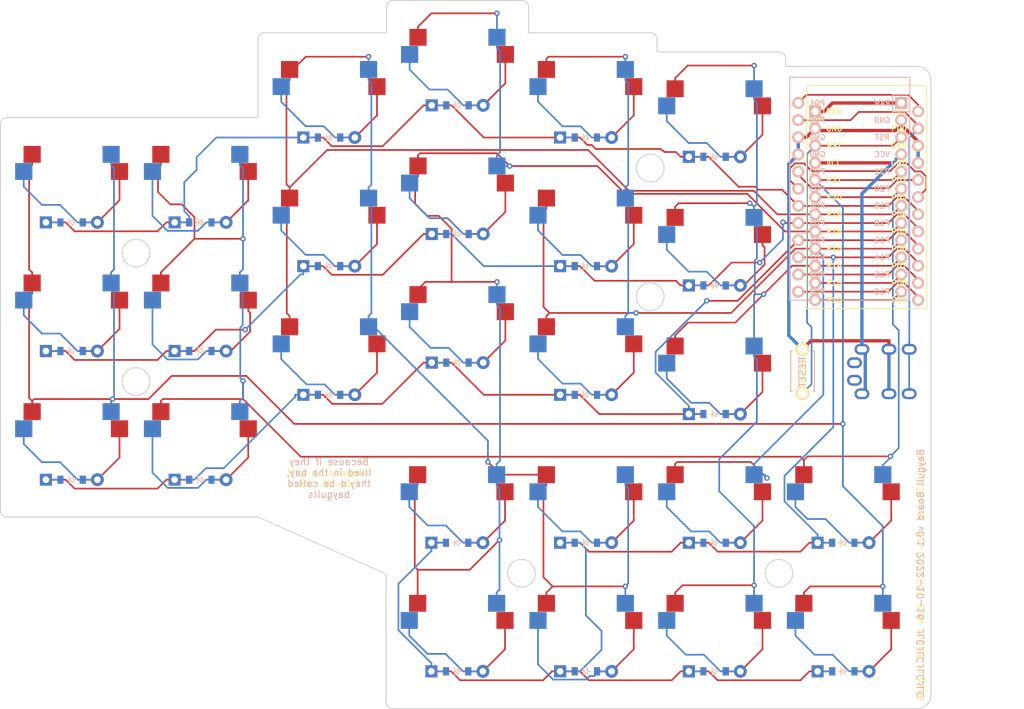
<source format=kicad_pcb>
(kicad_pcb (version 20171130) (host pcbnew 5.0.1-33cea8e~67~ubuntu18.04.1)
  (title_block (title board) (rev v1.0.0) (company Unknown))
  (layers (0 F.Cu signal) (31 B.Cu signal) (34 B.Paste user) (35 F.Paste user) (36 B.SilkS user) (37 F.SilkS user) (38 B.Mask user) (39 F.Mask user) (44 Edge.Cuts user))
  (net 0 "")
  (net 1 left_bottom)
  (net 2 P21)
  (net 3 P6)
  (net 4 left_home)
  (net 5 P5)
  (net 6 left_top)
  (net 7 P4)
  (net 8 pinky_bottom)
  (net 9 P20)
  (net 10 pinky_home)
  (net 11 pinky_top)
  (net 12 ring_bottom)
  (net 13 P19)
  (net 14 ring_home)
  (net 15 ring_top)
  (net 16 middle_bottom)
  (net 17 P18)
  (net 18 middle_home)
  (net 19 middle_top)
  (net 20 index_bottom)
  (net 21 P15)
  (net 22 index_home)
  (net 23 index_top)
  (net 24 inner_bottom)
  (net 25 P14)
  (net 26 inner_home)
  (net 27 inner_top)
  (net 28 one_a_thumb)
  (net 29 P7)
  (net 30 one_b_thumb)
  (net 31 two_a_thumb)
  (net 32 two_b_thumb)
  (net 33 three_a_thumb)
  (net 34 three_b_thumb)
  (net 35 four_a_thumb)
  (net 36 four_b_thumb)
  (net 37 RAW)
  (net 38 GND)
  (net 39 RST)
  (net 40 VCC)
  (net 41 P16)
  (net 42 P10)
  (net 43 P1)
  (net 44 P0)
  (net 45 P2)
  (net 46 P3)
  (net 47 P8)
  (net 48 P9)
  (module MX (layer F.Cu) (at 19.05 0)
    (fp_text reference S1 hide)
    (fp_text value "" hide)
    (pad "" np_thru_hole circle (at 0 0) (size 3.9878 3.9878) (drill 3.9878) (layers *.Cu *.Mask))
    (pad "" np_thru_hole circle (at 5.08 0) (size 1.7018 1.7018) (drill 1.7018) (layers *.Cu *.Mask))
    (pad "" np_thru_hole circle (at -5.08 0) (size 1.7018 1.7018) (drill 1.7018) (layers *.Cu *.Mask))
    (pad "" np_thru_hole circle (at 2.54 -5.08) (size 3 3) (drill 3) (layers *.Cu *.Mask))
    (pad "" np_thru_hole circle (at -3.81 -2.54) (size 3 3) (drill 3) (layers *.Cu *.Mask))
    (pad 1 smd rect (at -7.085 -2.54 180) (size 2.55 2.5) (layers B.Cu B.Paste B.Mask) (net 1 left_bottom))
    (pad 2 smd rect (at 5.842 -5.08 180) (size 2.55 2.5) (layers B.Cu B.Paste B.Mask) (net 2 P21))
    (pad "" np_thru_hole circle (at -2.54 -5.08) (size 3 3) (drill 3) (layers *.Cu *.Mask))
    (pad "" np_thru_hole circle (at 3.81 -2.54) (size 3 3) (drill 3) (layers *.Cu *.Mask))
    (pad 1 smd rect (at 7.085 -2.54 180) (size 2.55 2.5) (layers F.Cu F.Paste F.Mask) (net 1 left_bottom))
    (pad 2 smd rect (at -5.842 -5.08 180) (size 2.55 2.5) (layers F.Cu F.Paste F.Mask) (net 2 P21))
  )
  (module ComboDiode (layer F.Cu) (at 19.05 5)
    (fp_text reference D1 hide)
    (fp_text value "" hide)
    (pad 1 smd rect (at -1.65 0) (size 0.9 1.2) (layers F.Cu F.Paste F.Mask) (net 3 P6))
    (pad 2 smd rect (at 1.65 0) (size 0.9 1.2) (layers B.Cu B.Paste B.Mask) (net 1 left_bottom))
    (pad 1 smd rect (at -1.65 0) (size 0.9 1.2) (layers B.Cu B.Paste B.Mask) (net 3 P6))
    (pad 2 smd rect (at 1.65 0) (size 0.9 1.2) (layers F.Cu F.Paste F.Mask) (net 1 left_bottom))
    (pad 1 thru_hole circle (at 3.81 0) (size 1.905 1.905) (drill 0.9906) (layers *.Cu *.Mask) (net 1 left_bottom))
    (pad 2 thru_hole rect (at -3.81 0) (size 1.778 1.778) (drill 0.9906) (layers *.Cu *.Mask) (net 3 P6))
  )
  (module MX (layer F.Cu) (at 19.05 -19.05)
    (fp_text reference S2 hide)
    (fp_text value "" hide)
    (pad "" np_thru_hole circle (at 0 0) (size 3.9878 3.9878) (drill 3.9878) (layers *.Cu *.Mask))
    (pad "" np_thru_hole circle (at 5.08 0) (size 1.7018 1.7018) (drill 1.7018) (layers *.Cu *.Mask))
    (pad "" np_thru_hole circle (at -5.08 0) (size 1.7018 1.7018) (drill 1.7018) (layers *.Cu *.Mask))
    (pad "" np_thru_hole circle (at 2.54 -5.08) (size 3 3) (drill 3) (layers *.Cu *.Mask))
    (pad "" np_thru_hole circle (at -3.81 -2.54) (size 3 3) (drill 3) (layers *.Cu *.Mask))
    (pad 1 smd rect (at -7.085 -2.54 180) (size 2.55 2.5) (layers B.Cu B.Paste B.Mask) (net 4 left_home))
    (pad 2 smd rect (at 5.842 -5.08 180) (size 2.55 2.5) (layers B.Cu B.Paste B.Mask) (net 2 P21))
    (pad "" np_thru_hole circle (at -2.54 -5.08) (size 3 3) (drill 3) (layers *.Cu *.Mask))
    (pad "" np_thru_hole circle (at 3.81 -2.54) (size 3 3) (drill 3) (layers *.Cu *.Mask))
    (pad 1 smd rect (at 7.085 -2.54 180) (size 2.55 2.5) (layers F.Cu F.Paste F.Mask) (net 4 left_home))
    (pad 2 smd rect (at -5.842 -5.08 180) (size 2.55 2.5) (layers F.Cu F.Paste F.Mask) (net 2 P21))
  )
  (module ComboDiode (layer F.Cu) (at 19.05 -14.05)
    (fp_text reference D2 hide)
    (fp_text value "" hide)
    (pad 1 smd rect (at -1.65 0) (size 0.9 1.2) (layers F.Cu F.Paste F.Mask) (net 5 P5))
    (pad 2 smd rect (at 1.65 0) (size 0.9 1.2) (layers B.Cu B.Paste B.Mask) (net 4 left_home))
    (pad 1 smd rect (at -1.65 0) (size 0.9 1.2) (layers B.Cu B.Paste B.Mask) (net 5 P5))
    (pad 2 smd rect (at 1.65 0) (size 0.9 1.2) (layers F.Cu F.Paste F.Mask) (net 4 left_home))
    (pad 1 thru_hole circle (at 3.81 0) (size 1.905 1.905) (drill 0.9906) (layers *.Cu *.Mask) (net 4 left_home))
    (pad 2 thru_hole rect (at -3.81 0) (size 1.778 1.778) (drill 0.9906) (layers *.Cu *.Mask) (net 5 P5))
  )
  (module MX (layer F.Cu) (at 19.05 -38.1)
    (fp_text reference S3 hide)
    (fp_text value "" hide)
    (pad "" np_thru_hole circle (at 0 0) (size 3.9878 3.9878) (drill 3.9878) (layers *.Cu *.Mask))
    (pad "" np_thru_hole circle (at 5.08 0) (size 1.7018 1.7018) (drill 1.7018) (layers *.Cu *.Mask))
    (pad "" np_thru_hole circle (at -5.08 0) (size 1.7018 1.7018) (drill 1.7018) (layers *.Cu *.Mask))
    (pad "" np_thru_hole circle (at 2.54 -5.08) (size 3 3) (drill 3) (layers *.Cu *.Mask))
    (pad "" np_thru_hole circle (at -3.81 -2.54) (size 3 3) (drill 3) (layers *.Cu *.Mask))
    (pad 1 smd rect (at -7.085 -2.54 180) (size 2.55 2.5) (layers B.Cu B.Paste B.Mask) (net 6 left_top))
    (pad 2 smd rect (at 5.842 -5.08 180) (size 2.55 2.5) (layers B.Cu B.Paste B.Mask) (net 2 P21))
    (pad "" np_thru_hole circle (at -2.54 -5.08) (size 3 3) (drill 3) (layers *.Cu *.Mask))
    (pad "" np_thru_hole circle (at 3.81 -2.54) (size 3 3) (drill 3) (layers *.Cu *.Mask))
    (pad 1 smd rect (at 7.085 -2.54 180) (size 2.55 2.5) (layers F.Cu F.Paste F.Mask) (net 6 left_top))
    (pad 2 smd rect (at -5.842 -5.08 180) (size 2.55 2.5) (layers F.Cu F.Paste F.Mask) (net 2 P21))
  )
  (module ComboDiode (layer F.Cu) (at 19.05 -33.1)
    (fp_text reference D3 hide)
    (fp_text value "" hide)
    (pad 1 smd rect (at -1.65 0) (size 0.9 1.2) (layers F.Cu F.Paste F.Mask) (net 7 P4))
    (pad 2 smd rect (at 1.65 0) (size 0.9 1.2) (layers B.Cu B.Paste B.Mask) (net 6 left_top))
    (pad 1 smd rect (at -1.65 0) (size 0.9 1.2) (layers B.Cu B.Paste B.Mask) (net 7 P4))
    (pad 2 smd rect (at 1.65 0) (size 0.9 1.2) (layers F.Cu F.Paste F.Mask) (net 6 left_top))
    (pad 1 thru_hole circle (at 3.81 0) (size 1.905 1.905) (drill 0.9906) (layers *.Cu *.Mask) (net 6 left_top))
    (pad 2 thru_hole rect (at -3.81 0) (size 1.778 1.778) (drill 0.9906) (layers *.Cu *.Mask) (net 7 P4))
  )
  (module MX (layer F.Cu) (at 38.1 0)
    (fp_text reference S4 hide)
    (fp_text value "" hide)
    (pad "" np_thru_hole circle (at 0 0) (size 3.9878 3.9878) (drill 3.9878) (layers *.Cu *.Mask))
    (pad "" np_thru_hole circle (at 5.08 0) (size 1.7018 1.7018) (drill 1.7018) (layers *.Cu *.Mask))
    (pad "" np_thru_hole circle (at -5.08 0) (size 1.7018 1.7018) (drill 1.7018) (layers *.Cu *.Mask))
    (pad "" np_thru_hole circle (at 2.54 -5.08) (size 3 3) (drill 3) (layers *.Cu *.Mask))
    (pad "" np_thru_hole circle (at -3.81 -2.54) (size 3 3) (drill 3) (layers *.Cu *.Mask))
    (pad 1 smd rect (at -7.085 -2.54 180) (size 2.55 2.5) (layers B.Cu B.Paste B.Mask) (net 8 pinky_bottom))
    (pad 2 smd rect (at 5.842 -5.08 180) (size 2.55 2.5) (layers B.Cu B.Paste B.Mask) (net 9 P20))
    (pad "" np_thru_hole circle (at -2.54 -5.08) (size 3 3) (drill 3) (layers *.Cu *.Mask))
    (pad "" np_thru_hole circle (at 3.81 -2.54) (size 3 3) (drill 3) (layers *.Cu *.Mask))
    (pad 1 smd rect (at 7.085 -2.54 180) (size 2.55 2.5) (layers F.Cu F.Paste F.Mask) (net 8 pinky_bottom))
    (pad 2 smd rect (at -5.842 -5.08 180) (size 2.55 2.5) (layers F.Cu F.Paste F.Mask) (net 9 P20))
  )
  (module ComboDiode (layer F.Cu) (at 38.1 5)
    (fp_text reference D4 hide)
    (fp_text value "" hide)
    (pad 1 smd rect (at -1.65 0) (size 0.9 1.2) (layers F.Cu F.Paste F.Mask) (net 3 P6))
    (pad 2 smd rect (at 1.65 0) (size 0.9 1.2) (layers B.Cu B.Paste B.Mask) (net 8 pinky_bottom))
    (pad 1 smd rect (at -1.65 0) (size 0.9 1.2) (layers B.Cu B.Paste B.Mask) (net 3 P6))
    (pad 2 smd rect (at 1.65 0) (size 0.9 1.2) (layers F.Cu F.Paste F.Mask) (net 8 pinky_bottom))
    (pad 1 thru_hole circle (at 3.81 0) (size 1.905 1.905) (drill 0.9906) (layers *.Cu *.Mask) (net 8 pinky_bottom))
    (pad 2 thru_hole rect (at -3.81 0) (size 1.778 1.778) (drill 0.9906) (layers *.Cu *.Mask) (net 3 P6))
  )
  (module MX (layer F.Cu) (at 38.1 -19.05)
    (fp_text reference S5 hide)
    (fp_text value "" hide)
    (pad "" np_thru_hole circle (at 0 0) (size 3.9878 3.9878) (drill 3.9878) (layers *.Cu *.Mask))
    (pad "" np_thru_hole circle (at 5.08 0) (size 1.7018 1.7018) (drill 1.7018) (layers *.Cu *.Mask))
    (pad "" np_thru_hole circle (at -5.08 0) (size 1.7018 1.7018) (drill 1.7018) (layers *.Cu *.Mask))
    (pad "" np_thru_hole circle (at 2.54 -5.08) (size 3 3) (drill 3) (layers *.Cu *.Mask))
    (pad "" np_thru_hole circle (at -3.81 -2.54) (size 3 3) (drill 3) (layers *.Cu *.Mask))
    (pad 1 smd rect (at -7.085 -2.54 180) (size 2.55 2.5) (layers B.Cu B.Paste B.Mask) (net 10 pinky_home))
    (pad 2 smd rect (at 5.842 -5.08 180) (size 2.55 2.5) (layers B.Cu B.Paste B.Mask) (net 9 P20))
    (pad "" np_thru_hole circle (at -2.54 -5.08) (size 3 3) (drill 3) (layers *.Cu *.Mask))
    (pad "" np_thru_hole circle (at 3.81 -2.54) (size 3 3) (drill 3) (layers *.Cu *.Mask))
    (pad 1 smd rect (at 7.085 -2.54 180) (size 2.55 2.5) (layers F.Cu F.Paste F.Mask) (net 10 pinky_home))
    (pad 2 smd rect (at -5.842 -5.08 180) (size 2.55 2.5) (layers F.Cu F.Paste F.Mask) (net 9 P20))
  )
  (module ComboDiode (layer F.Cu) (at 38.1 -14.05)
    (fp_text reference D5 hide)
    (fp_text value "" hide)
    (pad 1 smd rect (at -1.65 0) (size 0.9 1.2) (layers F.Cu F.Paste F.Mask) (net 5 P5))
    (pad 2 smd rect (at 1.65 0) (size 0.9 1.2) (layers B.Cu B.Paste B.Mask) (net 10 pinky_home))
    (pad 1 smd rect (at -1.65 0) (size 0.9 1.2) (layers B.Cu B.Paste B.Mask) (net 5 P5))
    (pad 2 smd rect (at 1.65 0) (size 0.9 1.2) (layers F.Cu F.Paste F.Mask) (net 10 pinky_home))
    (pad 1 thru_hole circle (at 3.81 0) (size 1.905 1.905) (drill 0.9906) (layers *.Cu *.Mask) (net 10 pinky_home))
    (pad 2 thru_hole rect (at -3.81 0) (size 1.778 1.778) (drill 0.9906) (layers *.Cu *.Mask) (net 5 P5))
  )
  (module MX (layer F.Cu) (at 38.1 -38.1)
    (fp_text reference S6 hide)
    (fp_text value "" hide)
    (pad "" np_thru_hole circle (at 0 0) (size 3.9878 3.9878) (drill 3.9878) (layers *.Cu *.Mask))
    (pad "" np_thru_hole circle (at 5.08 0) (size 1.7018 1.7018) (drill 1.7018) (layers *.Cu *.Mask))
    (pad "" np_thru_hole circle (at -5.08 0) (size 1.7018 1.7018) (drill 1.7018) (layers *.Cu *.Mask))
    (pad "" np_thru_hole circle (at 2.54 -5.08) (size 3 3) (drill 3) (layers *.Cu *.Mask))
    (pad "" np_thru_hole circle (at -3.81 -2.54) (size 3 3) (drill 3) (layers *.Cu *.Mask))
    (pad 1 smd rect (at -7.085 -2.54 180) (size 2.55 2.5) (layers B.Cu B.Paste B.Mask) (net 11 pinky_top))
    (pad 2 smd rect (at 5.842 -5.08 180) (size 2.55 2.5) (layers B.Cu B.Paste B.Mask) (net 9 P20))
    (pad "" np_thru_hole circle (at -2.54 -5.08) (size 3 3) (drill 3) (layers *.Cu *.Mask))
    (pad "" np_thru_hole circle (at 3.81 -2.54) (size 3 3) (drill 3) (layers *.Cu *.Mask))
    (pad 1 smd rect (at 7.085 -2.54 180) (size 2.55 2.5) (layers F.Cu F.Paste F.Mask) (net 11 pinky_top))
    (pad 2 smd rect (at -5.842 -5.08 180) (size 2.55 2.5) (layers F.Cu F.Paste F.Mask) (net 9 P20))
  )
  (module ComboDiode (layer F.Cu) (at 38.1 -33.1)
    (fp_text reference D6 hide)
    (fp_text value "" hide)
    (pad 1 smd rect (at -1.65 0) (size 0.9 1.2) (layers F.Cu F.Paste F.Mask) (net 7 P4))
    (pad 2 smd rect (at 1.65 0) (size 0.9 1.2) (layers B.Cu B.Paste B.Mask) (net 11 pinky_top))
    (pad 1 smd rect (at -1.65 0) (size 0.9 1.2) (layers B.Cu B.Paste B.Mask) (net 7 P4))
    (pad 2 smd rect (at 1.65 0) (size 0.9 1.2) (layers F.Cu F.Paste F.Mask) (net 11 pinky_top))
    (pad 1 thru_hole circle (at 3.81 0) (size 1.905 1.905) (drill 0.9906) (layers *.Cu *.Mask) (net 11 pinky_top))
    (pad 2 thru_hole rect (at -3.81 0) (size 1.778 1.778) (drill 0.9906) (layers *.Cu *.Mask) (net 7 P4))
  )
  (module MX (layer F.Cu) (at 57.15 -12.573)
    (fp_text reference S7 hide)
    (fp_text value "" hide)
    (pad "" np_thru_hole circle (at 0 0) (size 3.9878 3.9878) (drill 3.9878) (layers *.Cu *.Mask))
    (pad "" np_thru_hole circle (at 5.08 0) (size 1.7018 1.7018) (drill 1.7018) (layers *.Cu *.Mask))
    (pad "" np_thru_hole circle (at -5.08 0) (size 1.7018 1.7018) (drill 1.7018) (layers *.Cu *.Mask))
    (pad "" np_thru_hole circle (at 2.54 -5.08) (size 3 3) (drill 3) (layers *.Cu *.Mask))
    (pad "" np_thru_hole circle (at -3.81 -2.54) (size 3 3) (drill 3) (layers *.Cu *.Mask))
    (pad 1 smd rect (at -7.085 -2.54 180) (size 2.55 2.5) (layers B.Cu B.Paste B.Mask) (net 12 ring_bottom))
    (pad 2 smd rect (at 5.842 -5.08 180) (size 2.55 2.5) (layers B.Cu B.Paste B.Mask) (net 13 P19))
    (pad "" np_thru_hole circle (at -2.54 -5.08) (size 3 3) (drill 3) (layers *.Cu *.Mask))
    (pad "" np_thru_hole circle (at 3.81 -2.54) (size 3 3) (drill 3) (layers *.Cu *.Mask))
    (pad 1 smd rect (at 7.085 -2.54 180) (size 2.55 2.5) (layers F.Cu F.Paste F.Mask) (net 12 ring_bottom))
    (pad 2 smd rect (at -5.842 -5.08 180) (size 2.55 2.5) (layers F.Cu F.Paste F.Mask) (net 13 P19))
  )
  (module ComboDiode (layer F.Cu) (at 57.15 -7.573)
    (fp_text reference D7 hide)
    (fp_text value "" hide)
    (pad 1 smd rect (at -1.65 0) (size 0.9 1.2) (layers F.Cu F.Paste F.Mask) (net 3 P6))
    (pad 2 smd rect (at 1.65 0) (size 0.9 1.2) (layers B.Cu B.Paste B.Mask) (net 12 ring_bottom))
    (pad 1 smd rect (at -1.65 0) (size 0.9 1.2) (layers B.Cu B.Paste B.Mask) (net 3 P6))
    (pad 2 smd rect (at 1.65 0) (size 0.9 1.2) (layers F.Cu F.Paste F.Mask) (net 12 ring_bottom))
    (pad 1 thru_hole circle (at 3.81 0) (size 1.905 1.905) (drill 0.9906) (layers *.Cu *.Mask) (net 12 ring_bottom))
    (pad 2 thru_hole rect (at -3.81 0) (size 1.778 1.778) (drill 0.9906) (layers *.Cu *.Mask) (net 3 P6))
  )
  (module MX (layer F.Cu) (at 57.15 -31.623)
    (fp_text reference S8 hide)
    (fp_text value "" hide)
    (pad "" np_thru_hole circle (at 0 0) (size 3.9878 3.9878) (drill 3.9878) (layers *.Cu *.Mask))
    (pad "" np_thru_hole circle (at 5.08 0) (size 1.7018 1.7018) (drill 1.7018) (layers *.Cu *.Mask))
    (pad "" np_thru_hole circle (at -5.08 0) (size 1.7018 1.7018) (drill 1.7018) (layers *.Cu *.Mask))
    (pad "" np_thru_hole circle (at 2.54 -5.08) (size 3 3) (drill 3) (layers *.Cu *.Mask))
    (pad "" np_thru_hole circle (at -3.81 -2.54) (size 3 3) (drill 3) (layers *.Cu *.Mask))
    (pad 1 smd rect (at -7.085 -2.54 180) (size 2.55 2.5) (layers B.Cu B.Paste B.Mask) (net 14 ring_home))
    (pad 2 smd rect (at 5.842 -5.08 180) (size 2.55 2.5) (layers B.Cu B.Paste B.Mask) (net 13 P19))
    (pad "" np_thru_hole circle (at -2.54 -5.08) (size 3 3) (drill 3) (layers *.Cu *.Mask))
    (pad "" np_thru_hole circle (at 3.81 -2.54) (size 3 3) (drill 3) (layers *.Cu *.Mask))
    (pad 1 smd rect (at 7.085 -2.54 180) (size 2.55 2.5) (layers F.Cu F.Paste F.Mask) (net 14 ring_home))
    (pad 2 smd rect (at -5.842 -5.08 180) (size 2.55 2.5) (layers F.Cu F.Paste F.Mask) (net 13 P19))
  )
  (module ComboDiode (layer F.Cu) (at 57.15 -26.623)
    (fp_text reference D8 hide)
    (fp_text value "" hide)
    (pad 1 smd rect (at -1.65 0) (size 0.9 1.2) (layers F.Cu F.Paste F.Mask) (net 5 P5))
    (pad 2 smd rect (at 1.65 0) (size 0.9 1.2) (layers B.Cu B.Paste B.Mask) (net 14 ring_home))
    (pad 1 smd rect (at -1.65 0) (size 0.9 1.2) (layers B.Cu B.Paste B.Mask) (net 5 P5))
    (pad 2 smd rect (at 1.65 0) (size 0.9 1.2) (layers F.Cu F.Paste F.Mask) (net 14 ring_home))
    (pad 1 thru_hole circle (at 3.81 0) (size 1.905 1.905) (drill 0.9906) (layers *.Cu *.Mask) (net 14 ring_home))
    (pad 2 thru_hole rect (at -3.81 0) (size 1.778 1.778) (drill 0.9906) (layers *.Cu *.Mask) (net 5 P5))
  )
  (module MX (layer F.Cu) (at 57.15 -50.673)
    (fp_text reference S9 hide)
    (fp_text value "" hide)
    (pad "" np_thru_hole circle (at 0 0) (size 3.9878 3.9878) (drill 3.9878) (layers *.Cu *.Mask))
    (pad "" np_thru_hole circle (at 5.08 0) (size 1.7018 1.7018) (drill 1.7018) (layers *.Cu *.Mask))
    (pad "" np_thru_hole circle (at -5.08 0) (size 1.7018 1.7018) (drill 1.7018) (layers *.Cu *.Mask))
    (pad "" np_thru_hole circle (at 2.54 -5.08) (size 3 3) (drill 3) (layers *.Cu *.Mask))
    (pad "" np_thru_hole circle (at -3.81 -2.54) (size 3 3) (drill 3) (layers *.Cu *.Mask))
    (pad 1 smd rect (at -7.085 -2.54 180) (size 2.55 2.5) (layers B.Cu B.Paste B.Mask) (net 15 ring_top))
    (pad 2 smd rect (at 5.842 -5.08 180) (size 2.55 2.5) (layers B.Cu B.Paste B.Mask) (net 13 P19))
    (pad "" np_thru_hole circle (at -2.54 -5.08) (size 3 3) (drill 3) (layers *.Cu *.Mask))
    (pad "" np_thru_hole circle (at 3.81 -2.54) (size 3 3) (drill 3) (layers *.Cu *.Mask))
    (pad 1 smd rect (at 7.085 -2.54 180) (size 2.55 2.5) (layers F.Cu F.Paste F.Mask) (net 15 ring_top))
    (pad 2 smd rect (at -5.842 -5.08 180) (size 2.55 2.5) (layers F.Cu F.Paste F.Mask) (net 13 P19))
  )
  (module ComboDiode (layer F.Cu) (at 57.15 -45.673)
    (fp_text reference D9 hide)
    (fp_text value "" hide)
    (pad 1 smd rect (at -1.65 0) (size 0.9 1.2) (layers F.Cu F.Paste F.Mask) (net 7 P4))
    (pad 2 smd rect (at 1.65 0) (size 0.9 1.2) (layers B.Cu B.Paste B.Mask) (net 15 ring_top))
    (pad 1 smd rect (at -1.65 0) (size 0.9 1.2) (layers B.Cu B.Paste B.Mask) (net 7 P4))
    (pad 2 smd rect (at 1.65 0) (size 0.9 1.2) (layers F.Cu F.Paste F.Mask) (net 15 ring_top))
    (pad 1 thru_hole circle (at 3.81 0) (size 1.905 1.905) (drill 0.9906) (layers *.Cu *.Mask) (net 15 ring_top))
    (pad 2 thru_hole rect (at -3.81 0) (size 1.778 1.778) (drill 0.9906) (layers *.Cu *.Mask) (net 7 P4))
  )
  (module MX (layer F.Cu) (at 76.15 -17.3355)
    (fp_text reference S10 hide)
    (fp_text value "" hide)
    (pad "" np_thru_hole circle (at 0 0) (size 3.9878 3.9878) (drill 3.9878) (layers *.Cu *.Mask))
    (pad "" np_thru_hole circle (at 5.08 0) (size 1.7018 1.7018) (drill 1.7018) (layers *.Cu *.Mask))
    (pad "" np_thru_hole circle (at -5.08 0) (size 1.7018 1.7018) (drill 1.7018) (layers *.Cu *.Mask))
    (pad "" np_thru_hole circle (at 2.54 -5.08) (size 3 3) (drill 3) (layers *.Cu *.Mask))
    (pad "" np_thru_hole circle (at -3.81 -2.54) (size 3 3) (drill 3) (layers *.Cu *.Mask))
    (pad 1 smd rect (at -7.085 -2.54 180) (size 2.55 2.5) (layers B.Cu B.Paste B.Mask) (net 16 middle_bottom))
    (pad 2 smd rect (at 5.842 -5.08 180) (size 2.55 2.5) (layers B.Cu B.Paste B.Mask) (net 17 P18))
    (pad "" np_thru_hole circle (at -2.54 -5.08) (size 3 3) (drill 3) (layers *.Cu *.Mask))
    (pad "" np_thru_hole circle (at 3.81 -2.54) (size 3 3) (drill 3) (layers *.Cu *.Mask))
    (pad 1 smd rect (at 7.085 -2.54 180) (size 2.55 2.5) (layers F.Cu F.Paste F.Mask) (net 16 middle_bottom))
    (pad 2 smd rect (at -5.842 -5.08 180) (size 2.55 2.5) (layers F.Cu F.Paste F.Mask) (net 17 P18))
  )
  (module ComboDiode (layer F.Cu) (at 76.15 -12.3355)
    (fp_text reference D10 hide)
    (fp_text value "" hide)
    (pad 1 smd rect (at -1.65 0) (size 0.9 1.2) (layers F.Cu F.Paste F.Mask) (net 3 P6))
    (pad 2 smd rect (at 1.65 0) (size 0.9 1.2) (layers B.Cu B.Paste B.Mask) (net 16 middle_bottom))
    (pad 1 smd rect (at -1.65 0) (size 0.9 1.2) (layers B.Cu B.Paste B.Mask) (net 3 P6))
    (pad 2 smd rect (at 1.65 0) (size 0.9 1.2) (layers F.Cu F.Paste F.Mask) (net 16 middle_bottom))
    (pad 1 thru_hole circle (at 3.81 0) (size 1.905 1.905) (drill 0.9906) (layers *.Cu *.Mask) (net 16 middle_bottom))
    (pad 2 thru_hole rect (at -3.81 0) (size 1.778 1.778) (drill 0.9906) (layers *.Cu *.Mask) (net 3 P6))
  )
  (module MX (layer F.Cu) (at 76.15 -36.3855)
    (fp_text reference S11 hide)
    (fp_text value "" hide)
    (pad "" np_thru_hole circle (at 0 0) (size 3.9878 3.9878) (drill 3.9878) (layers *.Cu *.Mask))
    (pad "" np_thru_hole circle (at 5.08 0) (size 1.7018 1.7018) (drill 1.7018) (layers *.Cu *.Mask))
    (pad "" np_thru_hole circle (at -5.08 0) (size 1.7018 1.7018) (drill 1.7018) (layers *.Cu *.Mask))
    (pad "" np_thru_hole circle (at 2.54 -5.08) (size 3 3) (drill 3) (layers *.Cu *.Mask))
    (pad "" np_thru_hole circle (at -3.81 -2.54) (size 3 3) (drill 3) (layers *.Cu *.Mask))
    (pad 1 smd rect (at -7.085 -2.54 180) (size 2.55 2.5) (layers B.Cu B.Paste B.Mask) (net 18 middle_home))
    (pad 2 smd rect (at 5.842 -5.08 180) (size 2.55 2.5) (layers B.Cu B.Paste B.Mask) (net 17 P18))
    (pad "" np_thru_hole circle (at -2.54 -5.08) (size 3 3) (drill 3) (layers *.Cu *.Mask))
    (pad "" np_thru_hole circle (at 3.81 -2.54) (size 3 3) (drill 3) (layers *.Cu *.Mask))
    (pad 1 smd rect (at 7.085 -2.54 180) (size 2.55 2.5) (layers F.Cu F.Paste F.Mask) (net 18 middle_home))
    (pad 2 smd rect (at -5.842 -5.08 180) (size 2.55 2.5) (layers F.Cu F.Paste F.Mask) (net 17 P18))
  )
  (module ComboDiode (layer F.Cu) (at 76.15 -31.3855)
    (fp_text reference D11 hide)
    (fp_text value "" hide)
    (pad 1 smd rect (at -1.65 0) (size 0.9 1.2) (layers F.Cu F.Paste F.Mask) (net 5 P5))
    (pad 2 smd rect (at 1.65 0) (size 0.9 1.2) (layers B.Cu B.Paste B.Mask) (net 18 middle_home))
    (pad 1 smd rect (at -1.65 0) (size 0.9 1.2) (layers B.Cu B.Paste B.Mask) (net 5 P5))
    (pad 2 smd rect (at 1.65 0) (size 0.9 1.2) (layers F.Cu F.Paste F.Mask) (net 18 middle_home))
    (pad 1 thru_hole circle (at 3.81 0) (size 1.905 1.905) (drill 0.9906) (layers *.Cu *.Mask) (net 18 middle_home))
    (pad 2 thru_hole rect (at -3.81 0) (size 1.778 1.778) (drill 0.9906) (layers *.Cu *.Mask) (net 5 P5))
  )
  (module MX (layer F.Cu) (at 76.15 -55.4355)
    (fp_text reference S12 hide)
    (fp_text value "" hide)
    (pad "" np_thru_hole circle (at 0 0) (size 3.9878 3.9878) (drill 3.9878) (layers *.Cu *.Mask))
    (pad "" np_thru_hole circle (at 5.08 0) (size 1.7018 1.7018) (drill 1.7018) (layers *.Cu *.Mask))
    (pad "" np_thru_hole circle (at -5.08 0) (size 1.7018 1.7018) (drill 1.7018) (layers *.Cu *.Mask))
    (pad "" np_thru_hole circle (at 2.54 -5.08) (size 3 3) (drill 3) (layers *.Cu *.Mask))
    (pad "" np_thru_hole circle (at -3.81 -2.54) (size 3 3) (drill 3) (layers *.Cu *.Mask))
    (pad 1 smd rect (at -7.085 -2.54 180) (size 2.55 2.5) (layers B.Cu B.Paste B.Mask) (net 19 middle_top))
    (pad 2 smd rect (at 5.842 -5.08 180) (size 2.55 2.5) (layers B.Cu B.Paste B.Mask) (net 17 P18))
    (pad "" np_thru_hole circle (at -2.54 -5.08) (size 3 3) (drill 3) (layers *.Cu *.Mask))
    (pad "" np_thru_hole circle (at 3.81 -2.54) (size 3 3) (drill 3) (layers *.Cu *.Mask))
    (pad 1 smd rect (at 7.085 -2.54 180) (size 2.55 2.5) (layers F.Cu F.Paste F.Mask) (net 19 middle_top))
    (pad 2 smd rect (at -5.842 -5.08 180) (size 2.55 2.5) (layers F.Cu F.Paste F.Mask) (net 17 P18))
  )
  (module ComboDiode (layer F.Cu) (at 76.15 -50.4355)
    (fp_text reference D12 hide)
    (fp_text value "" hide)
    (pad 1 smd rect (at -1.65 0) (size 0.9 1.2) (layers F.Cu F.Paste F.Mask) (net 7 P4))
    (pad 2 smd rect (at 1.65 0) (size 0.9 1.2) (layers B.Cu B.Paste B.Mask) (net 19 middle_top))
    (pad 1 smd rect (at -1.65 0) (size 0.9 1.2) (layers B.Cu B.Paste B.Mask) (net 7 P4))
    (pad 2 smd rect (at 1.65 0) (size 0.9 1.2) (layers F.Cu F.Paste F.Mask) (net 19 middle_top))
    (pad 1 thru_hole circle (at 3.81 0) (size 1.905 1.905) (drill 0.9906) (layers *.Cu *.Mask) (net 19 middle_top))
    (pad 2 thru_hole rect (at -3.81 0) (size 1.778 1.778) (drill 0.9906) (layers *.Cu *.Mask) (net 7 P4))
  )
  (module MX (layer F.Cu) (at 95.15 -12.573)
    (fp_text reference S13 hide)
    (fp_text value "" hide)
    (pad "" np_thru_hole circle (at 0 0) (size 3.9878 3.9878) (drill 3.9878) (layers *.Cu *.Mask))
    (pad "" np_thru_hole circle (at 5.08 0) (size 1.7018 1.7018) (drill 1.7018) (layers *.Cu *.Mask))
    (pad "" np_thru_hole circle (at -5.08 0) (size 1.7018 1.7018) (drill 1.7018) (layers *.Cu *.Mask))
    (pad "" np_thru_hole circle (at 2.54 -5.08) (size 3 3) (drill 3) (layers *.Cu *.Mask))
    (pad "" np_thru_hole circle (at -3.81 -2.54) (size 3 3) (drill 3) (layers *.Cu *.Mask))
    (pad 1 smd rect (at -7.085 -2.54 180) (size 2.55 2.5) (layers B.Cu B.Paste B.Mask) (net 20 index_bottom))
    (pad 2 smd rect (at 5.842 -5.08 180) (size 2.55 2.5) (layers B.Cu B.Paste B.Mask) (net 21 P15))
    (pad "" np_thru_hole circle (at -2.54 -5.08) (size 3 3) (drill 3) (layers *.Cu *.Mask))
    (pad "" np_thru_hole circle (at 3.81 -2.54) (size 3 3) (drill 3) (layers *.Cu *.Mask))
    (pad 1 smd rect (at 7.085 -2.54 180) (size 2.55 2.5) (layers F.Cu F.Paste F.Mask) (net 20 index_bottom))
    (pad 2 smd rect (at -5.842 -5.08 180) (size 2.55 2.5) (layers F.Cu F.Paste F.Mask) (net 21 P15))
  )
  (module ComboDiode (layer F.Cu) (at 95.15 -7.573)
    (fp_text reference D13 hide)
    (fp_text value "" hide)
    (pad 1 smd rect (at -1.65 0) (size 0.9 1.2) (layers F.Cu F.Paste F.Mask) (net 3 P6))
    (pad 2 smd rect (at 1.65 0) (size 0.9 1.2) (layers B.Cu B.Paste B.Mask) (net 20 index_bottom))
    (pad 1 smd rect (at -1.65 0) (size 0.9 1.2) (layers B.Cu B.Paste B.Mask) (net 3 P6))
    (pad 2 smd rect (at 1.65 0) (size 0.9 1.2) (layers F.Cu F.Paste F.Mask) (net 20 index_bottom))
    (pad 1 thru_hole circle (at 3.81 0) (size 1.905 1.905) (drill 0.9906) (layers *.Cu *.Mask) (net 20 index_bottom))
    (pad 2 thru_hole rect (at -3.81 0) (size 1.778 1.778) (drill 0.9906) (layers *.Cu *.Mask) (net 3 P6))
  )
  (module MX (layer F.Cu) (at 95.15 -31.623)
    (fp_text reference S14 hide)
    (fp_text value "" hide)
    (pad "" np_thru_hole circle (at 0 0) (size 3.9878 3.9878) (drill 3.9878) (layers *.Cu *.Mask))
    (pad "" np_thru_hole circle (at 5.08 0) (size 1.7018 1.7018) (drill 1.7018) (layers *.Cu *.Mask))
    (pad "" np_thru_hole circle (at -5.08 0) (size 1.7018 1.7018) (drill 1.7018) (layers *.Cu *.Mask))
    (pad "" np_thru_hole circle (at 2.54 -5.08) (size 3 3) (drill 3) (layers *.Cu *.Mask))
    (pad "" np_thru_hole circle (at -3.81 -2.54) (size 3 3) (drill 3) (layers *.Cu *.Mask))
    (pad 1 smd rect (at -7.085 -2.54 180) (size 2.55 2.5) (layers B.Cu B.Paste B.Mask) (net 22 index_home))
    (pad 2 smd rect (at 5.842 -5.08 180) (size 2.55 2.5) (layers B.Cu B.Paste B.Mask) (net 21 P15))
    (pad "" np_thru_hole circle (at -2.54 -5.08) (size 3 3) (drill 3) (layers *.Cu *.Mask))
    (pad "" np_thru_hole circle (at 3.81 -2.54) (size 3 3) (drill 3) (layers *.Cu *.Mask))
    (pad 1 smd rect (at 7.085 -2.54 180) (size 2.55 2.5) (layers F.Cu F.Paste F.Mask) (net 22 index_home))
    (pad 2 smd rect (at -5.842 -5.08 180) (size 2.55 2.5) (layers F.Cu F.Paste F.Mask) (net 21 P15))
  )
  (module ComboDiode (layer F.Cu) (at 95.15 -26.623)
    (fp_text reference D14 hide)
    (fp_text value "" hide)
    (pad 1 smd rect (at -1.65 0) (size 0.9 1.2) (layers F.Cu F.Paste F.Mask) (net 5 P5))
    (pad 2 smd rect (at 1.65 0) (size 0.9 1.2) (layers B.Cu B.Paste B.Mask) (net 22 index_home))
    (pad 1 smd rect (at -1.65 0) (size 0.9 1.2) (layers B.Cu B.Paste B.Mask) (net 5 P5))
    (pad 2 smd rect (at 1.65 0) (size 0.9 1.2) (layers F.Cu F.Paste F.Mask) (net 22 index_home))
    (pad 1 thru_hole circle (at 3.81 0) (size 1.905 1.905) (drill 0.9906) (layers *.Cu *.Mask) (net 22 index_home))
    (pad 2 thru_hole rect (at -3.81 0) (size 1.778 1.778) (drill 0.9906) (layers *.Cu *.Mask) (net 5 P5))
  )
  (module MX (layer F.Cu) (at 95.15 -50.673)
    (fp_text reference S15 hide)
    (fp_text value "" hide)
    (pad "" np_thru_hole circle (at 0 0) (size 3.9878 3.9878) (drill 3.9878) (layers *.Cu *.Mask))
    (pad "" np_thru_hole circle (at 5.08 0) (size 1.7018 1.7018) (drill 1.7018) (layers *.Cu *.Mask))
    (pad "" np_thru_hole circle (at -5.08 0) (size 1.7018 1.7018) (drill 1.7018) (layers *.Cu *.Mask))
    (pad "" np_thru_hole circle (at 2.54 -5.08) (size 3 3) (drill 3) (layers *.Cu *.Mask))
    (pad "" np_thru_hole circle (at -3.81 -2.54) (size 3 3) (drill 3) (layers *.Cu *.Mask))
    (pad 1 smd rect (at -7.085 -2.54 180) (size 2.55 2.5) (layers B.Cu B.Paste B.Mask) (net 23 index_top))
    (pad 2 smd rect (at 5.842 -5.08 180) (size 2.55 2.5) (layers B.Cu B.Paste B.Mask) (net 21 P15))
    (pad "" np_thru_hole circle (at -2.54 -5.08) (size 3 3) (drill 3) (layers *.Cu *.Mask))
    (pad "" np_thru_hole circle (at 3.81 -2.54) (size 3 3) (drill 3) (layers *.Cu *.Mask))
    (pad 1 smd rect (at 7.085 -2.54 180) (size 2.55 2.5) (layers F.Cu F.Paste F.Mask) (net 23 index_top))
    (pad 2 smd rect (at -5.842 -5.08 180) (size 2.55 2.5) (layers F.Cu F.Paste F.Mask) (net 21 P15))
  )
  (module ComboDiode (layer F.Cu) (at 95.15 -45.673)
    (fp_text reference D15 hide)
    (fp_text value "" hide)
    (pad 1 smd rect (at -1.65 0) (size 0.9 1.2) (layers F.Cu F.Paste F.Mask) (net 7 P4))
    (pad 2 smd rect (at 1.65 0) (size 0.9 1.2) (layers B.Cu B.Paste B.Mask) (net 23 index_top))
    (pad 1 smd rect (at -1.65 0) (size 0.9 1.2) (layers B.Cu B.Paste B.Mask) (net 7 P4))
    (pad 2 smd rect (at 1.65 0) (size 0.9 1.2) (layers F.Cu F.Paste F.Mask) (net 23 index_top))
    (pad 1 thru_hole circle (at 3.81 0) (size 1.905 1.905) (drill 0.9906) (layers *.Cu *.Mask) (net 23 index_top))
    (pad 2 thru_hole rect (at -3.81 0) (size 1.778 1.778) (drill 0.9906) (layers *.Cu *.Mask) (net 7 P4))
  )
  (module MX (layer F.Cu) (at 114.2 -9.7155)
    (fp_text reference S16 hide)
    (fp_text value "" hide)
    (pad "" np_thru_hole circle (at 0 0) (size 3.9878 3.9878) (drill 3.9878) (layers *.Cu *.Mask))
    (pad "" np_thru_hole circle (at 5.08 0) (size 1.7018 1.7018) (drill 1.7018) (layers *.Cu *.Mask))
    (pad "" np_thru_hole circle (at -5.08 0) (size 1.7018 1.7018) (drill 1.7018) (layers *.Cu *.Mask))
    (pad "" np_thru_hole circle (at 2.54 -5.08) (size 3 3) (drill 3) (layers *.Cu *.Mask))
    (pad "" np_thru_hole circle (at -3.81 -2.54) (size 3 3) (drill 3) (layers *.Cu *.Mask))
    (pad 1 smd rect (at -7.085 -2.54 180) (size 2.55 2.5) (layers B.Cu B.Paste B.Mask) (net 24 inner_bottom))
    (pad 2 smd rect (at 5.842 -5.08 180) (size 2.55 2.5) (layers B.Cu B.Paste B.Mask) (net 25 P14))
    (pad "" np_thru_hole circle (at -2.54 -5.08) (size 3 3) (drill 3) (layers *.Cu *.Mask))
    (pad "" np_thru_hole circle (at 3.81 -2.54) (size 3 3) (drill 3) (layers *.Cu *.Mask))
    (pad 1 smd rect (at 7.085 -2.54 180) (size 2.55 2.5) (layers F.Cu F.Paste F.Mask) (net 24 inner_bottom))
    (pad 2 smd rect (at -5.842 -5.08 180) (size 2.55 2.5) (layers F.Cu F.Paste F.Mask) (net 25 P14))
  )
  (module ComboDiode (layer F.Cu) (at 114.2 -4.7155)
    (fp_text reference D16 hide)
    (fp_text value "" hide)
    (pad 1 smd rect (at -1.65 0) (size 0.9 1.2) (layers F.Cu F.Paste F.Mask) (net 3 P6))
    (pad 2 smd rect (at 1.65 0) (size 0.9 1.2) (layers B.Cu B.Paste B.Mask) (net 24 inner_bottom))
    (pad 1 smd rect (at -1.65 0) (size 0.9 1.2) (layers B.Cu B.Paste B.Mask) (net 3 P6))
    (pad 2 smd rect (at 1.65 0) (size 0.9 1.2) (layers F.Cu F.Paste F.Mask) (net 24 inner_bottom))
    (pad 1 thru_hole circle (at 3.81 0) (size 1.905 1.905) (drill 0.9906) (layers *.Cu *.Mask) (net 24 inner_bottom))
    (pad 2 thru_hole rect (at -3.81 0) (size 1.778 1.778) (drill 0.9906) (layers *.Cu *.Mask) (net 3 P6))
  )
  (module MX (layer F.Cu) (at 114.2 -28.7655)
    (fp_text reference S17 hide)
    (fp_text value "" hide)
    (pad "" np_thru_hole circle (at 0 0) (size 3.9878 3.9878) (drill 3.9878) (layers *.Cu *.Mask))
    (pad "" np_thru_hole circle (at 5.08 0) (size 1.7018 1.7018) (drill 1.7018) (layers *.Cu *.Mask))
    (pad "" np_thru_hole circle (at -5.08 0) (size 1.7018 1.7018) (drill 1.7018) (layers *.Cu *.Mask))
    (pad "" np_thru_hole circle (at 2.54 -5.08) (size 3 3) (drill 3) (layers *.Cu *.Mask))
    (pad "" np_thru_hole circle (at -3.81 -2.54) (size 3 3) (drill 3) (layers *.Cu *.Mask))
    (pad 1 smd rect (at -7.085 -2.54 180) (size 2.55 2.5) (layers B.Cu B.Paste B.Mask) (net 26 inner_home))
    (pad 2 smd rect (at 5.842 -5.08 180) (size 2.55 2.5) (layers B.Cu B.Paste B.Mask) (net 25 P14))
    (pad "" np_thru_hole circle (at -2.54 -5.08) (size 3 3) (drill 3) (layers *.Cu *.Mask))
    (pad "" np_thru_hole circle (at 3.81 -2.54) (size 3 3) (drill 3) (layers *.Cu *.Mask))
    (pad 1 smd rect (at 7.085 -2.54 180) (size 2.55 2.5) (layers F.Cu F.Paste F.Mask) (net 26 inner_home))
    (pad 2 smd rect (at -5.842 -5.08 180) (size 2.55 2.5) (layers F.Cu F.Paste F.Mask) (net 25 P14))
  )
  (module ComboDiode (layer F.Cu) (at 114.2 -23.7655)
    (fp_text reference D17 hide)
    (fp_text value "" hide)
    (pad 1 smd rect (at -1.65 0) (size 0.9 1.2) (layers F.Cu F.Paste F.Mask) (net 5 P5))
    (pad 2 smd rect (at 1.65 0) (size 0.9 1.2) (layers B.Cu B.Paste B.Mask) (net 26 inner_home))
    (pad 1 smd rect (at -1.65 0) (size 0.9 1.2) (layers B.Cu B.Paste B.Mask) (net 5 P5))
    (pad 2 smd rect (at 1.65 0) (size 0.9 1.2) (layers F.Cu F.Paste F.Mask) (net 26 inner_home))
    (pad 1 thru_hole circle (at 3.81 0) (size 1.905 1.905) (drill 0.9906) (layers *.Cu *.Mask) (net 26 inner_home))
    (pad 2 thru_hole rect (at -3.81 0) (size 1.778 1.778) (drill 0.9906) (layers *.Cu *.Mask) (net 5 P5))
  )
  (module MX (layer F.Cu) (at 114.2 -47.8155)
    (fp_text reference S18 hide)
    (fp_text value "" hide)
    (pad "" np_thru_hole circle (at 0 0) (size 3.9878 3.9878) (drill 3.9878) (layers *.Cu *.Mask))
    (pad "" np_thru_hole circle (at 5.08 0) (size 1.7018 1.7018) (drill 1.7018) (layers *.Cu *.Mask))
    (pad "" np_thru_hole circle (at -5.08 0) (size 1.7018 1.7018) (drill 1.7018) (layers *.Cu *.Mask))
    (pad "" np_thru_hole circle (at 2.54 -5.08) (size 3 3) (drill 3) (layers *.Cu *.Mask))
    (pad "" np_thru_hole circle (at -3.81 -2.54) (size 3 3) (drill 3) (layers *.Cu *.Mask))
    (pad 1 smd rect (at -7.085 -2.54 180) (size 2.55 2.5) (layers B.Cu B.Paste B.Mask) (net 27 inner_top))
    (pad 2 smd rect (at 5.842 -5.08 180) (size 2.55 2.5) (layers B.Cu B.Paste B.Mask) (net 25 P14))
    (pad "" np_thru_hole circle (at -2.54 -5.08) (size 3 3) (drill 3) (layers *.Cu *.Mask))
    (pad "" np_thru_hole circle (at 3.81 -2.54) (size 3 3) (drill 3) (layers *.Cu *.Mask))
    (pad 1 smd rect (at 7.085 -2.54 180) (size 2.55 2.5) (layers F.Cu F.Paste F.Mask) (net 27 inner_top))
    (pad 2 smd rect (at -5.842 -5.08 180) (size 2.55 2.5) (layers F.Cu F.Paste F.Mask) (net 25 P14))
  )
  (module ComboDiode (layer F.Cu) (at 114.2 -42.8155)
    (fp_text reference D18 hide)
    (fp_text value "" hide)
    (pad 1 smd rect (at -1.65 0) (size 0.9 1.2) (layers F.Cu F.Paste F.Mask) (net 7 P4))
    (pad 2 smd rect (at 1.65 0) (size 0.9 1.2) (layers B.Cu B.Paste B.Mask) (net 27 inner_top))
    (pad 1 smd rect (at -1.65 0) (size 0.9 1.2) (layers B.Cu B.Paste B.Mask) (net 7 P4))
    (pad 2 smd rect (at 1.65 0) (size 0.9 1.2) (layers F.Cu F.Paste F.Mask) (net 27 inner_top))
    (pad 1 thru_hole circle (at 3.81 0) (size 1.905 1.905) (drill 0.9906) (layers *.Cu *.Mask) (net 27 inner_top))
    (pad 2 thru_hole rect (at -3.81 0) (size 1.778 1.778) (drill 0.9906) (layers *.Cu *.Mask) (net 7 P4))
  )
  (module MX (layer F.Cu) (at 76.1 9.3345)
    (fp_text reference S19 hide)
    (fp_text value "" hide)
    (pad "" np_thru_hole circle (at 0 0) (size 3.9878 3.9878) (drill 3.9878) (layers *.Cu *.Mask))
    (pad "" np_thru_hole circle (at 5.08 0) (size 1.7018 1.7018) (drill 1.7018) (layers *.Cu *.Mask))
    (pad "" np_thru_hole circle (at -5.08 0) (size 1.7018 1.7018) (drill 1.7018) (layers *.Cu *.Mask))
    (pad "" np_thru_hole circle (at 2.54 -5.08) (size 3 3) (drill 3) (layers *.Cu *.Mask))
    (pad "" np_thru_hole circle (at -3.81 -2.54) (size 3 3) (drill 3) (layers *.Cu *.Mask))
    (pad 1 smd rect (at -7.085 -2.54 180) (size 2.55 2.5) (layers B.Cu B.Paste B.Mask) (net 28 one_a_thumb))
    (pad 2 smd rect (at 5.842 -5.08 180) (size 2.55 2.5) (layers B.Cu B.Paste B.Mask) (net 17 P18))
    (pad "" np_thru_hole circle (at -2.54 -5.08) (size 3 3) (drill 3) (layers *.Cu *.Mask))
    (pad "" np_thru_hole circle (at 3.81 -2.54) (size 3 3) (drill 3) (layers *.Cu *.Mask))
    (pad 1 smd rect (at 7.085 -2.54 180) (size 2.55 2.5) (layers F.Cu F.Paste F.Mask) (net 28 one_a_thumb))
    (pad 2 smd rect (at -5.842 -5.08 180) (size 2.55 2.5) (layers F.Cu F.Paste F.Mask) (net 17 P18))
  )
  (module ComboDiode (layer F.Cu) (at 76.1 14.3345)
    (fp_text reference D19 hide)
    (fp_text value "" hide)
    (pad 1 smd rect (at -1.65 0) (size 0.9 1.2) (layers F.Cu F.Paste F.Mask) (net 29 P7))
    (pad 2 smd rect (at 1.65 0) (size 0.9 1.2) (layers B.Cu B.Paste B.Mask) (net 28 one_a_thumb))
    (pad 1 smd rect (at -1.65 0) (size 0.9 1.2) (layers B.Cu B.Paste B.Mask) (net 29 P7))
    (pad 2 smd rect (at 1.65 0) (size 0.9 1.2) (layers F.Cu F.Paste F.Mask) (net 28 one_a_thumb))
    (pad 1 thru_hole circle (at 3.81 0) (size 1.905 1.905) (drill 0.9906) (layers *.Cu *.Mask) (net 28 one_a_thumb))
    (pad 2 thru_hole rect (at -3.81 0) (size 1.778 1.778) (drill 0.9906) (layers *.Cu *.Mask) (net 29 P7))
  )
  (module MX (layer F.Cu) (at 76.1 28.3845)
    (fp_text reference S20 hide)
    (fp_text value "" hide)
    (pad "" np_thru_hole circle (at 0 0) (size 3.9878 3.9878) (drill 3.9878) (layers *.Cu *.Mask))
    (pad "" np_thru_hole circle (at 5.08 0) (size 1.7018 1.7018) (drill 1.7018) (layers *.Cu *.Mask))
    (pad "" np_thru_hole circle (at -5.08 0) (size 1.7018 1.7018) (drill 1.7018) (layers *.Cu *.Mask))
    (pad "" np_thru_hole circle (at 2.54 -5.08) (size 3 3) (drill 3) (layers *.Cu *.Mask))
    (pad "" np_thru_hole circle (at -3.81 -2.54) (size 3 3) (drill 3) (layers *.Cu *.Mask))
    (pad 1 smd rect (at -7.085 -2.54 180) (size 2.55 2.5) (layers B.Cu B.Paste B.Mask) (net 30 one_b_thumb))
    (pad 2 smd rect (at 5.842 -5.08 180) (size 2.55 2.5) (layers B.Cu B.Paste B.Mask) (net 17 P18))
    (pad "" np_thru_hole circle (at -2.54 -5.08) (size 3 3) (drill 3) (layers *.Cu *.Mask))
    (pad "" np_thru_hole circle (at 3.81 -2.54) (size 3 3) (drill 3) (layers *.Cu *.Mask))
    (pad 1 smd rect (at 7.085 -2.54 180) (size 2.55 2.5) (layers F.Cu F.Paste F.Mask) (net 30 one_b_thumb))
    (pad 2 smd rect (at -5.842 -5.08 180) (size 2.55 2.5) (layers F.Cu F.Paste F.Mask) (net 17 P18))
  )
  (module ComboDiode (layer F.Cu) (at 76.1 33.3845)
    (fp_text reference D20 hide)
    (fp_text value "" hide)
    (pad 1 smd rect (at -1.65 0) (size 0.9 1.2) (layers F.Cu F.Paste F.Mask) (net 29 P7))
    (pad 2 smd rect (at 1.65 0) (size 0.9 1.2) (layers B.Cu B.Paste B.Mask) (net 30 one_b_thumb))
    (pad 1 smd rect (at -1.65 0) (size 0.9 1.2) (layers B.Cu B.Paste B.Mask) (net 29 P7))
    (pad 2 smd rect (at 1.65 0) (size 0.9 1.2) (layers F.Cu F.Paste F.Mask) (net 30 one_b_thumb))
    (pad 1 thru_hole circle (at 3.81 0) (size 1.905 1.905) (drill 0.9906) (layers *.Cu *.Mask) (net 30 one_b_thumb))
    (pad 2 thru_hole rect (at -3.81 0) (size 1.778 1.778) (drill 0.9906) (layers *.Cu *.Mask) (net 29 P7))
  )
  (module MX (layer F.Cu) (at 95.15 9.3345)
    (fp_text reference S21 hide)
    (fp_text value "" hide)
    (pad "" np_thru_hole circle (at 0 0) (size 3.9878 3.9878) (drill 3.9878) (layers *.Cu *.Mask))
    (pad "" np_thru_hole circle (at 5.08 0) (size 1.7018 1.7018) (drill 1.7018) (layers *.Cu *.Mask))
    (pad "" np_thru_hole circle (at -5.08 0) (size 1.7018 1.7018) (drill 1.7018) (layers *.Cu *.Mask))
    (pad "" np_thru_hole circle (at 2.54 -5.08) (size 3 3) (drill 3) (layers *.Cu *.Mask))
    (pad "" np_thru_hole circle (at -3.81 -2.54) (size 3 3) (drill 3) (layers *.Cu *.Mask))
    (pad 1 smd rect (at -7.085 -2.54 180) (size 2.55 2.5) (layers B.Cu B.Paste B.Mask) (net 31 two_a_thumb))
    (pad 2 smd rect (at 5.842 -5.08 180) (size 2.55 2.5) (layers B.Cu B.Paste B.Mask) (net 13 P19))
    (pad "" np_thru_hole circle (at -2.54 -5.08) (size 3 3) (drill 3) (layers *.Cu *.Mask))
    (pad "" np_thru_hole circle (at 3.81 -2.54) (size 3 3) (drill 3) (layers *.Cu *.Mask))
    (pad 1 smd rect (at 7.085 -2.54 180) (size 2.55 2.5) (layers F.Cu F.Paste F.Mask) (net 31 two_a_thumb))
    (pad 2 smd rect (at -5.842 -5.08 180) (size 2.55 2.5) (layers F.Cu F.Paste F.Mask) (net 13 P19))
  )
  (module ComboDiode (layer F.Cu) (at 95.15 14.3345)
    (fp_text reference D21 hide)
    (fp_text value "" hide)
    (pad 1 smd rect (at -1.65 0) (size 0.9 1.2) (layers F.Cu F.Paste F.Mask) (net 29 P7))
    (pad 2 smd rect (at 1.65 0) (size 0.9 1.2) (layers B.Cu B.Paste B.Mask) (net 31 two_a_thumb))
    (pad 1 smd rect (at -1.65 0) (size 0.9 1.2) (layers B.Cu B.Paste B.Mask) (net 29 P7))
    (pad 2 smd rect (at 1.65 0) (size 0.9 1.2) (layers F.Cu F.Paste F.Mask) (net 31 two_a_thumb))
    (pad 1 thru_hole circle (at 3.81 0) (size 1.905 1.905) (drill 0.9906) (layers *.Cu *.Mask) (net 31 two_a_thumb))
    (pad 2 thru_hole rect (at -3.81 0) (size 1.778 1.778) (drill 0.9906) (layers *.Cu *.Mask) (net 29 P7))
  )
  (module MX (layer F.Cu) (at 95.15 28.3845)
    (fp_text reference S22 hide)
    (fp_text value "" hide)
    (pad "" np_thru_hole circle (at 0 0) (size 3.9878 3.9878) (drill 3.9878) (layers *.Cu *.Mask))
    (pad "" np_thru_hole circle (at 5.08 0) (size 1.7018 1.7018) (drill 1.7018) (layers *.Cu *.Mask))
    (pad "" np_thru_hole circle (at -5.08 0) (size 1.7018 1.7018) (drill 1.7018) (layers *.Cu *.Mask))
    (pad "" np_thru_hole circle (at 2.54 -5.08) (size 3 3) (drill 3) (layers *.Cu *.Mask))
    (pad "" np_thru_hole circle (at -3.81 -2.54) (size 3 3) (drill 3) (layers *.Cu *.Mask))
    (pad 1 smd rect (at -7.085 -2.54 180) (size 2.55 2.5) (layers B.Cu B.Paste B.Mask) (net 32 two_b_thumb))
    (pad 2 smd rect (at 5.842 -5.08 180) (size 2.55 2.5) (layers B.Cu B.Paste B.Mask) (net 13 P19))
    (pad "" np_thru_hole circle (at -2.54 -5.08) (size 3 3) (drill 3) (layers *.Cu *.Mask))
    (pad "" np_thru_hole circle (at 3.81 -2.54) (size 3 3) (drill 3) (layers *.Cu *.Mask))
    (pad 1 smd rect (at 7.085 -2.54 180) (size 2.55 2.5) (layers F.Cu F.Paste F.Mask) (net 32 two_b_thumb))
    (pad 2 smd rect (at -5.842 -5.08 180) (size 2.55 2.5) (layers F.Cu F.Paste F.Mask) (net 13 P19))
  )
  (module ComboDiode (layer F.Cu) (at 95.15 33.3845)
    (fp_text reference D22 hide)
    (fp_text value "" hide)
    (pad 1 smd rect (at -1.65 0) (size 0.9 1.2) (layers F.Cu F.Paste F.Mask) (net 29 P7))
    (pad 2 smd rect (at 1.65 0) (size 0.9 1.2) (layers B.Cu B.Paste B.Mask) (net 32 two_b_thumb))
    (pad 1 smd rect (at -1.65 0) (size 0.9 1.2) (layers B.Cu B.Paste B.Mask) (net 29 P7))
    (pad 2 smd rect (at 1.65 0) (size 0.9 1.2) (layers F.Cu F.Paste F.Mask) (net 32 two_b_thumb))
    (pad 1 thru_hole circle (at 3.81 0) (size 1.905 1.905) (drill 0.9906) (layers *.Cu *.Mask) (net 32 two_b_thumb))
    (pad 2 thru_hole rect (at -3.81 0) (size 1.778 1.778) (drill 0.9906) (layers *.Cu *.Mask) (net 29 P7))
  )
  (module MX (layer F.Cu) (at 114.2 9.3345)
    (fp_text reference S23 hide)
    (fp_text value "" hide)
    (pad "" np_thru_hole circle (at 0 0) (size 3.9878 3.9878) (drill 3.9878) (layers *.Cu *.Mask))
    (pad "" np_thru_hole circle (at 5.08 0) (size 1.7018 1.7018) (drill 1.7018) (layers *.Cu *.Mask))
    (pad "" np_thru_hole circle (at -5.08 0) (size 1.7018 1.7018) (drill 1.7018) (layers *.Cu *.Mask))
    (pad "" np_thru_hole circle (at 2.54 -5.08) (size 3 3) (drill 3) (layers *.Cu *.Mask))
    (pad "" np_thru_hole circle (at -3.81 -2.54) (size 3 3) (drill 3) (layers *.Cu *.Mask))
    (pad 1 smd rect (at -7.085 -2.54 180) (size 2.55 2.5) (layers B.Cu B.Paste B.Mask) (net 33 three_a_thumb))
    (pad 2 smd rect (at 5.842 -5.08 180) (size 2.55 2.5) (layers B.Cu B.Paste B.Mask) (net 21 P15))
    (pad "" np_thru_hole circle (at -2.54 -5.08) (size 3 3) (drill 3) (layers *.Cu *.Mask))
    (pad "" np_thru_hole circle (at 3.81 -2.54) (size 3 3) (drill 3) (layers *.Cu *.Mask))
    (pad 1 smd rect (at 7.085 -2.54 180) (size 2.55 2.5) (layers F.Cu F.Paste F.Mask) (net 33 three_a_thumb))
    (pad 2 smd rect (at -5.842 -5.08 180) (size 2.55 2.5) (layers F.Cu F.Paste F.Mask) (net 21 P15))
  )
  (module ComboDiode (layer F.Cu) (at 114.2 14.3345)
    (fp_text reference D23 hide)
    (fp_text value "" hide)
    (pad 1 smd rect (at -1.65 0) (size 0.9 1.2) (layers F.Cu F.Paste F.Mask) (net 29 P7))
    (pad 2 smd rect (at 1.65 0) (size 0.9 1.2) (layers B.Cu B.Paste B.Mask) (net 33 three_a_thumb))
    (pad 1 smd rect (at -1.65 0) (size 0.9 1.2) (layers B.Cu B.Paste B.Mask) (net 29 P7))
    (pad 2 smd rect (at 1.65 0) (size 0.9 1.2) (layers F.Cu F.Paste F.Mask) (net 33 three_a_thumb))
    (pad 1 thru_hole circle (at 3.81 0) (size 1.905 1.905) (drill 0.9906) (layers *.Cu *.Mask) (net 33 three_a_thumb))
    (pad 2 thru_hole rect (at -3.81 0) (size 1.778 1.778) (drill 0.9906) (layers *.Cu *.Mask) (net 29 P7))
  )
  (module MX (layer F.Cu) (at 114.2 28.3845)
    (fp_text reference S24 hide)
    (fp_text value "" hide)
    (pad "" np_thru_hole circle (at 0 0) (size 3.9878 3.9878) (drill 3.9878) (layers *.Cu *.Mask))
    (pad "" np_thru_hole circle (at 5.08 0) (size 1.7018 1.7018) (drill 1.7018) (layers *.Cu *.Mask))
    (pad "" np_thru_hole circle (at -5.08 0) (size 1.7018 1.7018) (drill 1.7018) (layers *.Cu *.Mask))
    (pad "" np_thru_hole circle (at 2.54 -5.08) (size 3 3) (drill 3) (layers *.Cu *.Mask))
    (pad "" np_thru_hole circle (at -3.81 -2.54) (size 3 3) (drill 3) (layers *.Cu *.Mask))
    (pad 1 smd rect (at -7.085 -2.54 180) (size 2.55 2.5) (layers B.Cu B.Paste B.Mask) (net 34 three_b_thumb))
    (pad 2 smd rect (at 5.842 -5.08 180) (size 2.55 2.5) (layers B.Cu B.Paste B.Mask) (net 25 P14))
    (pad "" np_thru_hole circle (at -2.54 -5.08) (size 3 3) (drill 3) (layers *.Cu *.Mask))
    (pad "" np_thru_hole circle (at 3.81 -2.54) (size 3 3) (drill 3) (layers *.Cu *.Mask))
    (pad 1 smd rect (at 7.085 -2.54 180) (size 2.55 2.5) (layers F.Cu F.Paste F.Mask) (net 34 three_b_thumb))
    (pad 2 smd rect (at -5.842 -5.08 180) (size 2.55 2.5) (layers F.Cu F.Paste F.Mask) (net 25 P14))
  )
  (module ComboDiode (layer F.Cu) (at 114.2 33.3845)
    (fp_text reference D24 hide)
    (fp_text value "" hide)
    (pad 1 smd rect (at -1.65 0) (size 0.9 1.2) (layers F.Cu F.Paste F.Mask) (net 29 P7))
    (pad 2 smd rect (at 1.65 0) (size 0.9 1.2) (layers B.Cu B.Paste B.Mask) (net 34 three_b_thumb))
    (pad 1 smd rect (at -1.65 0) (size 0.9 1.2) (layers B.Cu B.Paste B.Mask) (net 29 P7))
    (pad 2 smd rect (at 1.65 0) (size 0.9 1.2) (layers F.Cu F.Paste F.Mask) (net 34 three_b_thumb))
    (pad 1 thru_hole circle (at 3.81 0) (size 1.905 1.905) (drill 0.9906) (layers *.Cu *.Mask) (net 34 three_b_thumb))
    (pad 2 thru_hole rect (at -3.81 0) (size 1.778 1.778) (drill 0.9906) (layers *.Cu *.Mask) (net 29 P7))
  )
  (module MX (layer F.Cu) (at 133.25 9.3345)
    (fp_text reference S25 hide)
    (fp_text value "" hide)
    (pad "" np_thru_hole circle (at 0 0) (size 3.9878 3.9878) (drill 3.9878) (layers *.Cu *.Mask))
    (pad "" np_thru_hole circle (at 5.08 0) (size 1.7018 1.7018) (drill 1.7018) (layers *.Cu *.Mask))
    (pad "" np_thru_hole circle (at -5.08 0) (size 1.7018 1.7018) (drill 1.7018) (layers *.Cu *.Mask))
    (pad "" np_thru_hole circle (at 2.54 -5.08) (size 3 3) (drill 3) (layers *.Cu *.Mask))
    (pad "" np_thru_hole circle (at -3.81 -2.54) (size 3 3) (drill 3) (layers *.Cu *.Mask))
    (pad 1 smd rect (at -7.085 -2.54 180) (size 2.55 2.5) (layers B.Cu B.Paste B.Mask) (net 35 four_a_thumb))
    (pad 2 smd rect (at 5.842 -5.08 180) (size 2.55 2.5) (layers B.Cu B.Paste B.Mask) (net 9 P20))
    (pad "" np_thru_hole circle (at -2.54 -5.08) (size 3 3) (drill 3) (layers *.Cu *.Mask))
    (pad "" np_thru_hole circle (at 3.81 -2.54) (size 3 3) (drill 3) (layers *.Cu *.Mask))
    (pad 1 smd rect (at 7.085 -2.54 180) (size 2.55 2.5) (layers F.Cu F.Paste F.Mask) (net 35 four_a_thumb))
    (pad 2 smd rect (at -5.842 -5.08 180) (size 2.55 2.5) (layers F.Cu F.Paste F.Mask) (net 9 P20))
  )
  (module ComboDiode (layer F.Cu) (at 133.25 14.3345)
    (fp_text reference D25 hide)
    (fp_text value "" hide)
    (pad 1 smd rect (at -1.65 0) (size 0.9 1.2) (layers F.Cu F.Paste F.Mask) (net 29 P7))
    (pad 2 smd rect (at 1.65 0) (size 0.9 1.2) (layers B.Cu B.Paste B.Mask) (net 35 four_a_thumb))
    (pad 1 smd rect (at -1.65 0) (size 0.9 1.2) (layers B.Cu B.Paste B.Mask) (net 29 P7))
    (pad 2 smd rect (at 1.65 0) (size 0.9 1.2) (layers F.Cu F.Paste F.Mask) (net 35 four_a_thumb))
    (pad 1 thru_hole circle (at 3.81 0) (size 1.905 1.905) (drill 0.9906) (layers *.Cu *.Mask) (net 35 four_a_thumb))
    (pad 2 thru_hole rect (at -3.81 0) (size 1.778 1.778) (drill 0.9906) (layers *.Cu *.Mask) (net 29 P7))
  )
  (module MX (layer F.Cu) (at 133.25 28.3845)
    (fp_text reference S26 hide)
    (fp_text value "" hide)
    (pad "" np_thru_hole circle (at 0 0) (size 3.9878 3.9878) (drill 3.9878) (layers *.Cu *.Mask))
    (pad "" np_thru_hole circle (at 5.08 0) (size 1.7018 1.7018) (drill 1.7018) (layers *.Cu *.Mask))
    (pad "" np_thru_hole circle (at -5.08 0) (size 1.7018 1.7018) (drill 1.7018) (layers *.Cu *.Mask))
    (pad "" np_thru_hole circle (at 2.54 -5.08) (size 3 3) (drill 3) (layers *.Cu *.Mask))
    (pad "" np_thru_hole circle (at -3.81 -2.54) (size 3 3) (drill 3) (layers *.Cu *.Mask))
    (pad 1 smd rect (at -7.085 -2.54 180) (size 2.55 2.5) (layers B.Cu B.Paste B.Mask) (net 36 four_b_thumb))
    (pad 2 smd rect (at 5.842 -5.08 180) (size 2.55 2.5) (layers B.Cu B.Paste B.Mask) (net 2 P21))
    (pad "" np_thru_hole circle (at -2.54 -5.08) (size 3 3) (drill 3) (layers *.Cu *.Mask))
    (pad "" np_thru_hole circle (at 3.81 -2.54) (size 3 3) (drill 3) (layers *.Cu *.Mask))
    (pad 1 smd rect (at 7.085 -2.54 180) (size 2.55 2.5) (layers F.Cu F.Paste F.Mask) (net 36 four_b_thumb))
    (pad 2 smd rect (at -5.842 -5.08 180) (size 2.55 2.5) (layers F.Cu F.Paste F.Mask) (net 2 P21))
  )
  (module ComboDiode (layer F.Cu) (at 133.25 33.3845)
    (fp_text reference D26 hide)
    (fp_text value "" hide)
    (pad 1 smd rect (at -1.65 0) (size 0.9 1.2) (layers F.Cu F.Paste F.Mask) (net 29 P7))
    (pad 2 smd rect (at 1.65 0) (size 0.9 1.2) (layers B.Cu B.Paste B.Mask) (net 36 four_b_thumb))
    (pad 1 smd rect (at -1.65 0) (size 0.9 1.2) (layers B.Cu B.Paste B.Mask) (net 29 P7))
    (pad 2 smd rect (at 1.65 0) (size 0.9 1.2) (layers F.Cu F.Paste F.Mask) (net 36 four_b_thumb))
    (pad 1 thru_hole circle (at 3.81 0) (size 1.905 1.905) (drill 0.9906) (layers *.Cu *.Mask) (net 36 four_b_thumb))
    (pad 2 thru_hole rect (at -3.81 0) (size 1.778 1.778) (drill 0.9906) (layers *.Cu *.Mask) (net 29 P7))
  )
  (module ProMicro (layer F.Cu) (at 134.2 -36.8155 270)
    (fp_text reference MCU1 hide)
    (fp_text value "" hide)
    (fp_text user RAW (at -13.97 -4.8) (layer B.SilkS) (effects (font (size 0.8 0.8)) (justify mirror)))
    (fp_text user GND (at -11.43 -4.8) (layer B.SilkS) (effects (font (size 0.8 0.8)) (justify mirror)))
    (fp_text user RST (at -8.89 -4.8) (layer B.SilkS) (effects (font (size 0.8 0.8)) (justify mirror)))
    (fp_text user VCC (at -6.35 -4.8) (layer B.SilkS) (effects (font (size 0.8 0.8)) (justify mirror)))
    (fp_text user P21 (at -3.81 -4.8) (layer B.SilkS) (effects (font (size 0.8 0.8)) (justify mirror)))
    (fp_text user P20 (at -1.27 -4.8) (layer B.SilkS) (effects (font (size 0.8 0.8)) (justify mirror)))
    (fp_text user P19 (at 1.27 -4.8) (layer B.SilkS) (effects (font (size 0.8 0.8)) (justify mirror)))
    (fp_text user P18 (at 3.81 -4.8) (layer B.SilkS) (effects (font (size 0.8 0.8)) (justify mirror)))
    (fp_text user P15 (at 6.35 -4.8) (layer B.SilkS) (effects (font (size 0.8 0.8)) (justify mirror)))
    (fp_text user P14 (at 8.89 -4.8) (layer B.SilkS) (effects (font (size 0.8 0.8)) (justify mirror)))
    (fp_text user P16 (at 11.43 -4.8) (layer B.SilkS) (effects (font (size 0.8 0.8)) (justify mirror)))
    (fp_text user P10 (at 13.97 -4.8) (layer B.SilkS) (effects (font (size 0.8 0.8)) (justify mirror)))
    (fp_text user P01 (at -13.97 4.8) (layer B.SilkS) (effects (font (size 0.8 0.8)) (justify mirror)))
    (fp_text user P00 (at -11.43 4.8) (layer B.SilkS) (effects (font (size 0.8 0.8)) (justify mirror)))
    (fp_text user GND (at -8.89 4.8) (layer B.SilkS) (effects (font (size 0.8 0.8)) (justify mirror)))
    (fp_text user GND (at -6.35 4.8) (layer B.SilkS) (effects (font (size 0.8 0.8)) (justify mirror)))
    (fp_text user P02 (at -3.81 4.8) (layer B.SilkS) (effects (font (size 0.8 0.8)) (justify mirror)))
    (fp_text user P03 (at -1.27 4.8) (layer B.SilkS) (effects (font (size 0.8 0.8)) (justify mirror)))
    (fp_text user P04 (at 1.27 4.8) (layer B.SilkS) (effects (font (size 0.8 0.8)) (justify mirror)))
    (fp_text user P05 (at 3.81 4.8) (layer B.SilkS) (effects (font (size 0.8 0.8)) (justify mirror)))
    (fp_text user P06 (at 6.35 4.8) (layer B.SilkS) (effects (font (size 0.8 0.8)) (justify mirror)))
    (fp_text user P07 (at 8.89 4.8) (layer B.SilkS) (effects (font (size 0.8 0.8)) (justify mirror)))
    (fp_text user P08 (at 11.43 4.8) (layer B.SilkS) (effects (font (size 0.8 0.8)) (justify mirror)))
    (fp_text user P09 (at 13.97 4.8) (layer B.SilkS) (effects (font (size 0.8 0.8)) (justify mirror)))
    (pad 1 thru_hole rect (at -13.97 -7.62 270) (size 1.7526 1.7526) (drill 1.0922) (layers *.Cu *.SilkS *.Mask) (net 37 RAW))
    (pad 2 thru_hole circle (at -11.43 -7.62) (size 1.7526 1.7526) (drill 1.0922) (layers *.Cu *.SilkS *.Mask) (net 38 GND))
    (pad 3 thru_hole circle (at -8.89 -7.62) (size 1.7526 1.7526) (drill 1.0922) (layers *.Cu *.SilkS *.Mask) (net 39 RST))
    (pad 4 thru_hole circle (at -6.35 -7.62) (size 1.7526 1.7526) (drill 1.0922) (layers *.Cu *.SilkS *.Mask) (net 40 VCC))
    (pad 5 thru_hole circle (at -3.81 -7.62) (size 1.7526 1.7526) (drill 1.0922) (layers *.Cu *.SilkS *.Mask) (net 2 P21))
    (pad 6 thru_hole circle (at -1.27 -7.62) (size 1.7526 1.7526) (drill 1.0922) (layers *.Cu *.SilkS *.Mask) (net 9 P20))
    (pad 7 thru_hole circle (at 1.27 -7.62) (size 1.7526 1.7526) (drill 1.0922) (layers *.Cu *.SilkS *.Mask) (net 13 P19))
    (pad 8 thru_hole circle (at 3.81 -7.62) (size 1.7526 1.7526) (drill 1.0922) (layers *.Cu *.SilkS *.Mask) (net 17 P18))
    (pad 9 thru_hole circle (at 6.35 -7.62) (size 1.7526 1.7526) (drill 1.0922) (layers *.Cu *.SilkS *.Mask) (net 21 P15))
    (pad 10 thru_hole circle (at 8.89 -7.62) (size 1.7526 1.7526) (drill 1.0922) (layers *.Cu *.SilkS *.Mask) (net 25 P14))
    (pad 11 thru_hole circle (at 11.43 -7.62) (size 1.7526 1.7526) (drill 1.0922) (layers *.Cu *.SilkS *.Mask) (net 41 P16))
    (pad 12 thru_hole circle (at 13.97 -7.62) (size 1.7526 1.7526) (drill 1.0922) (layers *.Cu *.SilkS *.Mask) (net 42 P10))
    (pad 13 thru_hole circle (at -13.97 7.62) (size 1.7526 1.7526) (drill 1.0922) (layers *.Cu *.SilkS *.Mask) (net 43 P1))
    (pad 14 thru_hole circle (at -11.43 7.62) (size 1.7526 1.7526) (drill 1.0922) (layers *.Cu *.SilkS *.Mask) (net 44 P0))
    (pad 15 thru_hole circle (at -8.89 7.62) (size 1.7526 1.7526) (drill 1.0922) (layers *.Cu *.SilkS *.Mask) (net 38 GND))
    (pad 16 thru_hole circle (at -6.35 7.62) (size 1.7526 1.7526) (drill 1.0922) (layers *.Cu *.SilkS *.Mask) (net 38 GND))
    (pad 17 thru_hole circle (at -3.81 7.62) (size 1.7526 1.7526) (drill 1.0922) (layers *.Cu *.SilkS *.Mask) (net 45 P2))
    (pad 18 thru_hole circle (at -1.27 7.62) (size 1.7526 1.7526) (drill 1.0922) (layers *.Cu *.SilkS *.Mask) (net 46 P3))
    (pad 19 thru_hole circle (at 1.27 7.62) (size 1.7526 1.7526) (drill 1.0922) (layers *.Cu *.SilkS *.Mask) (net 7 P4))
    (pad 20 thru_hole circle (at 3.81 7.62) (size 1.7526 1.7526) (drill 1.0922) (layers *.Cu *.SilkS *.Mask) (net 5 P5))
    (pad 21 thru_hole circle (at 6.35 7.62) (size 1.7526 1.7526) (drill 1.0922) (layers *.Cu *.SilkS *.Mask) (net 3 P6))
    (pad 22 thru_hole circle (at 8.89 7.62) (size 1.7526 1.7526) (drill 1.0922) (layers *.Cu *.SilkS *.Mask) (net 29 P7))
    (pad 23 thru_hole circle (at 11.43 7.62) (size 1.7526 1.7526) (drill 1.0922) (layers *.Cu *.SilkS *.Mask) (net 47 P8))
    (pad 24 thru_hole circle (at 13.97 7.62) (size 1.7526 1.7526) (drill 1.0922) (layers *.Cu *.SilkS *.Mask) (net 48 P9))
  )
  (module ProMicro (layer F.Cu) (at 136.7 -35.5655 270)
    (fp_text reference MCU2 hide)
    (fp_text value "" hide)
    (fp_text user RAW (at -13.97 4.8) (layer F.SilkS) (effects (font (size 0.8 0.8))))
    (fp_text user GND (at -11.43 4.8) (layer F.SilkS) (effects (font (size 0.8 0.8))))
    (fp_text user RST (at -8.89 4.8) (layer F.SilkS) (effects (font (size 0.8 0.8))))
    (fp_text user VCC (at -6.35 4.8) (layer F.SilkS) (effects (font (size 0.8 0.8))))
    (fp_text user P21 (at -3.81 4.8) (layer F.SilkS) (effects (font (size 0.8 0.8))))
    (fp_text user P20 (at -1.27 4.8) (layer F.SilkS) (effects (font (size 0.8 0.8))))
    (fp_text user P19 (at 1.27 4.8) (layer F.SilkS) (effects (font (size 0.8 0.8))))
    (fp_text user P18 (at 3.81 4.8) (layer F.SilkS) (effects (font (size 0.8 0.8))))
    (fp_text user P15 (at 6.35 4.8) (layer F.SilkS) (effects (font (size 0.8 0.8))))
    (fp_text user P14 (at 8.89 4.8) (layer F.SilkS) (effects (font (size 0.8 0.8))))
    (fp_text user P16 (at 11.43 4.8) (layer F.SilkS) (effects (font (size 0.8 0.8))))
    (fp_text user P10 (at 13.97 4.8) (layer F.SilkS) (effects (font (size 0.8 0.8))))
    (fp_text user P01 (at -13.97 -4.8) (layer F.SilkS) (effects (font (size 0.8 0.8))))
    (fp_text user P00 (at -11.43 -4.8) (layer F.SilkS) (effects (font (size 0.8 0.8))))
    (fp_text user GND (at -8.89 -4.8) (layer F.SilkS) (effects (font (size 0.8 0.8))))
    (fp_text user GND (at -6.35 -4.8) (layer F.SilkS) (effects (font (size 0.8 0.8))))
    (fp_text user P02 (at -3.81 -4.8) (layer F.SilkS) (effects (font (size 0.8 0.8))))
    (fp_text user P03 (at -1.27 -4.8) (layer F.SilkS) (effects (font (size 0.8 0.8))))
    (fp_text user P04 (at 1.27 -4.8) (layer F.SilkS) (effects (font (size 0.8 0.8))))
    (fp_text user P05 (at 3.81 -4.8) (layer F.SilkS) (effects (font (size 0.8 0.8))))
    (fp_text user P06 (at 6.35 -4.8) (layer F.SilkS) (effects (font (size 0.8 0.8))))
    (fp_text user P07 (at 8.89 -4.8) (layer F.SilkS) (effects (font (size 0.8 0.8))))
    (fp_text user P08 (at 11.43 -4.8) (layer F.SilkS) (effects (font (size 0.8 0.8))))
    (fp_text user P09 (at 13.97 -4.8) (layer F.SilkS) (effects (font (size 0.8 0.8))))
    (pad 1 thru_hole rect (at -13.97 7.62 270) (size 1.7526 1.7526) (drill 1.0922) (layers *.Cu *.SilkS *.Mask) (net 37 RAW))
    (pad 2 thru_hole circle (at -11.43 7.62) (size 1.7526 1.7526) (drill 1.0922) (layers *.Cu *.SilkS *.Mask) (net 38 GND))
    (pad 3 thru_hole circle (at -8.89 7.62) (size 1.7526 1.7526) (drill 1.0922) (layers *.Cu *.SilkS *.Mask) (net 39 RST))
    (pad 4 thru_hole circle (at -6.35 7.62) (size 1.7526 1.7526) (drill 1.0922) (layers *.Cu *.SilkS *.Mask) (net 40 VCC))
    (pad 5 thru_hole circle (at -3.81 7.62) (size 1.7526 1.7526) (drill 1.0922) (layers *.Cu *.SilkS *.Mask) (net 2 P21))
    (pad 6 thru_hole circle (at -1.27 7.62) (size 1.7526 1.7526) (drill 1.0922) (layers *.Cu *.SilkS *.Mask) (net 9 P20))
    (pad 7 thru_hole circle (at 1.27 7.62) (size 1.7526 1.7526) (drill 1.0922) (layers *.Cu *.SilkS *.Mask) (net 13 P19))
    (pad 8 thru_hole circle (at 3.81 7.62) (size 1.7526 1.7526) (drill 1.0922) (layers *.Cu *.SilkS *.Mask) (net 17 P18))
    (pad 9 thru_hole circle (at 6.35 7.62) (size 1.7526 1.7526) (drill 1.0922) (layers *.Cu *.SilkS *.Mask) (net 21 P15))
    (pad 10 thru_hole circle (at 8.89 7.62) (size 1.7526 1.7526) (drill 1.0922) (layers *.Cu *.SilkS *.Mask) (net 25 P14))
    (pad 11 thru_hole circle (at 11.43 7.62) (size 1.7526 1.7526) (drill 1.0922) (layers *.Cu *.SilkS *.Mask) (net 41 P16))
    (pad 12 thru_hole circle (at 13.97 7.62) (size 1.7526 1.7526) (drill 1.0922) (layers *.Cu *.SilkS *.Mask) (net 42 P10))
    (pad 13 thru_hole circle (at -13.97 -7.62) (size 1.7526 1.7526) (drill 1.0922) (layers *.Cu *.SilkS *.Mask) (net 43 P1))
    (pad 14 thru_hole circle (at -11.43 -7.62) (size 1.7526 1.7526) (drill 1.0922) (layers *.Cu *.SilkS *.Mask) (net 44 P0))
    (pad 15 thru_hole circle (at -8.89 -7.62) (size 1.7526 1.7526) (drill 1.0922) (layers *.Cu *.SilkS *.Mask) (net 38 GND))
    (pad 16 thru_hole circle (at -6.35 -7.62) (size 1.7526 1.7526) (drill 1.0922) (layers *.Cu *.SilkS *.Mask) (net 38 GND))
    (pad 17 thru_hole circle (at -3.81 -7.62) (size 1.7526 1.7526) (drill 1.0922) (layers *.Cu *.SilkS *.Mask) (net 45 P2))
    (pad 18 thru_hole circle (at -1.27 -7.62) (size 1.7526 1.7526) (drill 1.0922) (layers *.Cu *.SilkS *.Mask) (net 46 P3))
    (pad 19 thru_hole circle (at 1.27 -7.62) (size 1.7526 1.7526) (drill 1.0922) (layers *.Cu *.SilkS *.Mask) (net 7 P4))
    (pad 20 thru_hole circle (at 3.81 -7.62) (size 1.7526 1.7526) (drill 1.0922) (layers *.Cu *.SilkS *.Mask) (net 5 P5))
    (pad 21 thru_hole circle (at 6.35 -7.62) (size 1.7526 1.7526) (drill 1.0922) (layers *.Cu *.SilkS *.Mask) (net 3 P6))
    (pad 22 thru_hole circle (at 8.89 -7.62) (size 1.7526 1.7526) (drill 1.0922) (layers *.Cu *.SilkS *.Mask) (net 29 P7))
    (pad 23 thru_hole circle (at 11.43 -7.62) (size 1.7526 1.7526) (drill 1.0922) (layers *.Cu *.SilkS *.Mask) (net 47 P8))
    (pad 24 thru_hole circle (at 13.97 -7.62) (size 1.7526 1.7526) (drill 1.0922) (layers *.Cu *.SilkS *.Mask) (net 48 P9))
  )
  (module TRRS-PJ-320A-dual (layer F.Cu) (at 146.2 -7.7155 270)
    (fp_text reference TRRS1)
    (fp_text value TRRS-PJ-320A-dual)
    (pad "" np_thru_hole circle (at -2.3 8.6) (size 1.2 1.2) (drill 1.2) (layers *.Cu *.Mask))
    (pad "" np_thru_hole circle (at -2.3 1.6) (size 1.2 1.2) (drill 1.2) (layers *.Cu *.Mask))
    (pad 1 thru_hole oval (at -4.6 11.3 270) (size 1.6 2.2) (drill oval 0.9 1.5) (layers *.Cu *.Mask))
    (pad 2 thru_hole oval (at 0 10.2 270) (size 1.6 2.2) (drill oval 0.9 1.5) (layers *.Cu *.Mask) (net 40 VCC))
    (pad 3 thru_hole oval (at 0 6.2 270) (size 1.6 2.2) (drill oval 0.9 1.5) (layers *.Cu *.Mask) (net 38 GND))
    (pad 4 thru_hole oval (at 0 3.2 270) (size 1.6 2.2) (drill oval 0.9 1.5) (layers *.Cu *.Mask) (net 44 P0))
  )
  (module TRRS-PJ-320A-dual (layer F.Cu) (at 146.2 -9.7155 270)
    (fp_text reference TRRS2)
    (fp_text value TRRS-PJ-320A-dual)
    (pad "" np_thru_hole circle (at -2.3 8.6) (size 1.2 1.2) (drill 1.2) (layers *.Cu *.Mask))
    (pad "" np_thru_hole circle (at -2.3 1.6) (size 1.2 1.2) (drill 1.2) (layers *.Cu *.Mask))
    (pad 1 thru_hole oval (at 0 11.3 270) (size 1.6 2.2) (drill oval 0.9 1.5) (layers *.Cu *.Mask))
    (pad 2 thru_hole oval (at -4.6 10.2 270) (size 1.6 2.2) (drill oval 0.9 1.5) (layers *.Cu *.Mask) (net 40 VCC))
    (pad 3 thru_hole oval (at -4.6 6.2 270) (size 1.6 2.2) (drill oval 0.9 1.5) (layers *.Cu *.Mask) (net 38 GND))
    (pad 4 thru_hole oval (at -4.6 3.2 270) (size 1.6 2.2) (drill oval 0.9 1.5) (layers *.Cu *.Mask) (net 44 P0))
  )
  (module kbd:ResetSW (layer F.Cu) (at 127.2 -11.0655 270)
    (fp_text reference B1 hide)
    (fp_text value "")
    (fp_text user RESET (at 0 0 270) (layer F.SilkS))
    (fp_text user RESET (at 0.127 0 270) (layer B.SilkS) (effects (justify mirror)))
    (pad 2 thru_hole circle (at -3.25 0 270) (size 2 2) (drill 1.3) (layers *.Cu *.Mask F.SilkS) (net 38 GND))
    (pad 1 thru_hole circle (at 3.25 0 270) (size 2 2) (drill 1.3) (layers *.Cu *.Mask F.SilkS) (net 39 RST))
  )
  (gr_text "Why do seagulls\nlive at sea?" (at 57.15 4.7625) (layer F.SilkS) (effects (font (size 1 1))))
  (gr_text "Because if they\nlived in the bay,\nthey'd be called\nbaygulls" (at 57.15 4.7625) (layer B.SilkS) (effects (font (size 1 1)) (justify mirror)))
  (gr_text "Baygull Board v0.1 2022-10-16" (at 144.68 37.9095 90) (layer F.SilkS) (effects (font (size 1 1)) (justify left)))
  (gr_text JLCJLCJLCJLC (at 144.68 11.2395 90) (layer F.SilkS) (effects (font (size 1 1)) (justify left)))
  (gr_text JLCJLCJLCJLC (at 144.68 32.1945 90) (layer B.SilkS) (effects (font (size 1 1)) (justify mirror)))
  (gr_text "Baygull Board v0.1 2022-10-16" (at 144.68 13.1445 90) (layer B.SilkS) (effects (font (size 1 1)) (justify mirror)))
  (gr_line (start 9.525 10.525) (end 46.625 10.525) (angle 90) (layer Edge.Cuts) (width 0.15))
  (gr_line (start 8.525 9.525) (end 8.525 -47.625) (angle 90) (layer Edge.Cuts) (width 0.15))
  (gr_arc (start 9.525 9.525) (end 8.525 9.525) (angle -90) (layer Edge.Cuts) (width 0.15))
  (gr_line (start 9.525 -48.625) (end 46.625 -48.625) (angle 90) (layer Edge.Cuts) (width 0.15))
  (gr_arc (start 9.525 -47.625) (end 9.525 -48.625) (angle -90) (layer Edge.Cuts) (width 0.15))
  (gr_line (start 65.625 -61.198) (end 47.625 -61.198) (angle 90) (layer Edge.Cuts) (width 0.15))
  (gr_arc (start 47.625 -60.198) (end 47.625 -61.198) (angle -90) (layer Edge.Cuts) (width 0.15))
  (gr_line (start 46.625 -60.198) (end 46.625 -48.625) (angle 90) (layer Edge.Cuts) (width 0.15))
  (gr_line (start 86.675 -61.198) (end 86.675 -64.9605) (angle 90) (layer Edge.Cuts) (width 0.15))
  (gr_arc (start 85.675 -64.9605) (end 86.675 -64.9605) (angle -90) (layer Edge.Cuts) (width 0.15))
  (gr_line (start 85.675 -65.9605) (end 66.625 -65.9605) (angle 90) (layer Edge.Cuts) (width 0.15))
  (gr_arc (start 66.625 -64.9605) (end 66.625 -65.9605) (angle -90) (layer Edge.Cuts) (width 0.15))
  (gr_line (start 65.625 -64.9605) (end 65.625 -61.198) (angle 90) (layer Edge.Cuts) (width 0.15))
  (gr_line (start 105.675 -58.3405) (end 105.675 -60.198) (angle 90) (layer Edge.Cuts) (width 0.15))
  (gr_arc (start 104.675 -60.198) (end 105.675 -60.198) (angle -90) (layer Edge.Cuts) (width 0.15))
  (gr_line (start 104.675 -61.198) (end 86.675 -61.198) (angle 90) (layer Edge.Cuts) (width 0.15))
  (gr_line (start 124.725 -56.1905) (end 124.725 -57.3405) (angle 90) (layer Edge.Cuts) (width 0.15))
  (gr_arc (start 123.725 -57.3405) (end 124.725 -57.3405) (angle -90) (layer Edge.Cuts) (width 0.15))
  (gr_line (start 123.725 -58.3405) (end 105.675 -58.3405) (angle 90) (layer Edge.Cuts) (width 0.15))
  (gr_line (start 65.575 37.9095) (end 65.575 18.968378) (angle 90) (layer Edge.Cuts) (width 0.15))
  (gr_line (start 66.575 38.9095) (end 144.2 38.9095) (angle 90) (layer Edge.Cuts) (width 0.15))
  (gr_arc (start 66.575 37.9095) (end 65.575 37.9095) (angle -90) (layer Edge.Cuts) (width 0.15))
  (gr_line (start 65.575 18.968378) (end 46.625 10.525) (angle 90) (layer Edge.Cuts) (width 0.15))
  (gr_arc (start 144.2 36.9095) (end 144.2 38.9095) (angle -90) (layer Edge.Cuts) (width 0.15))
  (gr_line (start 146.2 36.9095) (end 146.2 -54.1905) (angle 90) (layer Edge.Cuts) (width 0.15))
  (gr_arc (start 144.2 -54.1905) (end 146.2 -54.1905) (angle -90) (layer Edge.Cuts) (width 0.15))
  (gr_line (start 144.2 -56.1905) (end 124.725 -56.1905) (angle 90) (layer Edge.Cuts) (width 0.15))
  (gr_circle (center 28.575 -28.575) (end 30.625 -28.575) (layer Edge.Cuts) (width 0.15))
  (gr_circle (center 28.575 -9.525) (end 30.625 -9.525) (layer Edge.Cuts) (width 0.15))
  (gr_circle (center 104.675 -41.148) (end 106.725 -41.148) (layer Edge.Cuts) (width 0.15))
  (gr_circle (center 104.675 -22.098) (end 106.725 -22.098) (layer Edge.Cuts) (width 0.15))
  (gr_circle (center 123.725 18.8595) (end 125.775 18.8595) (layer Edge.Cuts) (width 0.15))
  (gr_circle (center 85.625 18.8595) (end 87.675 18.8595) (layer Edge.Cuts) (width 0.15))
  (segment (start 20.7 5) (end 19.9247 5) (width 0.25) (layer B.Cu) (net 1))
  (segment (start 19.9247 5) (end 17.3343 2.4096) (width 0.25) (layer B.Cu) (net 1))
  (segment (start 17.3343 2.4096) (end 14.6634 2.4096) (width 0.25) (layer B.Cu) (net 1))
  (segment (start 14.6634 2.4096) (end 11.965 -0.2888) (width 0.25) (layer B.Cu) (net 1))
  (segment (start 11.965 -0.2888) (end 11.965 -2.54) (width 0.25) (layer B.Cu) (net 1))
  (segment (start 22.86 5) (end 20.7 5) (width 0.25) (layer B.Cu) (net 1))
  (segment (start 22.86 5) (end 26.135 1.725) (width 0.25) (layer F.Cu) (net 1))
  (segment (start 26.135 1.725) (end 26.135 -2.54) (width 0.25) (layer F.Cu) (net 1))
  (segment (start 22.86 5) (end 20.7 5) (width 0.25) (layer F.Cu) (net 1))
  (segment (start 139.092 20.8032) (end 139.092 11.8775) (width 0.25) (layer B.Cu) (net 2))
  (segment (start 139.092 11.8775) (end 133.1867 5.9722) (width 0.25) (layer B.Cu) (net 2))
  (segment (start 133.1867 5.9722) (end 133.1867 -3.2632) (width 0.25) (layer B.Cu) (net 2))
  (segment (start 133.1867 -3.2632) (end 133.1867 -35.2688) (width 0.25) (layer B.Cu) (net 2))
  (segment (start 133.1867 -35.2688) (end 129.08 -39.3755) (width 0.25) (layer B.Cu) (net 2))
  (segment (start 133.1867 -3.2632) (end 51.991 -3.2632) (width 0.25) (layer F.Cu) (net 2))
  (segment (start 51.991 -3.2632) (end 44.8892 -10.365) (width 0.25) (layer F.Cu) (net 2))
  (segment (start 44.8892 -10.365) (end 33.8521 -10.365) (width 0.25) (layer F.Cu) (net 2))
  (segment (start 33.8521 -10.365) (end 30.4258 -6.9387) (width 0.25) (layer F.Cu) (net 2))
  (segment (start 30.4258 -6.9387) (end 25.104 -6.9387) (width 0.25) (layer F.Cu) (net 2))
  (segment (start 25.104 -6.9387) (end 13.4914 -6.9387) (width 0.25) (layer F.Cu) (net 2))
  (segment (start 13.4914 -6.9387) (end 13.208 -6.6553) (width 0.25) (layer F.Cu) (net 2))
  (segment (start 24.892 -5.08) (end 24.892 -6.6553) (width 0.25) (layer B.Cu) (net 2))
  (segment (start 24.892 -24.9177) (end 25.321 -24.4887) (width 0.25) (layer B.Cu) (net 2))
  (segment (start 25.321 -24.4887) (end 25.321 -7.1557) (width 0.25) (layer B.Cu) (net 2))
  (segment (start 25.321 -7.1557) (end 25.104 -6.9387) (width 0.25) (layer B.Cu) (net 2))
  (segment (start 25.104 -6.9387) (end 25.104 -6.8673) (width 0.25) (layer B.Cu) (net 2))
  (segment (start 25.104 -6.8673) (end 24.892 -6.6553) (width 0.25) (layer B.Cu) (net 2))
  (segment (start 13.208 -22.5547) (end 12.7559 -22.1026) (width 0.25) (layer F.Cu) (net 2))
  (segment (start 12.7559 -22.1026) (end 12.7559 -7.1074) (width 0.25) (layer F.Cu) (net 2))
  (segment (start 12.7559 -7.1074) (end 13.208 -6.6553) (width 0.25) (layer F.Cu) (net 2))
  (segment (start 24.892 -24.9177) (end 24.892 -25.7053) (width 0.25) (layer B.Cu) (net 2))
  (segment (start 24.892 -24.13) (end 24.892 -24.9177) (width 0.25) (layer B.Cu) (net 2))
  (segment (start 13.208 -5.08) (end 13.208 -6.6553) (width 0.25) (layer F.Cu) (net 2))
  (segment (start 13.208 -24.13) (end 13.208 -22.5547) (width 0.25) (layer F.Cu) (net 2))
  (segment (start 13.208 -24.9177) (end 13.208 -24.13) (width 0.25) (layer F.Cu) (net 2))
  (segment (start 13.208 -24.9177) (end 13.208 -25.7053) (width 0.25) (layer F.Cu) (net 2))
  (segment (start 24.892 -43.18) (end 24.892 -41.6047) (width 0.25) (layer B.Cu) (net 2))
  (segment (start 24.892 -41.6047) (end 25.321 -41.1757) (width 0.25) (layer B.Cu) (net 2))
  (segment (start 25.321 -41.1757) (end 25.321 -26.1343) (width 0.25) (layer B.Cu) (net 2))
  (segment (start 25.321 -26.1343) (end 24.892 -25.7053) (width 0.25) (layer B.Cu) (net 2))
  (segment (start 13.208 -43.18) (end 13.208 -41.6047) (width 0.25) (layer F.Cu) (net 2))
  (segment (start 13.208 -41.6047) (end 12.7559 -41.1526) (width 0.25) (layer F.Cu) (net 2))
  (segment (start 12.7559 -41.1526) (end 12.7559 -26.1574) (width 0.25) (layer F.Cu) (net 2))
  (segment (start 12.7559 -26.1574) (end 13.208 -25.7053) (width 0.25) (layer F.Cu) (net 2))
  (segment (start 139.092 23.3045) (end 139.092 20.8032) (width 0.25) (layer B.Cu) (net 2))
  (segment (start 127.408 21.7292) (end 128.334 20.8032) (width 0.25) (layer F.Cu) (net 2))
  (segment (start 128.334 20.8032) (end 139.092 20.8032) (width 0.25) (layer F.Cu) (net 2))
  (segment (start 127.408 23.3045) (end 127.408 21.7292) (width 0.25) (layer F.Cu) (net 2))
  (segment (start 129.08 -39.3755) (end 140.57 -39.3755) (width 0.25) (layer F.Cu) (net 2))
  (segment (start 140.57 -39.3755) (end 141.82 -40.6255) (width 0.25) (layer F.Cu) (net 2))
  (via (at 133.1867 -3.2632) (size 0.8) (layers F.Cu B.Cu) (net 2))
  (via (at 25.104 -6.9387) (size 0.8) (layers F.Cu B.Cu) (net 2))
  (via (at 139.092 20.8032) (size 0.8) (layers F.Cu B.Cu) (net 2))
  (segment (start 72.34 -12.3355) (end 71.1257 -12.3355) (width 0.25) (layer F.Cu) (net 3))
  (segment (start 71.1257 -12.3355) (end 65.0175 -6.2273) (width 0.25) (layer F.Cu) (net 3))
  (segment (start 65.0175 -6.2273) (end 57.621 -6.2273) (width 0.25) (layer F.Cu) (net 3))
  (segment (start 57.621 -6.2273) (end 56.2753 -7.573) (width 0.25) (layer F.Cu) (net 3))
  (segment (start 74.5 -12.3355) (end 72.34 -12.3355) (width 0.25) (layer F.Cu) (net 3))
  (segment (start 55.5 -7.573) (end 56.2753 -7.573) (width 0.25) (layer F.Cu) (net 3))
  (segment (start 110.39 -4.7155) (end 110.39 -5.9298) (width 0.25) (layer B.Cu) (net 3))
  (segment (start 126.58 -30.4655) (end 117.6051 -21.4906) (width 0.25) (layer F.Cu) (net 3))
  (segment (start 117.6051 -21.4906) (end 113.0326 -21.4906) (width 0.25) (layer F.Cu) (net 3))
  (segment (start 144.32 -29.2155) (end 144.32 -29.6965) (width 0.25) (layer F.Cu) (net 3))
  (segment (start 144.32 -29.6965) (end 142.281 -31.7355) (width 0.25) (layer F.Cu) (net 3))
  (segment (start 142.281 -31.7355) (end 141.1869 -31.7355) (width 0.25) (layer F.Cu) (net 3))
  (segment (start 141.1869 -31.7355) (end 139.9169 -30.4655) (width 0.25) (layer F.Cu) (net 3))
  (segment (start 139.9169 -30.4655) (end 126.58 -30.4655) (width 0.25) (layer F.Cu) (net 3))
  (segment (start 113.0326 -21.4906) (end 105.4675 -13.9255) (width 0.25) (layer B.Cu) (net 3))
  (segment (start 105.4675 -13.9255) (end 105.4675 -10.8523) (width 0.25) (layer B.Cu) (net 3))
  (segment (start 105.4675 -10.8523) (end 110.39 -5.9298) (width 0.25) (layer B.Cu) (net 3))
  (segment (start 110.39 -4.7155) (end 112.55 -4.7155) (width 0.25) (layer B.Cu) (net 3))
  (segment (start 17.4 5) (end 15.24 5) (width 0.25) (layer B.Cu) (net 3))
  (segment (start 15.24 5) (end 17.4 5) (width 0.25) (layer F.Cu) (net 3))
  (segment (start 17.4 5) (end 18.1753 5) (width 0.25) (layer F.Cu) (net 3))
  (segment (start 34.29 5) (end 33.0757 5) (width 0.25) (layer F.Cu) (net 3))
  (segment (start 33.0757 5) (end 31.7556 6.3201) (width 0.25) (layer F.Cu) (net 3))
  (segment (start 31.7556 6.3201) (end 19.4954 6.3201) (width 0.25) (layer F.Cu) (net 3))
  (segment (start 19.4954 6.3201) (end 18.1753 5) (width 0.25) (layer F.Cu) (net 3))
  (segment (start 36.45 5) (end 34.29 5) (width 0.25) (layer F.Cu) (net 3))
  (segment (start 36.45 5) (end 34.29 5) (width 0.25) (layer B.Cu) (net 3))
  (segment (start 36.8377 5) (end 36.45 5) (width 0.25) (layer B.Cu) (net 3))
  (segment (start 36.8377 5) (end 37.2253 5) (width 0.25) (layer B.Cu) (net 3))
  (segment (start 53.34 -7.573) (end 52.1257 -7.573) (width 0.25) (layer B.Cu) (net 3))
  (segment (start 52.1257 -7.573) (end 52.1257 -7.2694) (width 0.25) (layer B.Cu) (net 3))
  (segment (start 52.1257 -7.2694) (end 41.5597 3.2966) (width 0.25) (layer B.Cu) (net 3))
  (segment (start 41.5597 3.2966) (end 38.9287 3.2966) (width 0.25) (layer B.Cu) (net 3))
  (segment (start 38.9287 3.2966) (end 37.2253 5) (width 0.25) (layer B.Cu) (net 3))
  (segment (start 55.5 -7.573) (end 53.34 -7.573) (width 0.25) (layer B.Cu) (net 3))
  (segment (start 53.34 -7.573) (end 55.5 -7.573) (width 0.25) (layer F.Cu) (net 3))
  (segment (start 74.5 -12.3355) (end 72.34 -12.3355) (width 0.25) (layer B.Cu) (net 3))
  (segment (start 74.5 -12.3355) (end 75.2753 -12.3355) (width 0.25) (layer F.Cu) (net 3))
  (segment (start 91.34 -7.573) (end 80.0378 -7.573) (width 0.25) (layer F.Cu) (net 3))
  (segment (start 80.0378 -7.573) (end 75.2753 -12.3355) (width 0.25) (layer F.Cu) (net 3))
  (segment (start 93.5 -7.573) (end 91.34 -7.573) (width 0.25) (layer F.Cu) (net 3))
  (segment (start 93.5 -7.573) (end 91.34 -7.573) (width 0.25) (layer B.Cu) (net 3))
  (segment (start 93.5 -7.573) (end 94.2753 -7.573) (width 0.25) (layer F.Cu) (net 3))
  (segment (start 110.39 -4.7155) (end 97.1328 -4.7155) (width 0.25) (layer F.Cu) (net 3))
  (segment (start 97.1328 -4.7155) (end 94.2753 -7.573) (width 0.25) (layer F.Cu) (net 3))
  (segment (start 112.55 -4.7155) (end 110.39 -4.7155) (width 0.25) (layer F.Cu) (net 3))
  (via (at 113.0326 -21.4906) (size 0.8) (layers F.Cu B.Cu) (net 3))
  (segment (start 20.7 -14.05) (end 19.9247 -14.05) (width 0.25) (layer B.Cu) (net 4))
  (segment (start 19.9247 -14.05) (end 17.3343 -16.6404) (width 0.25) (layer B.Cu) (net 4))
  (segment (start 17.3343 -16.6404) (end 14.6634 -16.6404) (width 0.25) (layer B.Cu) (net 4))
  (segment (start 14.6634 -16.6404) (end 11.965 -19.3388) (width 0.25) (layer B.Cu) (net 4))
  (segment (start 11.965 -19.3388) (end 11.965 -21.59) (width 0.25) (layer B.Cu) (net 4))
  (segment (start 22.86 -14.05) (end 20.7 -14.05) (width 0.25) (layer B.Cu) (net 4))
  (segment (start 22.86 -14.05) (end 26.135 -17.325) (width 0.25) (layer F.Cu) (net 4))
  (segment (start 26.135 -17.325) (end 26.135 -21.59) (width 0.25) (layer F.Cu) (net 4))
  (segment (start 22.86 -14.05) (end 20.7 -14.05) (width 0.25) (layer F.Cu) (net 4))
  (segment (start 53.34 -26.623) (end 53.34 -25.4087) (width 0.25) (layer B.Cu) (net 5))
  (segment (start 53.34 -25.4087) (end 52.9246 -25.4087) (width 0.25) (layer B.Cu) (net 5))
  (segment (start 52.9246 -25.4087) (end 44.7334 -17.2175) (width 0.25) (layer B.Cu) (net 5))
  (segment (start 55.5 -26.623) (end 53.34 -26.623) (width 0.25) (layer B.Cu) (net 5))
  (segment (start 36.45 -14.05) (end 37.2253 -14.05) (width 0.25) (layer F.Cu) (net 5))
  (segment (start 44.7334 -17.2175) (end 40.3928 -17.2175) (width 0.25) (layer F.Cu) (net 5))
  (segment (start 40.3928 -17.2175) (end 37.2253 -14.05) (width 0.25) (layer F.Cu) (net 5))
  (segment (start 55.5 -26.623) (end 56.2753 -26.623) (width 0.25) (layer F.Cu) (net 5))
  (segment (start 72.34 -31.3855) (end 71.1257 -31.3855) (width 0.25) (layer F.Cu) (net 5))
  (segment (start 71.1257 -31.3855) (end 65.084 -25.3438) (width 0.25) (layer F.Cu) (net 5))
  (segment (start 65.084 -25.3438) (end 57.5545 -25.3438) (width 0.25) (layer F.Cu) (net 5))
  (segment (start 57.5545 -25.3438) (end 56.2753 -26.623) (width 0.25) (layer F.Cu) (net 5))
  (segment (start 74.5 -31.3855) (end 72.34 -31.3855) (width 0.25) (layer F.Cu) (net 5))
  (segment (start 74.5 -31.3855) (end 75.2753 -31.3855) (width 0.25) (layer B.Cu) (net 5))
  (segment (start 91.34 -26.623) (end 80.0378 -26.623) (width 0.25) (layer B.Cu) (net 5))
  (segment (start 80.0378 -26.623) (end 75.2753 -31.3855) (width 0.25) (layer B.Cu) (net 5))
  (segment (start 93.5 -26.623) (end 91.34 -26.623) (width 0.25) (layer B.Cu) (net 5))
  (segment (start 126.58 -33.0055) (end 124.4273 -33.0055) (width 0.25) (layer F.Cu) (net 5))
  (segment (start 124.4273 -33.0055) (end 124.3146 -33.1182) (width 0.25) (layer F.Cu) (net 5))
  (segment (start 120.8711 -27.1558) (end 124.3146 -30.5993) (width 0.25) (layer B.Cu) (net 5))
  (segment (start 124.3146 -30.5993) (end 124.3146 -33.1182) (width 0.25) (layer B.Cu) (net 5))
  (segment (start 112.55 -23.7655) (end 113.3253 -23.7655) (width 0.25) (layer F.Cu) (net 5))
  (segment (start 120.8711 -27.1558) (end 116.7156 -27.1558) (width 0.25) (layer F.Cu) (net 5))
  (segment (start 116.7156 -27.1558) (end 113.3253 -23.7655) (width 0.25) (layer F.Cu) (net 5))
  (segment (start 144.32 -31.7555) (end 144.32 -32.2365) (width 0.25) (layer F.Cu) (net 5))
  (segment (start 144.32 -32.2365) (end 142.281 -34.2755) (width 0.25) (layer F.Cu) (net 5))
  (segment (start 142.281 -34.2755) (end 141.1869 -34.2755) (width 0.25) (layer F.Cu) (net 5))
  (segment (start 141.1869 -34.2755) (end 139.9169 -33.0055) (width 0.25) (layer F.Cu) (net 5))
  (segment (start 139.9169 -33.0055) (end 126.58 -33.0055) (width 0.25) (layer F.Cu) (net 5))
  (segment (start 110.39 -23.7655) (end 112.55 -23.7655) (width 0.25) (layer F.Cu) (net 5))
  (segment (start 17.4 -14.05) (end 15.24 -14.05) (width 0.25) (layer B.Cu) (net 5))
  (segment (start 15.24 -14.05) (end 17.4 -14.05) (width 0.25) (layer F.Cu) (net 5))
  (segment (start 17.4 -14.05) (end 18.1753 -14.05) (width 0.25) (layer F.Cu) (net 5))
  (segment (start 34.29 -14.05) (end 33.0757 -14.05) (width 0.25) (layer F.Cu) (net 5))
  (segment (start 33.0757 -14.05) (end 31.7569 -12.7312) (width 0.25) (layer F.Cu) (net 5))
  (segment (start 31.7569 -12.7312) (end 19.4941 -12.7312) (width 0.25) (layer F.Cu) (net 5))
  (segment (start 19.4941 -12.7312) (end 18.1753 -14.05) (width 0.25) (layer F.Cu) (net 5))
  (segment (start 36.45 -14.05) (end 34.29 -14.05) (width 0.25) (layer F.Cu) (net 5))
  (segment (start 36.45 -14.05) (end 34.29 -14.05) (width 0.25) (layer B.Cu) (net 5))
  (segment (start 53.34 -26.623) (end 55.5 -26.623) (width 0.25) (layer F.Cu) (net 5))
  (segment (start 74.5 -31.3855) (end 72.34 -31.3855) (width 0.25) (layer B.Cu) (net 5))
  (segment (start 93.5 -26.623) (end 91.34 -26.623) (width 0.25) (layer F.Cu) (net 5))
  (segment (start 110.39 -23.7655) (end 109.1757 -23.7655) (width 0.25) (layer F.Cu) (net 5))
  (segment (start 109.1757 -23.7655) (end 108.4847 -24.4565) (width 0.25) (layer F.Cu) (net 5))
  (segment (start 108.4847 -24.4565) (end 96.4418 -24.4565) (width 0.25) (layer F.Cu) (net 5))
  (segment (start 96.4418 -24.4565) (end 94.2753 -26.623) (width 0.25) (layer F.Cu) (net 5))
  (segment (start 93.5 -26.623) (end 94.2753 -26.623) (width 0.25) (layer F.Cu) (net 5))
  (segment (start 112.55 -23.7655) (end 110.39 -23.7655) (width 0.25) (layer B.Cu) (net 5))
  (via (at 44.7334 -17.2175) (size 0.8) (layers F.Cu B.Cu) (net 5))
  (via (at 120.8711 -27.1558) (size 0.8) (layers F.Cu B.Cu) (net 5))
  (via (at 124.3146 -33.1182) (size 0.8) (layers F.Cu B.Cu) (net 5))
  (segment (start 20.7 -33.1) (end 19.9247 -33.1) (width 0.25) (layer B.Cu) (net 6))
  (segment (start 19.9247 -33.1) (end 17.3343 -35.6904) (width 0.25) (layer B.Cu) (net 6))
  (segment (start 17.3343 -35.6904) (end 14.6634 -35.6904) (width 0.25) (layer B.Cu) (net 6))
  (segment (start 14.6634 -35.6904) (end 11.965 -38.3888) (width 0.25) (layer B.Cu) (net 6))
  (segment (start 11.965 -38.3888) (end 11.965 -40.64) (width 0.25) (layer B.Cu) (net 6))
  (segment (start 22.86 -33.1) (end 20.7 -33.1) (width 0.25) (layer B.Cu) (net 6))
  (segment (start 22.86 -33.1) (end 26.135 -36.375) (width 0.25) (layer F.Cu) (net 6))
  (segment (start 26.135 -36.375) (end 26.135 -40.64) (width 0.25) (layer F.Cu) (net 6))
  (segment (start 22.86 -33.1) (end 20.7 -33.1) (width 0.25) (layer F.Cu) (net 6))
  (segment (start 36.45 -33.1) (end 36.45 -34.0253) (width 0.25) (layer B.Cu) (net 7))
  (segment (start 53.34 -45.673) (end 40.4705 -45.673) (width 0.25) (layer B.Cu) (net 7))
  (segment (start 40.4705 -45.673) (end 37.5431 -42.7456) (width 0.25) (layer B.Cu) (net 7))
  (segment (start 37.5431 -42.7456) (end 37.5431 -40.8691) (width 0.25) (layer B.Cu) (net 7))
  (segment (start 37.5431 -40.8691) (end 35.7244 -39.0504) (width 0.25) (layer B.Cu) (net 7))
  (segment (start 35.7244 -39.0504) (end 35.7244 -34.7509) (width 0.25) (layer B.Cu) (net 7))
  (segment (start 35.7244 -34.7509) (end 36.45 -34.0253) (width 0.25) (layer B.Cu) (net 7))
  (segment (start 55.5 -45.673) (end 53.34 -45.673) (width 0.25) (layer B.Cu) (net 7))
  (segment (start 109.1757 -42.8155) (end 108.4672 -43.524) (width 0.25) (layer F.Cu) (net 7))
  (segment (start 108.4672 -43.524) (end 106.7857 -43.524) (width 0.25) (layer F.Cu) (net 7))
  (segment (start 106.7857 -43.524) (end 106.5822 -43.7275) (width 0.25) (layer F.Cu) (net 7))
  (segment (start 106.5822 -43.7275) (end 106.4741 -43.7275) (width 0.25) (layer F.Cu) (net 7))
  (segment (start 106.4741 -43.7275) (end 106.2273 -43.9743) (width 0.25) (layer F.Cu) (net 7))
  (segment (start 106.2273 -43.9743) (end 96.6109 -43.9743) (width 0.25) (layer F.Cu) (net 7))
  (segment (start 96.6109 -43.9743) (end 96.0096 -44.5756) (width 0.25) (layer F.Cu) (net 7))
  (segment (start 96.0096 -44.5756) (end 95.3727 -44.5756) (width 0.25) (layer F.Cu) (net 7))
  (segment (start 95.3727 -44.5756) (end 94.2753 -45.673) (width 0.25) (layer F.Cu) (net 7))
  (segment (start 126.58 -35.5455) (end 124.1877 -37.9378) (width 0.25) (layer F.Cu) (net 7))
  (segment (start 124.1877 -37.9378) (end 120.5176 -37.9378) (width 0.25) (layer F.Cu) (net 7))
  (segment (start 120.5176 -37.9378) (end 120.5176 -38.1244) (width 0.25) (layer F.Cu) (net 7))
  (segment (start 120.5176 -38.1244) (end 120.2539 -38.3881) (width 0.25) (layer F.Cu) (net 7))
  (segment (start 120.2539 -38.3881) (end 117.8297 -38.3881) (width 0.25) (layer F.Cu) (net 7))
  (segment (start 117.8297 -38.3881) (end 117.7912 -38.3496) (width 0.25) (layer F.Cu) (net 7))
  (segment (start 117.7912 -38.3496) (end 113.3253 -42.8155) (width 0.25) (layer F.Cu) (net 7))
  (segment (start 55.5 -45.673) (end 56.2753 -45.673) (width 0.25) (layer F.Cu) (net 7))
  (segment (start 72.34 -50.4355) (end 71.1257 -50.4355) (width 0.25) (layer F.Cu) (net 7))
  (segment (start 71.1257 -50.4355) (end 65.084 -44.3938) (width 0.25) (layer F.Cu) (net 7))
  (segment (start 65.084 -44.3938) (end 57.5545 -44.3938) (width 0.25) (layer F.Cu) (net 7))
  (segment (start 57.5545 -44.3938) (end 56.2753 -45.673) (width 0.25) (layer F.Cu) (net 7))
  (segment (start 74.5 -50.4355) (end 72.34 -50.4355) (width 0.25) (layer F.Cu) (net 7))
  (segment (start 126.58 -35.5455) (end 139.9169 -35.5455) (width 0.25) (layer F.Cu) (net 7))
  (segment (start 139.9169 -35.5455) (end 141.1506 -36.7792) (width 0.25) (layer F.Cu) (net 7))
  (segment (start 141.1506 -36.7792) (end 142.3646 -36.7792) (width 0.25) (layer F.Cu) (net 7))
  (segment (start 142.3646 -36.7792) (end 144.32 -34.8238) (width 0.25) (layer F.Cu) (net 7))
  (segment (start 144.32 -34.8238) (end 144.32 -34.2955) (width 0.25) (layer F.Cu) (net 7))
  (segment (start 17.4 -33.1) (end 15.24 -33.1) (width 0.25) (layer B.Cu) (net 7))
  (segment (start 15.24 -33.1) (end 17.4 -33.1) (width 0.25) (layer F.Cu) (net 7))
  (segment (start 17.4 -33.1) (end 18.1753 -33.1) (width 0.25) (layer F.Cu) (net 7))
  (segment (start 34.29 -33.1) (end 33.0757 -33.1) (width 0.25) (layer F.Cu) (net 7))
  (segment (start 33.0757 -33.1) (end 31.7569 -31.7812) (width 0.25) (layer F.Cu) (net 7))
  (segment (start 31.7569 -31.7812) (end 19.4941 -31.7812) (width 0.25) (layer F.Cu) (net 7))
  (segment (start 19.4941 -31.7812) (end 18.1753 -33.1) (width 0.25) (layer F.Cu) (net 7))
  (segment (start 36.45 -33.1) (end 34.29 -33.1) (width 0.25) (layer F.Cu) (net 7))
  (segment (start 36.45 -33.1) (end 34.29 -33.1) (width 0.25) (layer B.Cu) (net 7))
  (segment (start 53.34 -45.673) (end 55.5 -45.673) (width 0.25) (layer F.Cu) (net 7))
  (segment (start 74.5 -50.4355) (end 72.34 -50.4355) (width 0.25) (layer B.Cu) (net 7))
  (segment (start 74.5 -50.4355) (end 75.2753 -50.4355) (width 0.25) (layer F.Cu) (net 7))
  (segment (start 91.34 -45.673) (end 80.0378 -45.673) (width 0.25) (layer F.Cu) (net 7))
  (segment (start 80.0378 -45.673) (end 75.2753 -50.4355) (width 0.25) (layer F.Cu) (net 7))
  (segment (start 93.5 -45.673) (end 91.34 -45.673) (width 0.25) (layer F.Cu) (net 7))
  (segment (start 93.5 -45.673) (end 91.34 -45.673) (width 0.25) (layer B.Cu) (net 7))
  (segment (start 110.39 -42.8155) (end 109.1757 -42.8155) (width 0.25) (layer F.Cu) (net 7))
  (segment (start 110.39 -42.8155) (end 112.55 -42.8155) (width 0.25) (layer F.Cu) (net 7))
  (segment (start 93.5 -45.673) (end 94.2753 -45.673) (width 0.25) (layer F.Cu) (net 7))
  (segment (start 112.55 -42.8155) (end 110.39 -42.8155) (width 0.25) (layer B.Cu) (net 7))
  (segment (start 112.55 -42.8155) (end 113.3253 -42.8155) (width 0.25) (layer F.Cu) (net 7))
  (segment (start 39.75 5) (end 38.9747 5) (width 0.25) (layer B.Cu) (net 8))
  (segment (start 38.9747 5) (end 37.7603 6.2144) (width 0.25) (layer B.Cu) (net 8))
  (segment (start 37.7603 6.2144) (end 33.2657 6.2144) (width 0.25) (layer B.Cu) (net 8))
  (segment (start 33.2657 6.2144) (end 31.015 3.9637) (width 0.25) (layer B.Cu) (net 8))
  (segment (start 31.015 3.9637) (end 31.015 -2.54) (width 0.25) (layer B.Cu) (net 8))
  (segment (start 41.91 5) (end 39.75 5) (width 0.25) (layer B.Cu) (net 8))
  (segment (start 41.91 5) (end 45.185 1.725) (width 0.25) (layer F.Cu) (net 8))
  (segment (start 45.185 1.725) (end 45.185 -2.54) (width 0.25) (layer F.Cu) (net 8))
  (segment (start 41.91 5) (end 39.75 5) (width 0.25) (layer F.Cu) (net 8))
  (segment (start 37.2254 -30.6727) (end 44.4125 -30.6727) (width 0.25) (layer F.Cu) (net 9))
  (segment (start 43.942 -41.6047) (end 44.4125 -41.1342) (width 0.25) (layer B.Cu) (net 9))
  (segment (start 44.4125 -41.1342) (end 44.4125 -30.6727) (width 0.25) (layer B.Cu) (net 9))
  (segment (start 43.942 -25.7053) (end 44.4125 -26.1758) (width 0.25) (layer B.Cu) (net 9))
  (segment (start 44.4125 -26.1758) (end 44.4125 -30.6727) (width 0.25) (layer B.Cu) (net 9))
  (segment (start 37.2254 -30.6727) (end 32.258 -25.7053) (width 0.25) (layer F.Cu) (net 9))
  (segment (start 32.258 -41.6047) (end 31.8282 -41.1749) (width 0.25) (layer F.Cu) (net 9))
  (segment (start 31.8282 -41.1749) (end 31.8282 -37.6031) (width 0.25) (layer F.Cu) (net 9))
  (segment (start 31.8282 -37.6031) (end 33.6506 -35.7807) (width 0.25) (layer F.Cu) (net 9))
  (segment (start 33.6506 -35.7807) (end 35.3238 -35.7807) (width 0.25) (layer F.Cu) (net 9))
  (segment (start 35.3238 -35.7807) (end 37.2254 -33.8791) (width 0.25) (layer F.Cu) (net 9))
  (segment (start 37.2254 -33.8791) (end 37.2254 -30.6727) (width 0.25) (layer F.Cu) (net 9))
  (segment (start 43.942 -24.9177) (end 44.3619 -24.4978) (width 0.25) (layer B.Cu) (net 9))
  (segment (start 44.3619 -24.4978) (end 44.3619 -17.8717) (width 0.25) (layer B.Cu) (net 9))
  (segment (start 44.3619 -17.8717) (end 44.0081 -17.5179) (width 0.25) (layer B.Cu) (net 9))
  (segment (start 44.0081 -17.5179) (end 44.0081 -10.0387) (width 0.25) (layer B.Cu) (net 9))
  (segment (start 44.0081 -10.0387) (end 44.4125 -9.6343) (width 0.25) (layer B.Cu) (net 9))
  (segment (start 44.4125 -6.9456) (end 32.5483 -6.9456) (width 0.25) (layer F.Cu) (net 9))
  (segment (start 32.5483 -6.9456) (end 32.258 -6.6553) (width 0.25) (layer F.Cu) (net 9))
  (segment (start 127.408 2.1019) (end 126.9057 1.5996) (width 0.25) (layer F.Cu) (net 9))
  (segment (start 126.9057 1.5996) (end 52.9577 1.5996) (width 0.25) (layer F.Cu) (net 9))
  (segment (start 52.9577 1.5996) (end 44.4125 -6.9456) (width 0.25) (layer F.Cu) (net 9))
  (segment (start 44.4125 -6.9456) (end 44.4125 -9.6343) (width 0.25) (layer F.Cu) (net 9))
  (segment (start 44.4125 -9.6343) (end 44.4125 -7.1258) (width 0.25) (layer B.Cu) (net 9))
  (segment (start 44.4125 -7.1258) (end 43.942 -6.6553) (width 0.25) (layer B.Cu) (net 9))
  (segment (start 43.942 -5.08) (end 43.942 -6.6553) (width 0.25) (layer B.Cu) (net 9))
  (segment (start 43.942 -24.9177) (end 43.942 -25.7053) (width 0.25) (layer B.Cu) (net 9))
  (segment (start 43.942 -24.13) (end 43.942 -24.9177) (width 0.25) (layer B.Cu) (net 9))
  (segment (start 32.258 -24.13) (end 32.258 -25.7053) (width 0.25) (layer F.Cu) (net 9))
  (segment (start 43.942 -43.18) (end 43.942 -41.6047) (width 0.25) (layer B.Cu) (net 9))
  (segment (start 32.258 -43.18) (end 32.258 -41.6047) (width 0.25) (layer F.Cu) (net 9))
  (segment (start 140.2217 1.5495) (end 127.9604 1.5495) (width 0.25) (layer F.Cu) (net 9))
  (segment (start 127.9604 1.5495) (end 127.408 2.1019) (width 0.25) (layer F.Cu) (net 9))
  (segment (start 127.408 2.6792) (end 127.408 2.1019) (width 0.25) (layer F.Cu) (net 9))
  (segment (start 32.258 -5.08) (end 32.258 -6.6553) (width 0.25) (layer F.Cu) (net 9))
  (segment (start 127.408 4.2545) (end 127.408 2.6792) (width 0.25) (layer F.Cu) (net 9))
  (segment (start 139.092 2.8491) (end 140.2217 1.7194) (width 0.25) (layer B.Cu) (net 9))
  (segment (start 140.2217 1.7194) (end 140.2217 1.5495) (width 0.25) (layer B.Cu) (net 9))
  (segment (start 141.82 -38.0855) (end 140.576 -36.8415) (width 0.25) (layer B.Cu) (net 9))
  (segment (start 140.576 -36.8415) (end 140.576 -17.9939) (width 0.25) (layer B.Cu) (net 9))
  (segment (start 140.576 -17.9939) (end 141.4422 -17.1277) (width 0.25) (layer B.Cu) (net 9))
  (segment (start 141.4422 -17.1277) (end 141.4422 0.329) (width 0.25) (layer B.Cu) (net 9))
  (segment (start 141.4422 0.329) (end 140.2217 1.5495) (width 0.25) (layer B.Cu) (net 9))
  (segment (start 139.092 4.2545) (end 139.092 2.8491) (width 0.25) (layer B.Cu) (net 9))
  (segment (start 129.08 -36.8355) (end 140.57 -36.8355) (width 0.25) (layer F.Cu) (net 9))
  (segment (start 140.57 -36.8355) (end 141.82 -38.0855) (width 0.25) (layer F.Cu) (net 9))
  (via (at 44.4125 -30.6727) (size 0.8) (layers F.Cu B.Cu) (net 9))
  (via (at 44.4125 -9.6343) (size 0.8) (layers F.Cu B.Cu) (net 9))
  (via (at 140.2217 1.5495) (size 0.8) (layers F.Cu B.Cu) (net 9))
  (segment (start 45.185 -21.59) (end 45.185 -20.0147) (width 0.25) (layer F.Cu) (net 10))
  (segment (start 41.91 -14.05) (end 42.5917 -14.05) (width 0.25) (layer F.Cu) (net 10))
  (segment (start 42.5917 -14.05) (end 45.4587 -16.917) (width 0.25) (layer F.Cu) (net 10))
  (segment (start 45.4587 -16.917) (end 45.4587 -19.741) (width 0.25) (layer F.Cu) (net 10))
  (segment (start 45.4587 -19.741) (end 45.185 -20.0147) (width 0.25) (layer F.Cu) (net 10))
  (segment (start 39.75 -14.05) (end 38.9747 -14.05) (width 0.25) (layer B.Cu) (net 10))
  (segment (start 38.9747 -14.05) (end 37.7291 -12.8044) (width 0.25) (layer B.Cu) (net 10))
  (segment (start 37.7291 -12.8044) (end 33.2321 -12.8044) (width 0.25) (layer B.Cu) (net 10))
  (segment (start 33.2321 -12.8044) (end 31.015 -15.0215) (width 0.25) (layer B.Cu) (net 10))
  (segment (start 31.015 -15.0215) (end 31.015 -21.59) (width 0.25) (layer B.Cu) (net 10))
  (segment (start 41.91 -14.05) (end 39.75 -14.05) (width 0.25) (layer B.Cu) (net 10))
  (segment (start 39.75 -14.05) (end 41.91 -14.05) (width 0.25) (layer F.Cu) (net 10))
  (segment (start 39.75 -33.1) (end 38.9747 -33.1) (width 0.25) (layer B.Cu) (net 11))
  (segment (start 38.9747 -33.1) (end 37.7291 -31.8544) (width 0.25) (layer B.Cu) (net 11))
  (segment (start 37.7291 -31.8544) (end 33.2321 -31.8544) (width 0.25) (layer B.Cu) (net 11))
  (segment (start 33.2321 -31.8544) (end 31.015 -34.0715) (width 0.25) (layer B.Cu) (net 11))
  (segment (start 31.015 -34.0715) (end 31.015 -40.64) (width 0.25) (layer B.Cu) (net 11))
  (segment (start 41.91 -33.1) (end 39.75 -33.1) (width 0.25) (layer B.Cu) (net 11))
  (segment (start 41.91 -33.1) (end 45.185 -36.375) (width 0.25) (layer F.Cu) (net 11))
  (segment (start 45.185 -36.375) (end 45.185 -40.64) (width 0.25) (layer F.Cu) (net 11))
  (segment (start 39.75 -33.1) (end 41.91 -33.1) (width 0.25) (layer F.Cu) (net 11))
  (segment (start 64.235 -15.113) (end 64.235 -10.848) (width 0.25) (layer F.Cu) (net 12))
  (segment (start 64.235 -10.848) (end 60.96 -7.573) (width 0.25) (layer F.Cu) (net 12))
  (segment (start 58.8 -7.573) (end 58.0247 -7.573) (width 0.25) (layer B.Cu) (net 12))
  (segment (start 58.0247 -7.573) (end 56.4917 -9.106) (width 0.25) (layer B.Cu) (net 12))
  (segment (start 56.4917 -9.106) (end 53.8208 -9.106) (width 0.25) (layer B.Cu) (net 12))
  (segment (start 53.8208 -9.106) (end 50.065 -12.8618) (width 0.25) (layer B.Cu) (net 12))
  (segment (start 50.065 -12.8618) (end 50.065 -15.113) (width 0.25) (layer B.Cu) (net 12))
  (segment (start 60.96 -7.573) (end 58.8 -7.573) (width 0.25) (layer B.Cu) (net 12))
  (segment (start 60.96 -7.573) (end 58.8 -7.573) (width 0.25) (layer F.Cu) (net 12))
  (segment (start 129.08 -34.2955) (end 123.4846 -34.2955) (width 0.25) (layer F.Cu) (net 13))
  (segment (start 123.4846 -34.2955) (end 120.0013 -37.7788) (width 0.25) (layer F.Cu) (net 13))
  (segment (start 120.0013 -37.7788) (end 101.5326 -37.7788) (width 0.25) (layer F.Cu) (net 13))
  (segment (start 101.5326 -37.7788) (end 95.4868 -43.8246) (width 0.25) (layer F.Cu) (net 13))
  (segment (start 95.4868 -43.8246) (end 56.8543 -43.8246) (width 0.25) (layer F.Cu) (net 13))
  (segment (start 56.8543 -43.8246) (end 51.308 -38.2783) (width 0.25) (layer F.Cu) (net 13))
  (segment (start 141.82 -35.5455) (end 140.57 -34.2955) (width 0.25) (layer F.Cu) (net 13))
  (segment (start 140.57 -34.2955) (end 129.08 -34.2955) (width 0.25) (layer F.Cu) (net 13))
  (segment (start 80.6571 2.3797) (end 82.5319 4.2545) (width 0.25) (layer F.Cu) (net 13))
  (segment (start 82.5319 4.2545) (end 89.308 4.2545) (width 0.25) (layer F.Cu) (net 13))
  (segment (start 62.992 -18.4407) (end 80.6571 -0.7756) (width 0.25) (layer B.Cu) (net 13))
  (segment (start 80.6571 -0.7756) (end 80.6571 2.3797) (width 0.25) (layer B.Cu) (net 13))
  (segment (start 62.992 -18.4407) (end 62.992 -19.2283) (width 0.25) (layer B.Cu) (net 13))
  (segment (start 62.992 -17.653) (end 62.992 -18.4407) (width 0.25) (layer B.Cu) (net 13))
  (segment (start 51.308 -55.2335) (end 53.715 -57.6405) (width 0.25) (layer F.Cu) (net 13))
  (segment (start 53.715 -57.6405) (end 62.992 -57.6405) (width 0.25) (layer F.Cu) (net 13))
  (segment (start 62.992 -55.753) (end 62.992 -57.6405) (width 0.25) (layer B.Cu) (net 13))
  (segment (start 51.308 -55.2335) (end 51.308 -54.1777) (width 0.25) (layer F.Cu) (net 13))
  (segment (start 51.308 -55.753) (end 51.308 -55.2335) (width 0.25) (layer F.Cu) (net 13))
  (segment (start 62.992 -37.4907) (end 63.4074 -37.0753) (width 0.25) (layer B.Cu) (net 13))
  (segment (start 63.4074 -37.0753) (end 63.4074 -19.6437) (width 0.25) (layer B.Cu) (net 13))
  (segment (start 63.4074 -19.6437) (end 62.992 -19.2283) (width 0.25) (layer B.Cu) (net 13))
  (segment (start 62.992 -37.4907) (end 62.992 -38.2783) (width 0.25) (layer B.Cu) (net 13))
  (segment (start 62.992 -36.703) (end 62.992 -37.4907) (width 0.25) (layer B.Cu) (net 13))
  (segment (start 51.308 -17.653) (end 51.308 -19.2283) (width 0.25) (layer F.Cu) (net 13))
  (segment (start 51.308 -37.4907) (end 50.8867 -37.0694) (width 0.25) (layer F.Cu) (net 13))
  (segment (start 50.8867 -37.0694) (end 50.8867 -19.6496) (width 0.25) (layer F.Cu) (net 13))
  (segment (start 50.8867 -19.6496) (end 51.308 -19.2283) (width 0.25) (layer F.Cu) (net 13))
  (segment (start 51.308 -37.4907) (end 51.308 -38.2783) (width 0.25) (layer F.Cu) (net 13))
  (segment (start 51.308 -36.703) (end 51.308 -37.4907) (width 0.25) (layer F.Cu) (net 13))
  (segment (start 62.992 -55.753) (end 62.992 -54.1777) (width 0.25) (layer B.Cu) (net 13))
  (segment (start 62.992 -54.1777) (end 63.4074 -53.7623) (width 0.25) (layer B.Cu) (net 13))
  (segment (start 63.4074 -53.7623) (end 63.4074 -38.6937) (width 0.25) (layer B.Cu) (net 13))
  (segment (start 63.4074 -38.6937) (end 62.992 -38.2783) (width 0.25) (layer B.Cu) (net 13))
  (segment (start 51.308 -54.1777) (end 50.8423 -53.712) (width 0.25) (layer F.Cu) (net 13))
  (segment (start 50.8423 -53.712) (end 50.8423 -38.744) (width 0.25) (layer F.Cu) (net 13))
  (segment (start 50.8423 -38.744) (end 51.308 -38.2783) (width 0.25) (layer F.Cu) (net 13))
  (segment (start 90.234 20.8032) (end 100.992 20.8032) (width 0.25) (layer F.Cu) (net 13))
  (segment (start 89.308 21.7292) (end 90.234 20.8032) (width 0.25) (layer F.Cu) (net 13))
  (segment (start 89.308 5.8298) (end 88.873 6.2648) (width 0.25) (layer F.Cu) (net 13))
  (segment (start 88.873 6.2648) (end 88.873 19.4422) (width 0.25) (layer F.Cu) (net 13))
  (segment (start 88.873 19.4422) (end 90.234 20.8032) (width 0.25) (layer F.Cu) (net 13))
  (segment (start 89.308 4.2545) (end 89.308 5.8298) (width 0.25) (layer F.Cu) (net 13))
  (segment (start 100.992 20.8032) (end 101.416 20.3792) (width 0.25) (layer B.Cu) (net 13))
  (segment (start 101.416 20.3792) (end 101.416 6.2538) (width 0.25) (layer B.Cu) (net 13))
  (segment (start 101.416 6.2538) (end 100.992 5.8298) (width 0.25) (layer B.Cu) (net 13))
  (segment (start 100.992 23.3045) (end 100.992 20.8032) (width 0.25) (layer B.Cu) (net 13))
  (segment (start 100.992 4.2545) (end 100.992 5.8298) (width 0.25) (layer B.Cu) (net 13))
  (segment (start 89.308 23.3045) (end 89.308 21.7292) (width 0.25) (layer F.Cu) (net 13))
  (via (at 80.6571 2.3797) (size 0.8) (layers F.Cu B.Cu) (net 13))
  (via (at 62.992 -57.6405) (size 0.8) (layers F.Cu B.Cu) (net 13))
  (via (at 100.992 20.8032) (size 0.8) (layers F.Cu B.Cu) (net 13))
  (segment (start 64.235 -34.163) (end 64.235 -29.898) (width 0.25) (layer F.Cu) (net 14))
  (segment (start 64.235 -29.898) (end 60.96 -26.623) (width 0.25) (layer F.Cu) (net 14))
  (segment (start 58.8 -26.623) (end 58.0247 -26.623) (width 0.25) (layer B.Cu) (net 14))
  (segment (start 58.0247 -26.623) (end 56.3503 -28.2974) (width 0.25) (layer B.Cu) (net 14))
  (segment (start 56.3503 -28.2974) (end 53.6794 -28.2974) (width 0.25) (layer B.Cu) (net 14))
  (segment (start 53.6794 -28.2974) (end 50.065 -31.9118) (width 0.25) (layer B.Cu) (net 14))
  (segment (start 50.065 -31.9118) (end 50.065 -34.163) (width 0.25) (layer B.Cu) (net 14))
  (segment (start 60.96 -26.623) (end 58.8 -26.623) (width 0.25) (layer B.Cu) (net 14))
  (segment (start 60.96 -26.623) (end 58.8 -26.623) (width 0.25) (layer F.Cu) (net 14))
  (segment (start 64.235 -53.213) (end 64.235 -48.948) (width 0.25) (layer F.Cu) (net 15))
  (segment (start 64.235 -48.948) (end 60.96 -45.673) (width 0.25) (layer F.Cu) (net 15))
  (segment (start 58.8 -45.673) (end 58.0247 -45.673) (width 0.25) (layer B.Cu) (net 15))
  (segment (start 58.0247 -45.673) (end 56.3503 -47.3474) (width 0.25) (layer B.Cu) (net 15))
  (segment (start 56.3503 -47.3474) (end 53.6794 -47.3474) (width 0.25) (layer B.Cu) (net 15))
  (segment (start 53.6794 -47.3474) (end 50.065 -50.9618) (width 0.25) (layer B.Cu) (net 15))
  (segment (start 50.065 -50.9618) (end 50.065 -53.213) (width 0.25) (layer B.Cu) (net 15))
  (segment (start 60.96 -45.673) (end 58.8 -45.673) (width 0.25) (layer B.Cu) (net 15))
  (segment (start 60.96 -45.673) (end 58.8 -45.673) (width 0.25) (layer F.Cu) (net 15))
  (segment (start 77.8 -12.3355) (end 77.0247 -12.3355) (width 0.25) (layer B.Cu) (net 16))
  (segment (start 77.0247 -12.3355) (end 74.8374 -14.5228) (width 0.25) (layer B.Cu) (net 16))
  (segment (start 74.8374 -14.5228) (end 72.1665 -14.5228) (width 0.25) (layer B.Cu) (net 16))
  (segment (start 72.1665 -14.5228) (end 69.065 -17.6243) (width 0.25) (layer B.Cu) (net 16))
  (segment (start 69.065 -17.6243) (end 69.065 -19.8755) (width 0.25) (layer B.Cu) (net 16))
  (segment (start 79.96 -12.3355) (end 77.8 -12.3355) (width 0.25) (layer B.Cu) (net 16))
  (segment (start 79.96 -12.3355) (end 83.235 -15.6105) (width 0.25) (layer F.Cu) (net 16))
  (segment (start 83.235 -15.6105) (end 83.235 -19.8755) (width 0.25) (layer F.Cu) (net 16))
  (segment (start 77.8 -12.3355) (end 79.96 -12.3355) (width 0.25) (layer F.Cu) (net 16))
  (segment (start 129.08 -31.7555) (end 124.6173 -31.7555) (width 0.25) (layer F.Cu) (net 17))
  (segment (start 124.6173 -31.7555) (end 119.0444 -37.3284) (width 0.25) (layer F.Cu) (net 17))
  (segment (start 119.0444 -37.3284) (end 100.9805 -37.3284) (width 0.25) (layer F.Cu) (net 17))
  (segment (start 100.9805 -37.3284) (end 96.8651 -41.4438) (width 0.25) (layer F.Cu) (net 17))
  (segment (start 96.8651 -41.4438) (end 83.875 -41.4438) (width 0.25) (layer F.Cu) (net 17))
  (segment (start 83.875 -41.4438) (end 81.9772 -43.3416) (width 0.25) (layer F.Cu) (net 17))
  (segment (start 81.9772 -43.3416) (end 70.6088 -43.3416) (width 0.25) (layer F.Cu) (net 17))
  (segment (start 70.6088 -43.3416) (end 70.308 -43.0408) (width 0.25) (layer F.Cu) (net 17))
  (segment (start 81.992 -41.4655) (end 83.5923 -41.4655) (width 0.25) (layer B.Cu) (net 17))
  (segment (start 83.875 -41.4438) (end 83.614 -41.4438) (width 0.25) (layer B.Cu) (net 17))
  (segment (start 83.614 -41.4438) (end 83.5923 -41.4655) (width 0.25) (layer B.Cu) (net 17))
  (segment (start 75.2754 -24.2935) (end 75.2754 -32.1646) (width 0.25) (layer F.Cu) (net 17))
  (segment (start 75.2754 -32.1646) (end 73.3738 -34.0662) (width 0.25) (layer F.Cu) (net 17))
  (segment (start 73.3738 -34.0662) (end 71.654 -34.0662) (width 0.25) (layer F.Cu) (net 17))
  (segment (start 71.654 -34.0662) (end 69.8871 -35.8331) (width 0.25) (layer F.Cu) (net 17))
  (segment (start 69.8871 -35.8331) (end 69.8871 -39.4693) (width 0.25) (layer F.Cu) (net 17))
  (segment (start 69.8871 -39.4693) (end 70.308 -39.8902) (width 0.25) (layer F.Cu) (net 17))
  (segment (start 70.308 -23.2032) (end 71.3982 -24.2934) (width 0.25) (layer F.Cu) (net 17))
  (segment (start 71.3982 -24.2934) (end 75.2754 -24.2934) (width 0.25) (layer F.Cu) (net 17))
  (segment (start 75.2754 -24.2934) (end 75.2754 -24.2935) (width 0.25) (layer F.Cu) (net 17))
  (segment (start 75.2754 -24.2935) (end 81.992 -24.2935) (width 0.25) (layer F.Cu) (net 17))
  (segment (start 81.992 -22.4155) (end 81.992 -24.2935) (width 0.25) (layer B.Cu) (net 17))
  (segment (start 70.308 -22.4155) (end 70.308 -23.2032) (width 0.25) (layer F.Cu) (net 17))
  (segment (start 70.308 -41.4655) (end 70.308 -43.0408) (width 0.25) (layer F.Cu) (net 17))
  (segment (start 70.308 -40.946) (end 70.308 -41.4655) (width 0.25) (layer F.Cu) (net 17))
  (segment (start 70.308 -40.946) (end 70.308 -39.8902) (width 0.25) (layer F.Cu) (net 17))
  (segment (start 81.992 -41.4655) (end 81.992 -43.0408) (width 0.25) (layer B.Cu) (net 17))
  (segment (start 81.992 -60.5155) (end 81.992 -58.9402) (width 0.25) (layer B.Cu) (net 17))
  (segment (start 81.992 -58.9402) (end 82.4602 -58.472) (width 0.25) (layer B.Cu) (net 17))
  (segment (start 82.4602 -58.472) (end 82.4602 -43.509) (width 0.25) (layer B.Cu) (net 17))
  (segment (start 82.4602 -43.509) (end 81.992 -43.0408) (width 0.25) (layer B.Cu) (net 17))
  (segment (start 81.992 -64.06) (end 81.992 -60.5155) (width 0.25) (layer B.Cu) (net 17))
  (segment (start 70.308 -60.5155) (end 70.308 -62.0908) (width 0.25) (layer F.Cu) (net 17))
  (segment (start 70.308 -62.0908) (end 72.2772 -64.06) (width 0.25) (layer F.Cu) (net 17))
  (segment (start 72.2772 -64.06) (end 81.992 -64.06) (width 0.25) (layer F.Cu) (net 17))
  (segment (start 81.992 -22.4155) (end 81.992 -20.8402) (width 0.25) (layer B.Cu) (net 17))
  (segment (start 81.942 4.2545) (end 81.942 2.6792) (width 0.25) (layer B.Cu) (net 17))
  (segment (start 81.942 2.6792) (end 82.4464 2.1748) (width 0.25) (layer B.Cu) (net 17))
  (segment (start 82.4464 2.1748) (end 82.4464 -20.3858) (width 0.25) (layer B.Cu) (net 17))
  (segment (start 82.4464 -20.3858) (end 81.992 -20.8402) (width 0.25) (layer B.Cu) (net 17))
  (segment (start 81.942 4.7244) (end 81.942 4.2545) (width 0.25) (layer B.Cu) (net 17))
  (segment (start 81.942 4.7244) (end 81.942 5.8298) (width 0.25) (layer B.Cu) (net 17))
  (segment (start 70.258 18.3421) (end 77.9625 18.3421) (width 0.25) (layer F.Cu) (net 17))
  (segment (start 77.9625 18.3421) (end 82.3661 13.9385) (width 0.25) (layer F.Cu) (net 17))
  (segment (start 70.258 5.8298) (end 69.826 6.2618) (width 0.25) (layer F.Cu) (net 17))
  (segment (start 69.826 6.2618) (end 69.826 17.9101) (width 0.25) (layer F.Cu) (net 17))
  (segment (start 69.826 17.9101) (end 70.258 18.3421) (width 0.25) (layer F.Cu) (net 17))
  (segment (start 70.258 21.7292) (end 70.258 18.3421) (width 0.25) (layer F.Cu) (net 17))
  (segment (start 82.3661 13.9385) (end 82.3661 6.2539) (width 0.25) (layer B.Cu) (net 17))
  (segment (start 82.3661 6.2539) (end 81.942 5.8298) (width 0.25) (layer B.Cu) (net 17))
  (segment (start 81.942 21.7292) (end 82.3661 21.3051) (width 0.25) (layer B.Cu) (net 17))
  (segment (start 82.3661 21.3051) (end 82.3661 13.9385) (width 0.25) (layer B.Cu) (net 17))
  (segment (start 81.942 23.3045) (end 81.942 21.7292) (width 0.25) (layer B.Cu) (net 17))
  (segment (start 70.258 4.2545) (end 70.258 5.8298) (width 0.25) (layer F.Cu) (net 17))
  (segment (start 70.258 23.3045) (end 70.258 21.7292) (width 0.25) (layer F.Cu) (net 17))
  (segment (start 141.82 -33.0055) (end 140.57 -31.7555) (width 0.25) (layer F.Cu) (net 17))
  (segment (start 140.57 -31.7555) (end 129.08 -31.7555) (width 0.25) (layer F.Cu) (net 17))
  (via (at 83.875 -41.4438) (size 0.8) (layers F.Cu B.Cu) (net 17))
  (via (at 81.992 -24.2935) (size 0.8) (layers F.Cu B.Cu) (net 17))
  (via (at 81.992 -64.06) (size 0.8) (layers F.Cu B.Cu) (net 17))
  (via (at 82.3661 13.9385) (size 0.8) (layers F.Cu B.Cu) (net 17))
  (segment (start 77.8 -31.3855) (end 77.0247 -31.3855) (width 0.25) (layer B.Cu) (net 18))
  (segment (start 77.0247 -31.3855) (end 74.689 -33.7212) (width 0.25) (layer B.Cu) (net 18))
  (segment (start 74.689 -33.7212) (end 72.0181 -33.7212) (width 0.25) (layer B.Cu) (net 18))
  (segment (start 72.0181 -33.7212) (end 69.065 -36.6743) (width 0.25) (layer B.Cu) (net 18))
  (segment (start 69.065 -36.6743) (end 69.065 -38.9255) (width 0.25) (layer B.Cu) (net 18))
  (segment (start 79.96 -31.3855) (end 77.8 -31.3855) (width 0.25) (layer B.Cu) (net 18))
  (segment (start 79.96 -31.3855) (end 83.235 -34.6605) (width 0.25) (layer F.Cu) (net 18))
  (segment (start 83.235 -34.6605) (end 83.235 -38.9255) (width 0.25) (layer F.Cu) (net 18))
  (segment (start 77.8 -31.3855) (end 79.96 -31.3855) (width 0.25) (layer F.Cu) (net 18))
  (segment (start 77.8 -50.4355) (end 77.0247 -50.4355) (width 0.25) (layer B.Cu) (net 19))
  (segment (start 77.0247 -50.4355) (end 74.689 -52.7712) (width 0.25) (layer B.Cu) (net 19))
  (segment (start 74.689 -52.7712) (end 72.0181 -52.7712) (width 0.25) (layer B.Cu) (net 19))
  (segment (start 72.0181 -52.7712) (end 69.065 -55.7243) (width 0.25) (layer B.Cu) (net 19))
  (segment (start 69.065 -55.7243) (end 69.065 -57.9755) (width 0.25) (layer B.Cu) (net 19))
  (segment (start 79.96 -50.4355) (end 77.8 -50.4355) (width 0.25) (layer B.Cu) (net 19))
  (segment (start 79.96 -50.4355) (end 83.235 -53.7105) (width 0.25) (layer F.Cu) (net 19))
  (segment (start 83.235 -53.7105) (end 83.235 -57.9755) (width 0.25) (layer F.Cu) (net 19))
  (segment (start 79.96 -50.4355) (end 77.8 -50.4355) (width 0.25) (layer F.Cu) (net 19))
  (segment (start 96.8 -7.573) (end 96.0247 -7.573) (width 0.25) (layer B.Cu) (net 20))
  (segment (start 96.0247 -7.573) (end 94.3711 -9.2266) (width 0.25) (layer B.Cu) (net 20))
  (segment (start 94.3711 -9.2266) (end 91.7002 -9.2266) (width 0.25) (layer B.Cu) (net 20))
  (segment (start 91.7002 -9.2266) (end 88.065 -12.8618) (width 0.25) (layer B.Cu) (net 20))
  (segment (start 88.065 -12.8618) (end 88.065 -15.113) (width 0.25) (layer B.Cu) (net 20))
  (segment (start 98.96 -7.573) (end 96.8 -7.573) (width 0.25) (layer B.Cu) (net 20))
  (segment (start 98.96 -7.573) (end 102.235 -10.848) (width 0.25) (layer F.Cu) (net 20))
  (segment (start 102.235 -10.848) (end 102.235 -15.113) (width 0.25) (layer F.Cu) (net 20))
  (segment (start 98.96 -7.573) (end 96.8 -7.573) (width 0.25) (layer F.Cu) (net 20))
  (segment (start 101.421 -19.6907) (end 101.421 -19.6573) (width 0.25) (layer B.Cu) (net 21))
  (segment (start 101.421 -19.6573) (end 100.992 -19.2283) (width 0.25) (layer B.Cu) (net 21))
  (segment (start 100.992 -37.4907) (end 101.421 -37.0617) (width 0.25) (layer B.Cu) (net 21))
  (segment (start 101.421 -37.0617) (end 101.421 -19.6907) (width 0.25) (layer B.Cu) (net 21))
  (segment (start 101.421 -19.6907) (end 102.5777 -19.6907) (width 0.25) (layer B.Cu) (net 21))
  (segment (start 102.5777 -19.6907) (end 89.7704 -19.6907) (width 0.25) (layer F.Cu) (net 21))
  (segment (start 129.08 -29.2155) (end 126.1707 -29.2155) (width 0.25) (layer F.Cu) (net 21))
  (segment (start 126.1707 -29.2155) (end 116.6459 -19.6907) (width 0.25) (layer F.Cu) (net 21))
  (segment (start 116.6459 -19.6907) (end 102.5777 -19.6907) (width 0.25) (layer F.Cu) (net 21))
  (segment (start 100.992 -17.653) (end 100.992 -19.2283) (width 0.25) (layer B.Cu) (net 21))
  (segment (start 100.992 -37.4907) (end 100.992 -38.2783) (width 0.25) (layer B.Cu) (net 21))
  (segment (start 100.992 -36.703) (end 100.992 -37.4907) (width 0.25) (layer B.Cu) (net 21))
  (segment (start 89.7704 -19.6907) (end 89.308 -19.2283) (width 0.25) (layer F.Cu) (net 21))
  (segment (start 89.308 -35.1277) (end 88.8859 -34.7056) (width 0.25) (layer F.Cu) (net 21))
  (segment (start 88.8859 -34.7056) (end 88.8859 -20.5752) (width 0.25) (layer F.Cu) (net 21))
  (segment (start 88.8859 -20.5752) (end 89.7704 -19.6907) (width 0.25) (layer F.Cu) (net 21))
  (segment (start 89.308 -36.703) (end 89.308 -35.1277) (width 0.25) (layer F.Cu) (net 21))
  (segment (start 100.992 -55.753) (end 100.992 -54.1777) (width 0.25) (layer B.Cu) (net 21))
  (segment (start 100.992 -54.1777) (end 101.421 -53.7487) (width 0.25) (layer B.Cu) (net 21))
  (segment (start 101.421 -53.7487) (end 101.421 -38.7073) (width 0.25) (layer B.Cu) (net 21))
  (segment (start 101.421 -38.7073) (end 100.992 -38.2783) (width 0.25) (layer B.Cu) (net 21))
  (segment (start 100.992 -55.753) (end 100.992 -57.6405) (width 0.25) (layer B.Cu) (net 21))
  (segment (start 89.308 -57.3283) (end 89.6202 -57.6405) (width 0.25) (layer F.Cu) (net 21))
  (segment (start 89.6202 -57.6405) (end 100.992 -57.6405) (width 0.25) (layer F.Cu) (net 21))
  (segment (start 89.308 -55.753) (end 89.308 -57.3283) (width 0.25) (layer F.Cu) (net 21))
  (segment (start 120.042 2.6792) (end 130.291 -7.5698) (width 0.25) (layer B.Cu) (net 21))
  (segment (start 130.291 -7.5698) (end 130.291 -28.0045) (width 0.25) (layer B.Cu) (net 21))
  (segment (start 130.291 -28.0045) (end 129.08 -29.2155) (width 0.25) (layer B.Cu) (net 21))
  (segment (start 141.82 -30.4655) (end 140.57 -29.2155) (width 0.25) (layer F.Cu) (net 21))
  (segment (start 140.57 -29.2155) (end 129.08 -29.2155) (width 0.25) (layer F.Cu) (net 21))
  (segment (start 89.308 -17.653) (end 89.308 -19.2283) (width 0.25) (layer F.Cu) (net 21))
  (segment (start 108.358 4.2545) (end 108.358 2.6792) (width 0.25) (layer F.Cu) (net 21))
  (segment (start 120.042 4.2545) (end 121.6423 4.2545) (width 0.25) (layer B.Cu) (net 21))
  (segment (start 108.358 2.6792) (end 108.6539 2.3833) (width 0.25) (layer F.Cu) (net 21))
  (segment (start 108.6539 2.3833) (end 119.5641 2.3833) (width 0.25) (layer F.Cu) (net 21))
  (segment (start 119.5641 2.3833) (end 121.946 4.7652) (width 0.25) (layer F.Cu) (net 21))
  (segment (start 121.946 4.7652) (end 121.6423 4.4615) (width 0.25) (layer B.Cu) (net 21))
  (segment (start 121.6423 4.4615) (end 121.6423 4.2545) (width 0.25) (layer B.Cu) (net 21))
  (segment (start 120.042 4.2545) (end 120.042 2.6792) (width 0.25) (layer B.Cu) (net 21))
  (via (at 102.5777 -19.6907) (size 0.8) (layers F.Cu B.Cu) (net 21))
  (via (at 100.992 -57.6405) (size 0.8) (layers F.Cu B.Cu) (net 21))
  (via (at 121.946 4.7652) (size 0.8) (layers F.Cu B.Cu) (net 21))
  (segment (start 96.8 -26.623) (end 96.0247 -26.623) (width 0.25) (layer B.Cu) (net 22))
  (segment (start 96.0247 -26.623) (end 94.3711 -28.2766) (width 0.25) (layer B.Cu) (net 22))
  (segment (start 94.3711 -28.2766) (end 91.7002 -28.2766) (width 0.25) (layer B.Cu) (net 22))
  (segment (start 91.7002 -28.2766) (end 88.065 -31.9118) (width 0.25) (layer B.Cu) (net 22))
  (segment (start 88.065 -31.9118) (end 88.065 -34.163) (width 0.25) (layer B.Cu) (net 22))
  (segment (start 98.96 -26.623) (end 96.8 -26.623) (width 0.25) (layer B.Cu) (net 22))
  (segment (start 98.96 -26.623) (end 102.235 -29.898) (width 0.25) (layer F.Cu) (net 22))
  (segment (start 102.235 -29.898) (end 102.235 -34.163) (width 0.25) (layer F.Cu) (net 22))
  (segment (start 98.96 -26.623) (end 96.8 -26.623) (width 0.25) (layer F.Cu) (net 22))
  (segment (start 96.8 -45.673) (end 96.0247 -45.673) (width 0.25) (layer B.Cu) (net 23))
  (segment (start 96.0247 -45.673) (end 94.3711 -47.3266) (width 0.25) (layer B.Cu) (net 23))
  (segment (start 94.3711 -47.3266) (end 91.7002 -47.3266) (width 0.25) (layer B.Cu) (net 23))
  (segment (start 91.7002 -47.3266) (end 88.065 -50.9618) (width 0.25) (layer B.Cu) (net 23))
  (segment (start 88.065 -50.9618) (end 88.065 -53.213) (width 0.25) (layer B.Cu) (net 23))
  (segment (start 98.96 -45.673) (end 96.8 -45.673) (width 0.25) (layer B.Cu) (net 23))
  (segment (start 98.96 -45.673) (end 102.235 -48.948) (width 0.25) (layer F.Cu) (net 23))
  (segment (start 102.235 -48.948) (end 102.235 -53.213) (width 0.25) (layer F.Cu) (net 23))
  (segment (start 98.96 -45.673) (end 96.8 -45.673) (width 0.25) (layer F.Cu) (net 23))
  (segment (start 115.85 -4.7155) (end 115.0747 -4.7155) (width 0.25) (layer B.Cu) (net 24))
  (segment (start 115.0747 -4.7155) (end 113.4003 -6.3899) (width 0.25) (layer B.Cu) (net 24))
  (segment (start 113.4003 -6.3899) (end 110.7294 -6.3899) (width 0.25) (layer B.Cu) (net 24))
  (segment (start 110.7294 -6.3899) (end 107.115 -10.0043) (width 0.25) (layer B.Cu) (net 24))
  (segment (start 107.115 -10.0043) (end 107.115 -12.2555) (width 0.25) (layer B.Cu) (net 24))
  (segment (start 118.01 -4.7155) (end 115.85 -4.7155) (width 0.25) (layer B.Cu) (net 24))
  (segment (start 118.01 -4.7155) (end 121.285 -7.9905) (width 0.25) (layer F.Cu) (net 24))
  (segment (start 121.285 -7.9905) (end 121.285 -12.2555) (width 0.25) (layer F.Cu) (net 24))
  (segment (start 115.85 -4.7155) (end 118.01 -4.7155) (width 0.25) (layer F.Cu) (net 24))
  (segment (start 120.1458 -22.4582) (end 121.4604 -22.4582) (width 0.25) (layer B.Cu) (net 25))
  (segment (start 120.042 -16.3708) (end 120.042 -22.3544) (width 0.25) (layer B.Cu) (net 25))
  (segment (start 120.042 -22.3544) (end 120.1458 -22.4582) (width 0.25) (layer B.Cu) (net 25))
  (segment (start 120.042 -34.6332) (end 120.4572 -34.218) (width 0.25) (layer B.Cu) (net 25))
  (segment (start 120.4572 -34.218) (end 120.4572 -27.7676) (width 0.25) (layer B.Cu) (net 25))
  (segment (start 120.4572 -27.7676) (end 120.1458 -27.4562) (width 0.25) (layer B.Cu) (net 25))
  (segment (start 120.1458 -27.4562) (end 120.1458 -22.4582) (width 0.25) (layer B.Cu) (net 25))
  (segment (start 129.08 -26.6755) (end 125.6777 -26.6755) (width 0.25) (layer F.Cu) (net 25))
  (segment (start 125.6777 -26.6755) (end 121.4604 -22.4582) (width 0.25) (layer F.Cu) (net 25))
  (segment (start 108.358 -16.3708) (end 110.2541 -18.2669) (width 0.25) (layer F.Cu) (net 25))
  (segment (start 110.2541 -18.2669) (end 117.2691 -18.2669) (width 0.25) (layer F.Cu) (net 25))
  (segment (start 117.2691 -18.2669) (end 121.4604 -22.4582) (width 0.25) (layer F.Cu) (net 25))
  (segment (start 120.042 20.6362) (end 120.042 11.8775) (width 0.25) (layer B.Cu) (net 25))
  (segment (start 120.042 11.8775) (end 114.8875 6.723) (width 0.25) (layer B.Cu) (net 25))
  (segment (start 114.8875 6.723) (end 114.8875 1.9603) (width 0.25) (layer B.Cu) (net 25))
  (segment (start 114.8875 1.9603) (end 120.4571 -3.6093) (width 0.25) (layer B.Cu) (net 25))
  (segment (start 120.4571 -3.6093) (end 120.4571 -12.8051) (width 0.25) (layer B.Cu) (net 25))
  (segment (start 120.4571 -12.8051) (end 120.042 -13.2202) (width 0.25) (layer B.Cu) (net 25))
  (segment (start 120.042 -14.7955) (end 120.042 -16.3708) (width 0.25) (layer B.Cu) (net 25))
  (segment (start 120.042 -34.6332) (end 120.042 -35.4208) (width 0.25) (layer B.Cu) (net 25))
  (segment (start 120.042 -33.8455) (end 120.042 -34.6332) (width 0.25) (layer B.Cu) (net 25))
  (segment (start 108.358 -33.8455) (end 108.358 -35.4208) (width 0.25) (layer F.Cu) (net 25))
  (segment (start 119.4072 -35.9398) (end 119.523 -35.9398) (width 0.25) (layer B.Cu) (net 25))
  (segment (start 119.523 -35.9398) (end 120.042 -35.4208) (width 0.25) (layer B.Cu) (net 25))
  (segment (start 108.358 -35.4208) (end 108.877 -35.9398) (width 0.25) (layer F.Cu) (net 25))
  (segment (start 108.877 -35.9398) (end 119.4072 -35.9398) (width 0.25) (layer F.Cu) (net 25))
  (segment (start 120.042 -52.8955) (end 120.042 -51.3202) (width 0.25) (layer B.Cu) (net 25))
  (segment (start 120.042 -51.3202) (end 120.457 -50.9052) (width 0.25) (layer B.Cu) (net 25))
  (segment (start 120.457 -50.9052) (end 120.457 -35.8358) (width 0.25) (layer B.Cu) (net 25))
  (segment (start 120.457 -35.8358) (end 120.042 -35.4208) (width 0.25) (layer B.Cu) (net 25))
  (segment (start 120.042 -52.8955) (end 120.042 -56.3323) (width 0.25) (layer B.Cu) (net 25))
  (segment (start 108.358 -54.4708) (end 110.2195 -56.3323) (width 0.25) (layer F.Cu) (net 25))
  (segment (start 110.2195 -56.3323) (end 120.042 -56.3323) (width 0.25) (layer F.Cu) (net 25))
  (segment (start 108.358 -52.8955) (end 108.358 -54.4708) (width 0.25) (layer F.Cu) (net 25))
  (segment (start 120.042 -14.7955) (end 120.042 -13.2202) (width 0.25) (layer B.Cu) (net 25))
  (segment (start 120.042 23.3045) (end 120.042 20.6362) (width 0.25) (layer B.Cu) (net 25))
  (segment (start 108.358 21.7292) (end 109.451 20.6362) (width 0.25) (layer F.Cu) (net 25))
  (segment (start 109.451 20.6362) (end 120.042 20.6362) (width 0.25) (layer F.Cu) (net 25))
  (segment (start 108.358 23.3045) (end 108.358 21.7292) (width 0.25) (layer F.Cu) (net 25))
  (segment (start 108.358 -14.7955) (end 108.358 -16.3708) (width 0.25) (layer F.Cu) (net 25))
  (segment (start 141.82 -27.9255) (end 140.57 -26.6755) (width 0.25) (layer F.Cu) (net 25))
  (segment (start 140.57 -26.6755) (end 129.08 -26.6755) (width 0.25) (layer F.Cu) (net 25))
  (via (at 121.4604 -22.4582) (size 0.8) (layers F.Cu B.Cu) (net 25))
  (via (at 119.4072 -35.9398) (size 0.8) (layers F.Cu B.Cu) (net 25))
  (via (at 120.042 -56.3323) (size 0.8) (layers F.Cu B.Cu) (net 25))
  (via (at 120.042 20.6362) (size 0.8) (layers F.Cu B.Cu) (net 25))
  (segment (start 121.285 -31.3055) (end 121.285 -29.7302) (width 0.25) (layer F.Cu) (net 26))
  (segment (start 118.01 -23.7655) (end 118.5066 -23.7655) (width 0.25) (layer F.Cu) (net 26))
  (segment (start 118.5066 -23.7655) (end 121.5964 -26.8553) (width 0.25) (layer F.Cu) (net 26))
  (segment (start 121.5964 -26.8553) (end 121.5964 -29.4188) (width 0.25) (layer F.Cu) (net 26))
  (segment (start 121.5964 -29.4188) (end 121.285 -29.7302) (width 0.25) (layer F.Cu) (net 26))
  (segment (start 115.85 -23.7655) (end 115.0747 -23.7655) (width 0.25) (layer B.Cu) (net 26))
  (segment (start 115.0747 -23.7655) (end 113.028 -25.8122) (width 0.25) (layer B.Cu) (net 26))
  (segment (start 113.028 -25.8122) (end 110.3571 -25.8122) (width 0.25) (layer B.Cu) (net 26))
  (segment (start 110.3571 -25.8122) (end 107.115 -29.0543) (width 0.25) (layer B.Cu) (net 26))
  (segment (start 107.115 -29.0543) (end 107.115 -31.3055) (width 0.25) (layer B.Cu) (net 26))
  (segment (start 118.01 -23.7655) (end 115.85 -23.7655) (width 0.25) (layer B.Cu) (net 26))
  (segment (start 118.01 -23.7655) (end 115.85 -23.7655) (width 0.25) (layer F.Cu) (net 26))
  (segment (start 115.85 -42.8155) (end 115.0747 -42.8155) (width 0.25) (layer B.Cu) (net 27))
  (segment (start 115.0747 -42.8155) (end 113.028 -44.8622) (width 0.25) (layer B.Cu) (net 27))
  (segment (start 113.028 -44.8622) (end 110.3571 -44.8622) (width 0.25) (layer B.Cu) (net 27))
  (segment (start 110.3571 -44.8622) (end 107.115 -48.1043) (width 0.25) (layer B.Cu) (net 27))
  (segment (start 107.115 -48.1043) (end 107.115 -50.3555) (width 0.25) (layer B.Cu) (net 27))
  (segment (start 118.01 -42.8155) (end 115.85 -42.8155) (width 0.25) (layer B.Cu) (net 27))
  (segment (start 118.01 -42.8155) (end 121.285 -46.0905) (width 0.25) (layer F.Cu) (net 27))
  (segment (start 121.285 -46.0905) (end 121.285 -50.3555) (width 0.25) (layer F.Cu) (net 27))
  (segment (start 118.01 -42.8155) (end 115.85 -42.8155) (width 0.25) (layer F.Cu) (net 27))
  (segment (start 77.75 14.3345) (end 76.9747 14.3345) (width 0.25) (layer B.Cu) (net 28))
  (segment (start 76.9747 14.3345) (end 74.4199 11.7797) (width 0.25) (layer B.Cu) (net 28))
  (segment (start 74.4199 11.7797) (end 71.749 11.7797) (width 0.25) (layer B.Cu) (net 28))
  (segment (start 71.749 11.7797) (end 69.015 9.0457) (width 0.25) (layer B.Cu) (net 28))
  (segment (start 69.015 9.0457) (end 69.015 6.7945) (width 0.25) (layer B.Cu) (net 28))
  (segment (start 79.91 14.3345) (end 77.75 14.3345) (width 0.25) (layer B.Cu) (net 28))
  (segment (start 79.91 14.3345) (end 83.185 11.0595) (width 0.25) (layer F.Cu) (net 28))
  (segment (start 83.185 11.0595) (end 83.185 6.7945) (width 0.25) (layer F.Cu) (net 28))
  (segment (start 79.91 14.3345) (end 77.75 14.3345) (width 0.25) (layer F.Cu) (net 28))
  (segment (start 72.29 33.3845) (end 72.29 32.1702) (width 0.25) (layer B.Cu) (net 29))
  (segment (start 72.29 32.1702) (end 67.4146 27.2948) (width 0.25) (layer B.Cu) (net 29))
  (segment (start 67.4146 27.2948) (end 67.4146 20.4242) (width 0.25) (layer B.Cu) (net 29))
  (segment (start 67.4146 20.4242) (end 72.29 15.5488) (width 0.25) (layer B.Cu) (net 29))
  (segment (start 74.45 33.3845) (end 72.29 33.3845) (width 0.25) (layer B.Cu) (net 29))
  (segment (start 72.29 14.3345) (end 72.29 15.5488) (width 0.25) (layer B.Cu) (net 29))
  (segment (start 129.44 14.3345) (end 129.44 13.1202) (width 0.25) (layer B.Cu) (net 29))
  (segment (start 129.44 13.1202) (end 124.5426 8.2228) (width 0.25) (layer B.Cu) (net 29))
  (segment (start 124.5426 8.2228) (end 124.5426 4.442) (width 0.25) (layer B.Cu) (net 29))
  (segment (start 124.5426 4.442) (end 131.7658 -2.7812) (width 0.25) (layer B.Cu) (net 29))
  (segment (start 131.7658 -2.7812) (end 131.7658 -27.9255) (width 0.25) (layer B.Cu) (net 29))
  (segment (start 131.7658 -27.9255) (end 131.7659 -27.9255) (width 0.25) (layer B.Cu) (net 29))
  (segment (start 131.7659 -27.9255) (end 126.58 -27.9255) (width 0.25) (layer F.Cu) (net 29))
  (segment (start 144.32 -26.6755) (end 144.32 -27.1565) (width 0.25) (layer F.Cu) (net 29))
  (segment (start 144.32 -27.1565) (end 142.281 -29.1955) (width 0.25) (layer F.Cu) (net 29))
  (segment (start 142.281 -29.1955) (end 141.1869 -29.1955) (width 0.25) (layer F.Cu) (net 29))
  (segment (start 141.1869 -29.1955) (end 139.9169 -27.9255) (width 0.25) (layer F.Cu) (net 29))
  (segment (start 139.9169 -27.9255) (end 131.7659 -27.9255) (width 0.25) (layer F.Cu) (net 29))
  (segment (start 129.44 14.3345) (end 131.6 14.3345) (width 0.25) (layer B.Cu) (net 29))
  (segment (start 74.45 14.3345) (end 72.29 14.3345) (width 0.25) (layer B.Cu) (net 29))
  (segment (start 72.29 14.3345) (end 74.45 14.3345) (width 0.25) (layer F.Cu) (net 29))
  (segment (start 93.5 33.3845) (end 94.2753 33.3845) (width 0.25) (layer B.Cu) (net 29))
  (segment (start 94.2753 33.3845) (end 97.4693 30.1905) (width 0.25) (layer B.Cu) (net 29))
  (segment (start 97.4693 30.1905) (end 97.4693 27.4048) (width 0.25) (layer B.Cu) (net 29))
  (segment (start 97.4693 27.4048) (end 95.1501 25.0856) (width 0.25) (layer B.Cu) (net 29))
  (segment (start 95.1501 25.0856) (end 95.1501 15.2093) (width 0.25) (layer B.Cu) (net 29))
  (segment (start 95.1501 15.2093) (end 94.2753 14.3345) (width 0.25) (layer B.Cu) (net 29))
  (segment (start 91.34 33.3845) (end 93.5 33.3845) (width 0.25) (layer B.Cu) (net 29))
  (segment (start 93.5 14.3345) (end 94.2753 14.3345) (width 0.25) (layer B.Cu) (net 29))
  (segment (start 72.29 33.3845) (end 74.45 33.3845) (width 0.25) (layer F.Cu) (net 29))
  (segment (start 93.5 14.3345) (end 91.34 14.3345) (width 0.25) (layer F.Cu) (net 29))
  (segment (start 93.5 14.3345) (end 91.34 14.3345) (width 0.25) (layer B.Cu) (net 29))
  (segment (start 74.45 33.3845) (end 75.2253 33.3845) (width 0.25) (layer F.Cu) (net 29))
  (segment (start 91.34 33.3845) (end 90.1257 33.3845) (width 0.25) (layer F.Cu) (net 29))
  (segment (start 90.1257 33.3845) (end 88.8056 34.7046) (width 0.25) (layer F.Cu) (net 29))
  (segment (start 88.8056 34.7046) (end 76.5454 34.7046) (width 0.25) (layer F.Cu) (net 29))
  (segment (start 76.5454 34.7046) (end 75.2253 33.3845) (width 0.25) (layer F.Cu) (net 29))
  (segment (start 93.5 33.3845) (end 91.34 33.3845) (width 0.25) (layer F.Cu) (net 29))
  (segment (start 93.5 14.3345) (end 94.2753 14.3345) (width 0.25) (layer F.Cu) (net 29))
  (segment (start 110.39 14.3345) (end 109.1757 14.3345) (width 0.25) (layer F.Cu) (net 29))
  (segment (start 109.1757 14.3345) (end 107.843 15.6672) (width 0.25) (layer F.Cu) (net 29))
  (segment (start 107.843 15.6672) (end 95.608 15.6672) (width 0.25) (layer F.Cu) (net 29))
  (segment (start 95.608 15.6672) (end 94.2753 14.3345) (width 0.25) (layer F.Cu) (net 29))
  (segment (start 112.55 14.3345) (end 110.39 14.3345) (width 0.25) (layer F.Cu) (net 29))
  (segment (start 112.55 14.3345) (end 110.39 14.3345) (width 0.25) (layer B.Cu) (net 29))
  (segment (start 93.5 33.3845) (end 94.2753 33.3845) (width 0.25) (layer F.Cu) (net 29))
  (segment (start 110.39 33.3845) (end 109.1757 33.3845) (width 0.25) (layer F.Cu) (net 29))
  (segment (start 109.1757 33.3845) (end 107.8556 34.7046) (width 0.25) (layer F.Cu) (net 29))
  (segment (start 107.8556 34.7046) (end 95.5954 34.7046) (width 0.25) (layer F.Cu) (net 29))
  (segment (start 95.5954 34.7046) (end 94.2753 33.3845) (width 0.25) (layer F.Cu) (net 29))
  (segment (start 112.55 33.3845) (end 110.39 33.3845) (width 0.25) (layer F.Cu) (net 29))
  (segment (start 112.55 33.3845) (end 110.39 33.3845) (width 0.25) (layer B.Cu) (net 29))
  (segment (start 112.55 14.3345) (end 113.3253 14.3345) (width 0.25) (layer F.Cu) (net 29))
  (segment (start 129.44 14.3345) (end 128.2257 14.3345) (width 0.25) (layer F.Cu) (net 29))
  (segment (start 128.2257 14.3345) (end 126.9069 15.6533) (width 0.25) (layer F.Cu) (net 29))
  (segment (start 126.9069 15.6533) (end 114.6441 15.6533) (width 0.25) (layer F.Cu) (net 29))
  (segment (start 114.6441 15.6533) (end 113.3253 14.3345) (width 0.25) (layer F.Cu) (net 29))
  (segment (start 131.6 14.3345) (end 129.44 14.3345) (width 0.25) (layer F.Cu) (net 29))
  (segment (start 112.55 33.3845) (end 113.3253 33.3845) (width 0.25) (layer F.Cu) (net 29))
  (segment (start 129.44 33.3845) (end 128.2257 33.3845) (width 0.25) (layer F.Cu) (net 29))
  (segment (start 128.2257 33.3845) (end 126.9056 34.7046) (width 0.25) (layer F.Cu) (net 29))
  (segment (start 126.9056 34.7046) (end 114.6454 34.7046) (width 0.25) (layer F.Cu) (net 29))
  (segment (start 114.6454 34.7046) (end 113.3253 33.3845) (width 0.25) (layer F.Cu) (net 29))
  (segment (start 131.6 33.3845) (end 129.44 33.3845) (width 0.25) (layer F.Cu) (net 29))
  (segment (start 131.6 33.3845) (end 129.44 33.3845) (width 0.25) (layer B.Cu) (net 29))
  (via (at 131.7659 -27.9255) (size 0.8) (layers F.Cu B.Cu) (net 29))
  (segment (start 77.75 33.3845) (end 76.9747 33.3845) (width 0.25) (layer B.Cu) (net 30))
  (segment (start 76.9747 33.3845) (end 74.3843 30.7941) (width 0.25) (layer B.Cu) (net 30))
  (segment (start 74.3843 30.7941) (end 71.7134 30.7941) (width 0.25) (layer B.Cu) (net 30))
  (segment (start 71.7134 30.7941) (end 69.015 28.0957) (width 0.25) (layer B.Cu) (net 30))
  (segment (start 69.015 28.0957) (end 69.015 25.8445) (width 0.25) (layer B.Cu) (net 30))
  (segment (start 79.91 33.3845) (end 77.75 33.3845) (width 0.25) (layer B.Cu) (net 30))
  (segment (start 79.91 33.3845) (end 83.185 30.1095) (width 0.25) (layer F.Cu) (net 30))
  (segment (start 83.185 30.1095) (end 83.185 25.8445) (width 0.25) (layer F.Cu) (net 30))
  (segment (start 79.91 33.3845) (end 77.75 33.3845) (width 0.25) (layer F.Cu) (net 30))
  (segment (start 96.8 14.3345) (end 96.0247 14.3345) (width 0.25) (layer B.Cu) (net 31))
  (segment (start 96.0247 14.3345) (end 94.3503 12.6601) (width 0.25) (layer B.Cu) (net 31))
  (segment (start 94.3503 12.6601) (end 91.6794 12.6601) (width 0.25) (layer B.Cu) (net 31))
  (segment (start 91.6794 12.6601) (end 88.065 9.0457) (width 0.25) (layer B.Cu) (net 31))
  (segment (start 88.065 9.0457) (end 88.065 6.7945) (width 0.25) (layer B.Cu) (net 31))
  (segment (start 98.96 14.3345) (end 96.8 14.3345) (width 0.25) (layer B.Cu) (net 31))
  (segment (start 98.96 14.3345) (end 102.235 11.0595) (width 0.25) (layer F.Cu) (net 31))
  (segment (start 102.235 11.0595) (end 102.235 6.7945) (width 0.25) (layer F.Cu) (net 31))
  (segment (start 98.96 14.3345) (end 96.8 14.3345) (width 0.25) (layer F.Cu) (net 31))
  (segment (start 97.88 33.3845) (end 97.1041 33.3845) (width 0.25) (layer B.Cu) (net 32))
  (segment (start 97.1041 33.3845) (end 96.404 34.0846) (width 0.25) (layer B.Cu) (net 32))
  (segment (start 96.404 34.0846) (end 95.6896 34.0846) (width 0.25) (layer B.Cu) (net 32))
  (segment (start 95.6896 34.0846) (end 95.1753 34.5989) (width 0.25) (layer B.Cu) (net 32))
  (segment (start 95.1753 34.5989) (end 90.3157 34.5989) (width 0.25) (layer B.Cu) (net 32))
  (segment (start 90.3157 34.5989) (end 88.065 32.3482) (width 0.25) (layer B.Cu) (net 32))
  (segment (start 88.065 32.3482) (end 88.065 25.8445) (width 0.25) (layer B.Cu) (net 32))
  (segment (start 97.88 33.3845) (end 96.8 33.3845) (width 0.25) (layer B.Cu) (net 32))
  (segment (start 98.96 33.3845) (end 97.88 33.3845) (width 0.25) (layer B.Cu) (net 32))
  (segment (start 98.96 33.3845) (end 102.235 30.1095) (width 0.25) (layer F.Cu) (net 32))
  (segment (start 102.235 30.1095) (end 102.235 25.8445) (width 0.25) (layer F.Cu) (net 32))
  (segment (start 98.96 33.3845) (end 96.8 33.3845) (width 0.25) (layer F.Cu) (net 32))
  (segment (start 115.85 14.3345) (end 115.0747 14.3345) (width 0.25) (layer B.Cu) (net 33))
  (segment (start 115.0747 14.3345) (end 113.4003 12.6601) (width 0.25) (layer B.Cu) (net 33))
  (segment (start 113.4003 12.6601) (end 110.7294 12.6601) (width 0.25) (layer B.Cu) (net 33))
  (segment (start 110.7294 12.6601) (end 107.115 9.0457) (width 0.25) (layer B.Cu) (net 33))
  (segment (start 107.115 9.0457) (end 107.115 6.7945) (width 0.25) (layer B.Cu) (net 33))
  (segment (start 118.01 14.3345) (end 115.85 14.3345) (width 0.25) (layer B.Cu) (net 33))
  (segment (start 118.01 14.3345) (end 121.285 11.0595) (width 0.25) (layer F.Cu) (net 33))
  (segment (start 121.285 11.0595) (end 121.285 6.7945) (width 0.25) (layer F.Cu) (net 33))
  (segment (start 118.01 14.3345) (end 115.85 14.3345) (width 0.25) (layer F.Cu) (net 33))
  (segment (start 115.85 33.3845) (end 115.0747 33.3845) (width 0.25) (layer B.Cu) (net 34))
  (segment (start 115.0747 33.3845) (end 112.608 30.9178) (width 0.25) (layer B.Cu) (net 34))
  (segment (start 112.608 30.9178) (end 109.9371 30.9178) (width 0.25) (layer B.Cu) (net 34))
  (segment (start 109.9371 30.9178) (end 107.115 28.0957) (width 0.25) (layer B.Cu) (net 34))
  (segment (start 107.115 28.0957) (end 107.115 25.8445) (width 0.25) (layer B.Cu) (net 34))
  (segment (start 118.01 33.3845) (end 115.85 33.3845) (width 0.25) (layer B.Cu) (net 34))
  (segment (start 118.01 33.3845) (end 121.285 30.1095) (width 0.25) (layer F.Cu) (net 34))
  (segment (start 121.285 30.1095) (end 121.285 25.8445) (width 0.25) (layer F.Cu) (net 34))
  (segment (start 118.01 33.3845) (end 115.85 33.3845) (width 0.25) (layer F.Cu) (net 34))
  (segment (start 134.9 14.3345) (end 134.1247 14.3345) (width 0.25) (layer B.Cu) (net 35))
  (segment (start 134.1247 14.3345) (end 130.6146 10.8244) (width 0.25) (layer B.Cu) (net 35))
  (segment (start 130.6146 10.8244) (end 127.9437 10.8244) (width 0.25) (layer B.Cu) (net 35))
  (segment (start 127.9437 10.8244) (end 126.165 9.0457) (width 0.25) (layer B.Cu) (net 35))
  (segment (start 126.165 9.0457) (end 126.165 6.7945) (width 0.25) (layer B.Cu) (net 35))
  (segment (start 137.06 14.3345) (end 134.9 14.3345) (width 0.25) (layer B.Cu) (net 35))
  (segment (start 137.06 14.3345) (end 140.335 11.0595) (width 0.25) (layer F.Cu) (net 35))
  (segment (start 140.335 11.0595) (end 140.335 6.7945) (width 0.25) (layer F.Cu) (net 35))
  (segment (start 134.9 14.3345) (end 137.06 14.3345) (width 0.25) (layer F.Cu) (net 35))
  (segment (start 134.9 33.3845) (end 134.1247 33.3845) (width 0.25) (layer B.Cu) (net 36))
  (segment (start 134.1247 33.3845) (end 131.658 30.9178) (width 0.25) (layer B.Cu) (net 36))
  (segment (start 131.658 30.9178) (end 128.9871 30.9178) (width 0.25) (layer B.Cu) (net 36))
  (segment (start 128.9871 30.9178) (end 126.165 28.0957) (width 0.25) (layer B.Cu) (net 36))
  (segment (start 126.165 28.0957) (end 126.165 25.8445) (width 0.25) (layer B.Cu) (net 36))
  (segment (start 137.06 33.3845) (end 134.9 33.3845) (width 0.25) (layer B.Cu) (net 36))
  (segment (start 137.06 33.3845) (end 140.335 30.1095) (width 0.25) (layer F.Cu) (net 36))
  (segment (start 140.335 30.1095) (end 140.335 25.8445) (width 0.25) (layer F.Cu) (net 36))
  (segment (start 137.06 33.3845) (end 134.9 33.3845) (width 0.25) (layer F.Cu) (net 36))
  (segment (start 129.08 -49.5355) (end 130.4066 -49.5355) (width 0.5) (layer F.Cu) (net 37))
  (segment (start 130.4066 -49.5355) (end 131.6566 -50.7855) (width 0.5) (layer F.Cu) (net 37))
  (segment (start 131.6566 -50.7855) (end 141.82 -50.7855) (width 0.5) (layer F.Cu) (net 37))
  (segment (start 141.82 -47.5817) (end 141.82 -48.2455) (width 0.5) (layer F.Cu) (net 38))
  (segment (start 144.32 -44.4555) (end 144.32 -45.0817) (width 0.5) (layer F.Cu) (net 38))
  (segment (start 144.32 -45.0817) (end 141.82 -47.5817) (width 0.5) (layer F.Cu) (net 38))
  (segment (start 128.7902 -46.7057) (end 140.944 -46.7057) (width 0.5) (layer F.Cu) (net 38))
  (segment (start 140.944 -46.7057) (end 141.82 -47.5817) (width 0.5) (layer F.Cu) (net 38))
  (segment (start 128.7902 -46.7057) (end 127.79 -45.7055) (width 0.5) (layer F.Cu) (net 38))
  (segment (start 127.79 -45.7055) (end 126.58 -45.7055) (width 0.5) (layer F.Cu) (net 38))
  (segment (start 129.08 -46.9955) (end 128.7902 -46.7057) (width 0.5) (layer F.Cu) (net 38))
  (segment (start 126.58 -43.1655) (end 126.58 -45.7055) (width 0.5) (layer B.Cu) (net 38))
  (segment (start 127.2 -14.3155) (end 125.1836 -16.3319) (width 0.5) (layer B.Cu) (net 38))
  (segment (start 125.1836 -16.3319) (end 125.1836 -41.7691) (width 0.5) (layer B.Cu) (net 38))
  (segment (start 125.1836 -41.7691) (end 126.58 -43.1655) (width 0.5) (layer B.Cu) (net 38))
  (segment (start 144.32 -41.9155) (end 144.32 -44.4555) (width 0.5) (layer B.Cu) (net 38))
  (segment (start 140 -14.3155) (end 140 -7.7155) (width 0.5) (layer B.Cu) (net 38))
  (segment (start 140 -14.3155) (end 140 -15.5658) (width 0.5) (layer F.Cu) (net 38))
  (segment (start 127.2 -14.3155) (end 128.4503 -15.5658) (width 0.5) (layer F.Cu) (net 38))
  (segment (start 128.4503 -15.5658) (end 140 -15.5658) (width 0.5) (layer F.Cu) (net 38))
  (segment (start 127.2 -7.8155) (end 128.5481 -9.1636) (width 0.25) (layer B.Cu) (net 39))
  (segment (start 128.5481 -9.1636) (end 128.5481 -17.5775) (width 0.25) (layer B.Cu) (net 39))
  (segment (start 128.5481 -17.5775) (end 127.8775 -18.2481) (width 0.25) (layer B.Cu) (net 39))
  (segment (start 127.8775 -18.2481) (end 127.8775 -43.253) (width 0.25) (layer B.Cu) (net 39))
  (segment (start 127.8775 -43.253) (end 129.08 -44.4555) (width 0.25) (layer B.Cu) (net 39))
  (segment (start 129.08 -44.4555) (end 140.57 -44.4555) (width 0.25) (layer F.Cu) (net 39))
  (segment (start 140.57 -44.4555) (end 141.82 -45.7055) (width 0.25) (layer F.Cu) (net 39))
  (segment (start 129.08 -41.9155) (end 140.57 -41.9155) (width 0.5) (layer F.Cu) (net 40))
  (segment (start 140.57 -41.9155) (end 141.82 -43.1655) (width 0.5) (layer F.Cu) (net 40))
  (segment (start 136 -14.3155) (end 136 -37.3455) (width 0.5) (layer B.Cu) (net 40))
  (segment (start 136 -37.3455) (end 141.82 -43.1655) (width 0.5) (layer B.Cu) (net 40))
  (segment (start 136 -7.7155) (end 136.5 -8.2155) (width 0.5) (layer B.Cu) (net 40))
  (segment (start 136.5 -8.2155) (end 136.5 -13.8155) (width 0.5) (layer B.Cu) (net 40))
  (segment (start 136.5 -13.8155) (end 136 -14.3155) (width 0.5) (layer B.Cu) (net 40))
  (segment (start 141.82 -25.3855) (end 140.57 -24.1355) (width 0.25) (layer F.Cu) (net 41))
  (segment (start 140.57 -24.1355) (end 129.08 -24.1355) (width 0.25) (layer F.Cu) (net 41))
  (segment (start 129.08 -21.5955) (end 140.57 -21.5955) (width 0.25) (layer F.Cu) (net 42))
  (segment (start 140.57 -21.5955) (end 141.82 -22.8455) (width 0.25) (layer F.Cu) (net 42))
  (segment (start 144.32 -49.5355) (end 144.32 -50.5251) (width 0.25) (layer F.Cu) (net 43))
  (segment (start 144.32 -50.5251) (end 142.8579 -51.9872) (width 0.25) (layer F.Cu) (net 43))
  (segment (start 142.8579 -51.9872) (end 127.7817 -51.9872) (width 0.25) (layer F.Cu) (net 43))
  (segment (start 127.7817 -51.9872) (end 126.58 -50.7855) (width 0.25) (layer F.Cu) (net 43))
  (segment (start 144.32 -46.9955) (end 144.32 -47.4643) (width 0.25) (layer F.Cu) (net 44))
  (segment (start 144.32 -47.4643) (end 142.3286 -49.4557) (width 0.25) (layer F.Cu) (net 44))
  (segment (start 142.3286 -49.4557) (end 135.5382 -49.4557) (width 0.25) (layer F.Cu) (net 44))
  (segment (start 135.5382 -49.4557) (end 134.328 -48.2455) (width 0.25) (layer F.Cu) (net 44))
  (segment (start 134.328 -48.2455) (end 126.58 -48.2455) (width 0.25) (layer F.Cu) (net 44))
  (segment (start 143 -14.3155) (end 143 -15.4408) (width 0.25) (layer B.Cu) (net 44))
  (segment (start 143 -15.4408) (end 143.0217 -15.4625) (width 0.25) (layer B.Cu) (net 44))
  (segment (start 143.0217 -15.4625) (end 143.0217 -45.6972) (width 0.25) (layer B.Cu) (net 44))
  (segment (start 143.0217 -45.6972) (end 144.32 -46.9955) (width 0.25) (layer B.Cu) (net 44))
  (segment (start 143 -7.7155) (end 143 -14.3155) (width 0.25) (layer B.Cu) (net 44))
  (segment (start 126.58 -40.6255) (end 126.58 -40.1567) (width 0.25) (layer F.Cu) (net 45))
  (segment (start 126.58 -40.1567) (end 128.57 -38.1667) (width 0.25) (layer F.Cu) (net 45))
  (segment (start 128.57 -38.1667) (end 139.9981 -38.1667) (width 0.25) (layer F.Cu) (net 45))
  (segment (start 139.9981 -38.1667) (end 141.2069 -39.3755) (width 0.25) (layer F.Cu) (net 45))
  (segment (start 141.2069 -39.3755) (end 144.32 -39.3755) (width 0.25) (layer F.Cu) (net 45))
  (segment (start 144.32 -36.8355) (end 145.5318 -38.0473) (width 0.25) (layer F.Cu) (net 46))
  (segment (start 145.5318 -38.0473) (end 145.5318 -39.8882) (width 0.25) (layer F.Cu) (net 46))
  (segment (start 145.5318 -39.8882) (end 144.7745 -40.6455) (width 0.25) (layer F.Cu) (net 46))
  (segment (start 144.7745 -40.6455) (end 143.8591 -40.6455) (width 0.25) (layer F.Cu) (net 46))
  (segment (start 143.8591 -40.6455) (end 142.622 -41.8826) (width 0.25) (layer F.Cu) (net 46))
  (segment (start 142.622 -41.8826) (end 141.3642 -41.8826) (width 0.25) (layer F.Cu) (net 46))
  (segment (start 141.3642 -41.8826) (end 140.1777 -40.6961) (width 0.25) (layer F.Cu) (net 46))
  (segment (start 140.1777 -40.6961) (end 128.5685 -40.6961) (width 0.25) (layer F.Cu) (net 46))
  (segment (start 128.5685 -40.6961) (end 127.4243 -41.8403) (width 0.25) (layer F.Cu) (net 46))
  (segment (start 127.4243 -41.8403) (end 126.0908 -41.8403) (width 0.25) (layer F.Cu) (net 46))
  (segment (start 126.0908 -41.8403) (end 125.3478 -41.0973) (width 0.25) (layer F.Cu) (net 46))
  (segment (start 125.3478 -41.0973) (end 125.3478 -39.3177) (width 0.25) (layer F.Cu) (net 46))
  (segment (start 125.3478 -39.3177) (end 126.58 -38.0855) (width 0.25) (layer F.Cu) (net 46))
  (segment (start 126.58 -25.3855) (end 139.9169 -25.3855) (width 0.25) (layer F.Cu) (net 47))
  (segment (start 139.9169 -25.3855) (end 141.1869 -26.6555) (width 0.25) (layer F.Cu) (net 47))
  (segment (start 141.1869 -26.6555) (end 142.281 -26.6555) (width 0.25) (layer F.Cu) (net 47))
  (segment (start 142.281 -26.6555) (end 144.32 -24.6165) (width 0.25) (layer F.Cu) (net 47))
  (segment (start 144.32 -24.6165) (end 144.32 -24.1355) (width 0.25) (layer F.Cu) (net 47))
  (segment (start 126.58 -22.8455) (end 139.9169 -22.8455) (width 0.25) (layer F.Cu) (net 48))
  (segment (start 139.9169 -22.8455) (end 141.1869 -24.1155) (width 0.25) (layer F.Cu) (net 48))
  (segment (start 141.1869 -24.1155) (end 142.281 -24.1155) (width 0.25) (layer F.Cu) (net 48))
  (segment (start 142.281 -24.1155) (end 144.32 -22.0765) (width 0.25) (layer F.Cu) (net 48))
  (segment (start 144.32 -22.0765) (end 144.32 -21.5955) (width 0.25) (layer F.Cu) (net 48))
)
</source>
